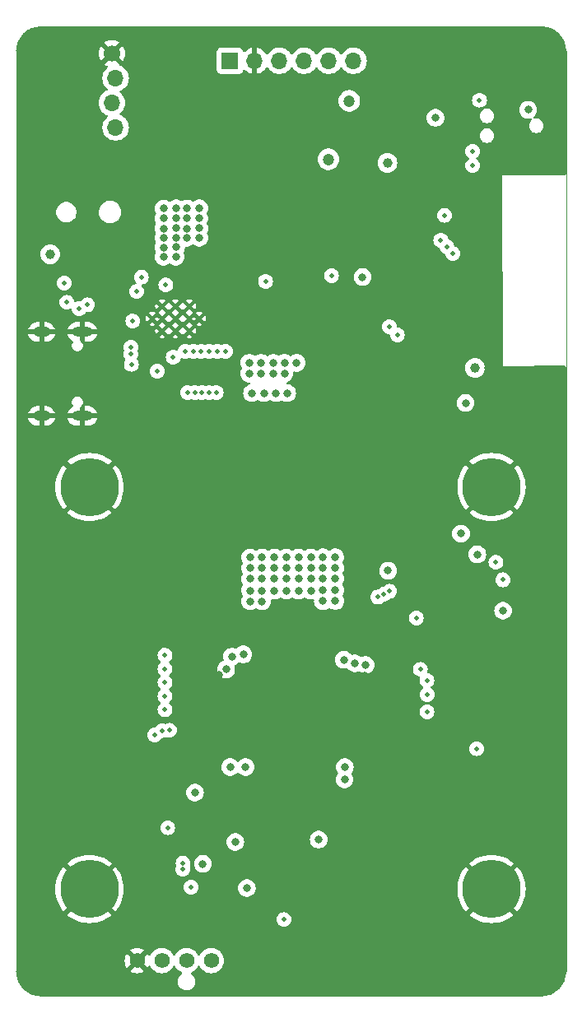
<source format=gbr>
%TF.GenerationSoftware,KiCad,Pcbnew,8.0.7*%
%TF.CreationDate,2025-01-25T17:17:18-05:00*%
%TF.ProjectId,bitaxeGamma,62697461-7865-4476-916d-6d612e6b6963,rev?*%
%TF.SameCoordinates,Original*%
%TF.FileFunction,Copper,L2,Inr*%
%TF.FilePolarity,Positive*%
%FSLAX46Y46*%
G04 Gerber Fmt 4.6, Leading zero omitted, Abs format (unit mm)*
G04 Created by KiCad (PCBNEW 8.0.7) date 2025-01-25 17:17:18*
%MOMM*%
%LPD*%
G01*
G04 APERTURE LIST*
%TA.AperFunction,ComponentPad*%
%ADD10C,6.000000*%
%TD*%
%TA.AperFunction,ComponentPad*%
%ADD11C,0.800000*%
%TD*%
%TA.AperFunction,ComponentPad*%
%ADD12R,1.700000X1.700000*%
%TD*%
%TA.AperFunction,ComponentPad*%
%ADD13O,1.700000X1.700000*%
%TD*%
%TA.AperFunction,ComponentPad*%
%ADD14C,0.400000*%
%TD*%
%TA.AperFunction,ComponentPad*%
%ADD15C,1.574800*%
%TD*%
%TA.AperFunction,ComponentPad*%
%ADD16C,1.700000*%
%TD*%
%TA.AperFunction,ComponentPad*%
%ADD17O,1.800000X1.000000*%
%TD*%
%TA.AperFunction,ComponentPad*%
%ADD18O,2.100000X1.000000*%
%TD*%
%TA.AperFunction,ViaPad*%
%ADD19C,0.800000*%
%TD*%
%TA.AperFunction,ViaPad*%
%ADD20C,1.000000*%
%TD*%
%TA.AperFunction,ViaPad*%
%ADD21C,0.500000*%
%TD*%
%TA.AperFunction,ViaPad*%
%ADD22C,1.200000*%
%TD*%
%TA.AperFunction,Profile*%
%ADD23C,0.001000*%
%TD*%
G04 APERTURE END LIST*
D10*
%TO.N,GND*%
%TO.C,H6*%
X84710000Y-94910000D03*
%TD*%
%TO.N,GND*%
%TO.C,H5*%
X126060000Y-136260000D03*
%TD*%
D11*
%TO.N,GND*%
%TO.C,H1*%
X127985010Y-51120990D03*
X128644020Y-49530000D03*
X128644020Y-52711980D03*
X130235010Y-48870990D03*
D10*
X130235010Y-51120990D03*
D11*
X130235010Y-53370990D03*
X131826000Y-49530000D03*
X131826000Y-52711980D03*
X132485010Y-51120990D03*
%TD*%
%TO.N,GND*%
%TO.C,H3*%
X128052000Y-143728000D03*
X128711010Y-142137010D03*
X128711010Y-145318990D03*
X130302000Y-141478000D03*
D10*
X130302000Y-143728000D03*
D11*
X130302000Y-145978000D03*
X131892990Y-142137010D03*
X131892990Y-145318990D03*
X132552000Y-143728000D03*
%TD*%
D12*
%TO.N,/5V*%
%TO.C,J4*%
X99171505Y-51054000D03*
D13*
%TO.N,GND*%
X101711505Y-51054000D03*
%TO.N,Net-(J4-Pin_3)*%
X104251505Y-51054000D03*
%TO.N,Net-(J4-Pin_4)*%
X106791505Y-51054000D03*
%TO.N,Net-(J4-Pin_5)*%
X109331505Y-51054000D03*
%TO.N,Net-(J4-Pin_6)*%
X111871505Y-51054000D03*
%TD*%
D11*
%TO.N,GND*%
%TO.C,H4*%
X78455010Y-143830990D03*
X79114020Y-142240000D03*
X79114020Y-145421980D03*
X80705010Y-141580990D03*
D10*
X80705010Y-143830990D03*
D11*
X80705010Y-146080990D03*
X82296000Y-142240000D03*
X82296000Y-145421980D03*
X82955010Y-143830990D03*
%TD*%
D10*
%TO.N,GND*%
%TO.C,H8*%
X84710000Y-136260000D03*
%TD*%
D11*
%TO.N,GND*%
%TO.C,H2*%
X78558000Y-51054000D03*
X79217010Y-49463010D03*
X79217010Y-52644990D03*
X80808000Y-48804000D03*
D10*
X80808000Y-51054000D03*
D11*
X80808000Y-53304000D03*
X82398990Y-49463010D03*
X82398990Y-52644990D03*
X83058000Y-51054000D03*
%TD*%
D10*
%TO.N,GND*%
%TO.C,H7*%
X126060000Y-94910000D03*
%TD*%
D14*
%TO.N,GND*%
%TO.C,U2*%
X92180000Y-78870000D03*
X93580000Y-78870000D03*
X94980000Y-78870000D03*
X91180000Y-77590000D03*
X92180000Y-77590000D03*
X93580000Y-77590000D03*
X94980000Y-77590000D03*
X95980000Y-77590000D03*
X92180000Y-76310000D03*
X93580000Y-76310000D03*
X94980000Y-76310000D03*
%TD*%
D15*
%TO.N,GND*%
%TO.C,J6*%
X89621000Y-143622000D03*
%TO.N,/5V*%
X92161000Y-143622000D03*
%TO.N,/Fan/FAN_TACH*%
X94701000Y-143622000D03*
%TO.N,/Fan/FAN_PWM*%
X97241000Y-143622000D03*
%TD*%
D16*
%TO.N,GND*%
%TO.C,J3*%
X87005000Y-50292000D03*
D13*
%TO.N,/3V3*%
X87405000Y-52832000D03*
%TO.N,/SCL*%
X87005000Y-55372000D03*
%TO.N,/SDA*%
X87405000Y-57912000D03*
%TD*%
D17*
%TO.N,GND*%
%TO.C,J5*%
X79790000Y-87580000D03*
D18*
X83970000Y-87580000D03*
D17*
X79790000Y-78940000D03*
D18*
X83970000Y-78940000D03*
%TD*%
D19*
%TO.N,GND*%
X105610000Y-116830000D03*
X112180000Y-119260000D03*
X98800000Y-61660000D03*
X113580000Y-132650000D03*
X99800000Y-75550000D03*
X98050000Y-114260000D03*
X98800000Y-65700000D03*
X103341667Y-123775000D03*
X104490000Y-118700000D03*
X100050000Y-65750000D03*
X112180000Y-120800000D03*
X106158333Y-123775000D03*
X107566667Y-124950000D03*
X101350000Y-62720000D03*
X106740000Y-119930000D03*
X104750000Y-124950000D03*
X100050000Y-61710000D03*
X111900000Y-87400000D03*
X98800000Y-63680000D03*
X106740000Y-118720000D03*
X104640000Y-130470000D03*
X105540000Y-132550000D03*
D20*
X116540000Y-70920000D03*
D19*
X103341667Y-124950000D03*
X125600000Y-65940000D03*
X116770000Y-124080000D03*
X106740000Y-117780000D03*
D21*
X95080000Y-91220000D03*
D19*
X104490000Y-117760000D03*
X102550000Y-76750000D03*
X103325000Y-121475000D03*
X105630000Y-118700000D03*
X100050000Y-62720000D03*
X98800000Y-60650000D03*
X107566667Y-123775000D03*
X115350000Y-112400000D03*
X123750000Y-117530000D03*
X111900000Y-89050000D03*
X101350000Y-60700000D03*
X97600000Y-64640000D03*
X99800000Y-76700000D03*
X107550000Y-121475000D03*
X101100000Y-77950000D03*
X106740000Y-116860000D03*
X98954400Y-134128017D03*
X116050000Y-128010000D03*
X98800000Y-62670000D03*
X104490000Y-119910000D03*
X120175000Y-53550000D03*
X128130000Y-56090000D03*
X112980000Y-114270000D03*
D20*
X80680000Y-61050000D03*
X102100000Y-140255600D03*
D19*
X101350000Y-63730000D03*
X104733333Y-121475000D03*
X91790000Y-89910000D03*
X112000000Y-86150000D03*
X117090000Y-100360000D03*
X121580000Y-112400000D03*
X101350000Y-61710000D03*
X111860000Y-83000000D03*
X106141666Y-122650000D03*
X111850000Y-85100000D03*
X122640000Y-102460000D03*
X98331421Y-137649999D03*
X100050000Y-60700000D03*
X113180000Y-130220000D03*
D20*
X117910000Y-70950000D03*
D19*
X119440000Y-103510000D03*
X99370000Y-119240000D03*
X111900000Y-90200000D03*
X100050000Y-64740000D03*
X123710000Y-120230000D03*
X111900000Y-91400000D03*
X96125000Y-112350000D03*
X104490000Y-115746000D03*
X101100000Y-75550000D03*
X98500000Y-77950000D03*
X98800000Y-64690000D03*
X106141666Y-121475000D03*
X103325000Y-122650000D03*
X97600000Y-62620000D03*
X98440000Y-121490000D03*
X92680000Y-133370000D03*
X100050000Y-63730000D03*
X128690000Y-107620000D03*
X104750000Y-123775000D03*
X97600000Y-60600000D03*
X112512000Y-61250000D03*
X104490000Y-116840000D03*
X98500000Y-76700000D03*
X104560000Y-75650000D03*
X97600000Y-63630000D03*
X99800000Y-77950000D03*
X101100000Y-76700000D03*
D20*
X119454234Y-70914234D03*
D19*
X97600000Y-61610000D03*
D20*
X125800000Y-82625000D03*
D19*
X101350000Y-64740000D03*
X106740000Y-115766000D03*
X97600000Y-65650000D03*
X102550000Y-78000000D03*
X115440000Y-96940000D03*
X106158333Y-124950000D03*
X104733333Y-122650000D03*
X107550000Y-122650000D03*
X102550000Y-75600000D03*
X101350000Y-65750000D03*
X132297000Y-108743000D03*
X98500000Y-75550000D03*
%TO.N,/VDD*%
X102475000Y-105550000D03*
X103725000Y-104350000D03*
X102375000Y-83225000D03*
D21*
X120850000Y-69510000D03*
D19*
X104975000Y-103250000D03*
X106225000Y-103250000D03*
X110000000Y-104325000D03*
X102475000Y-102150000D03*
X107475000Y-105550000D03*
X104775000Y-83225000D03*
D21*
X84500000Y-76160000D03*
D19*
X107475000Y-102150000D03*
X108725000Y-102130000D03*
X102475000Y-103250000D03*
X101425000Y-85250000D03*
X110000000Y-106625000D03*
X106225000Y-104350000D03*
X103725000Y-103250000D03*
X108725000Y-105530000D03*
X101250000Y-105550000D03*
X107475000Y-103250000D03*
X108725000Y-106630000D03*
X103900000Y-85250000D03*
X103725000Y-105550000D03*
X103725000Y-102150000D03*
X102475000Y-104350000D03*
X106225000Y-102150000D03*
X102650000Y-85250000D03*
X107475000Y-104350000D03*
X106225000Y-105550000D03*
X102375000Y-82125000D03*
X110000000Y-103225000D03*
X110000000Y-105525000D03*
X110000000Y-102125000D03*
X108725000Y-103230000D03*
X104975000Y-102150000D03*
X104975000Y-105550000D03*
X104775000Y-82125000D03*
X103625000Y-83225000D03*
X101250000Y-103250000D03*
X103625000Y-82125000D03*
X106025000Y-82125000D03*
X108725000Y-104330000D03*
X101250000Y-106650000D03*
X105050000Y-85250000D03*
X101150000Y-82125000D03*
X101250000Y-102150000D03*
X101250000Y-104350000D03*
X102475000Y-106650000D03*
X104975000Y-104350000D03*
X101150000Y-83225000D03*
D21*
%TO.N,/ESP32/EN*%
X122101300Y-70905000D03*
X127228000Y-104448000D03*
D19*
%TO.N,/5V*%
X93620000Y-68280000D03*
X94750000Y-68300000D03*
X92350000Y-66250000D03*
X93600000Y-69250000D03*
X93600000Y-71200000D03*
X92350000Y-68300000D03*
X96020000Y-66230000D03*
D22*
X109280000Y-61185155D03*
D19*
X108290000Y-131179000D03*
X93600000Y-67250000D03*
X92350000Y-70250000D03*
X99710000Y-131420000D03*
X96000000Y-67250000D03*
X94730000Y-67270000D03*
X94750000Y-66250000D03*
D20*
X80680000Y-70950000D03*
D19*
X93620000Y-70230000D03*
X92330000Y-71220000D03*
X96020000Y-68280000D03*
X92330000Y-69270000D03*
X100900000Y-136150000D03*
X93620000Y-66230000D03*
X92330000Y-67270000D03*
D21*
X104700000Y-139400000D03*
D19*
X96000000Y-69250000D03*
X94730000Y-69270000D03*
%TO.N,/3V3*%
X129830000Y-56090000D03*
D20*
X124375000Y-82650000D03*
D19*
X123394000Y-86260000D03*
X112800000Y-73300000D03*
X96380000Y-133670000D03*
D22*
X111440000Y-55180000D03*
D19*
X122930000Y-99700000D03*
X120300000Y-56925000D03*
X127250000Y-107630000D03*
D20*
X115370000Y-61560000D03*
D19*
X95560000Y-126330000D03*
D21*
%TO.N,/TX*%
X116380000Y-79250000D03*
%TO.N,/RX*%
X115580000Y-78420000D03*
%TO.N,/RST*%
X121476817Y-70170000D03*
%TO.N,/SCL*%
X94317599Y-134229617D03*
X88970000Y-81220000D03*
%TO.N,/Fan/FAN_PWM*%
X92755000Y-129945000D03*
%TO.N,/Power/SW*%
X94825000Y-85195000D03*
X96210000Y-80950000D03*
X97018750Y-85195000D03*
X97870000Y-80950000D03*
X98700000Y-80950000D03*
X95380000Y-80950000D03*
X96287500Y-85195000D03*
X97750000Y-85195000D03*
X94550000Y-80950000D03*
X97040000Y-80950000D03*
X95556250Y-85195000D03*
%TO.N,Net-(U2-BP1V5)*%
X91690000Y-82980000D03*
X83660000Y-76570000D03*
%TO.N,/ESP32/P_TX*%
X124125000Y-61850000D03*
%TO.N,/ESP32/P_RX*%
X124125000Y-60375000D03*
%TO.N,/ESP32/IO0*%
X121244400Y-66945600D03*
X124830000Y-55100000D03*
X126520000Y-102640000D03*
%TO.N,Net-(U2-VDD5)*%
X92570000Y-74110000D03*
X102820000Y-73740000D03*
%TO.N,/Power/PGOOD*%
X89020000Y-82280000D03*
X109600000Y-73150000D03*
%TO.N,/SDA*%
X82130000Y-73910000D03*
X94340000Y-133580000D03*
X88990000Y-80510000D03*
X82390000Y-75900000D03*
D19*
%TO.N,Net-(U8-VDDIO_12_1)*%
X100770000Y-123700000D03*
%TO.N,Net-(U8-VDDIO_08_1)*%
X99180000Y-123710000D03*
D21*
%TO.N,Net-(U8-ROSC_SEL)*%
X119430000Y-116250000D03*
%TO.N,Net-(U8-LITE_PAD)*%
X119420000Y-118020000D03*
%TO.N,Net-(U8-INV_CLKO)*%
X124540000Y-121820000D03*
%TO.N,/Fan/TEMP_N*%
X92180000Y-119960000D03*
%TO.N,/Fan/TEMP_P*%
X92940000Y-119930000D03*
%TO.N,/Power/AGND*%
X89170000Y-77830000D03*
X90050000Y-73300000D03*
X89550000Y-74800000D03*
%TO.N,/Power/PMB_ALRT*%
X93330000Y-81550000D03*
D19*
%TO.N,/BM1370/VDD3_0*%
X113125000Y-113200000D03*
%TO.N,/BM1370/1V2*%
X110950000Y-124990000D03*
X124600000Y-101830000D03*
X115430000Y-103510000D03*
%TO.N,/BM1370/0V8*%
X110970000Y-123700000D03*
%TO.N,/BM1370/VDD2_0*%
X112017500Y-113042500D03*
%TO.N,/BM1370/VDD1_0*%
X110892500Y-112667500D03*
%TO.N,/BM1370/VDD1_1*%
X100540000Y-112125000D03*
%TO.N,/BM1370/VDD2_1*%
X99360000Y-112350000D03*
%TO.N,/BM1370/VDD3_1*%
X98767500Y-113657500D03*
D21*
%TO.N,/BM1370/BI*%
X119420000Y-114790000D03*
%TO.N,/BM1370/RST_N*%
X114380000Y-106220000D03*
%TO.N,/BM1370/CI*%
X115000536Y-105929128D03*
%TO.N,/BM1370/RO*%
X115575000Y-105625000D03*
X118320000Y-108370000D03*
%TO.N,/BM1370/CLKI*%
X118740000Y-113660000D03*
%TO.N,/BM1370/NRSTO*%
X92480000Y-112210000D03*
%TO.N,/BM1370/CO*%
X92480000Y-113611428D03*
%TO.N,/BM1370/RI*%
X92480000Y-115012856D03*
%TO.N,/BM1370/CLKO*%
X92480000Y-116414284D03*
%TO.N,/BM1370/BO*%
X92480000Y-117815712D03*
%TO.N,/BM1370/PIN_MODE*%
X91400000Y-120430000D03*
%TO.N,/Fan/FAN_TACH*%
X95170000Y-136070000D03*
%TD*%
%TA.AperFunction,Conductor*%
%TO.N,GND*%
G36*
X131192927Y-47522014D02*
G01*
X131195398Y-47522051D01*
X131338848Y-47524216D01*
X131352120Y-47525120D01*
X131642703Y-47560403D01*
X131657649Y-47563141D01*
X131940952Y-47632970D01*
X131955477Y-47637496D01*
X132228280Y-47740956D01*
X132242149Y-47747198D01*
X132500490Y-47882787D01*
X132513508Y-47890656D01*
X132753628Y-48056399D01*
X132765595Y-48065774D01*
X132984004Y-48259267D01*
X132994732Y-48269995D01*
X133188223Y-48488402D01*
X133197600Y-48500371D01*
X133363343Y-48740491D01*
X133371214Y-48753512D01*
X133506799Y-49011847D01*
X133513044Y-49025722D01*
X133616502Y-49298521D01*
X133621029Y-49313047D01*
X133690855Y-49596338D01*
X133693597Y-49611305D01*
X133728878Y-49901873D01*
X133729783Y-49915158D01*
X133731986Y-50061072D01*
X133732000Y-50062974D01*
X133732000Y-62672096D01*
X133711998Y-62740217D01*
X133658342Y-62786710D01*
X133606621Y-62798094D01*
X127129999Y-62829999D01*
X127239999Y-82460000D01*
X127240000Y-82460000D01*
X133605387Y-82428835D01*
X133673601Y-82448502D01*
X133720356Y-82501929D01*
X133732000Y-82554832D01*
X133732000Y-144743025D01*
X133731986Y-144744927D01*
X133729783Y-144890841D01*
X133728878Y-144904126D01*
X133693597Y-145194694D01*
X133690855Y-145209661D01*
X133621029Y-145492952D01*
X133616502Y-145507478D01*
X133513044Y-145780277D01*
X133506799Y-145794152D01*
X133371214Y-146052487D01*
X133363343Y-146065508D01*
X133197600Y-146305628D01*
X133188216Y-146317605D01*
X132994740Y-146535995D01*
X132983995Y-146546740D01*
X132779056Y-146728300D01*
X132765605Y-146740217D01*
X132753628Y-146749600D01*
X132513508Y-146915343D01*
X132500487Y-146923214D01*
X132242152Y-147058799D01*
X132228277Y-147065044D01*
X131955478Y-147168502D01*
X131940952Y-147173029D01*
X131657661Y-147242855D01*
X131642694Y-147245597D01*
X131352126Y-147280878D01*
X131338841Y-147281783D01*
X131192928Y-147283986D01*
X131191026Y-147284000D01*
X79729974Y-147284000D01*
X79728072Y-147283986D01*
X79582158Y-147281783D01*
X79568873Y-147280878D01*
X79278305Y-147245597D01*
X79263338Y-147242855D01*
X78980047Y-147173029D01*
X78965521Y-147168502D01*
X78692722Y-147065044D01*
X78678847Y-147058799D01*
X78420512Y-146923214D01*
X78407491Y-146915343D01*
X78167371Y-146749600D01*
X78155402Y-146740223D01*
X77936995Y-146546732D01*
X77926267Y-146536004D01*
X77732774Y-146317595D01*
X77723399Y-146305628D01*
X77557654Y-146065505D01*
X77549785Y-146052487D01*
X77414200Y-145794152D01*
X77407955Y-145780277D01*
X77304497Y-145507478D01*
X77299970Y-145492952D01*
X77266348Y-145356544D01*
X77230141Y-145209649D01*
X77227403Y-145194703D01*
X77192120Y-144904120D01*
X77191216Y-144890840D01*
X77190499Y-144843351D01*
X77189014Y-144744926D01*
X77189000Y-144743025D01*
X77189000Y-143622000D01*
X88320652Y-143622000D01*
X88340407Y-143847802D01*
X88399072Y-144066742D01*
X88399074Y-144066747D01*
X88494867Y-144272175D01*
X88542947Y-144340841D01*
X89109570Y-143774218D01*
X89123950Y-143827885D01*
X89194174Y-143949515D01*
X89293485Y-144048826D01*
X89415115Y-144119050D01*
X89468779Y-144133429D01*
X88902157Y-144700051D01*
X88902157Y-144700053D01*
X88970822Y-144748132D01*
X89176251Y-144843925D01*
X89176257Y-144843927D01*
X89395197Y-144902592D01*
X89621000Y-144922347D01*
X89846802Y-144902592D01*
X90065742Y-144843927D01*
X90065748Y-144843925D01*
X90271169Y-144748136D01*
X90339841Y-144700051D01*
X90339841Y-144700050D01*
X89773220Y-144133429D01*
X89826885Y-144119050D01*
X89948515Y-144048826D01*
X90047826Y-143949515D01*
X90118050Y-143827885D01*
X90132429Y-143774220D01*
X90699050Y-144340841D01*
X90699051Y-144340841D01*
X90747138Y-144272166D01*
X90747139Y-144272164D01*
X90776528Y-144209138D01*
X90823444Y-144155852D01*
X90891721Y-144136390D01*
X90959681Y-144156931D01*
X91004917Y-144209135D01*
X91034429Y-144272423D01*
X91082336Y-144340841D01*
X91164491Y-144458170D01*
X91324830Y-144618509D01*
X91510575Y-144748569D01*
X91716083Y-144844399D01*
X91935110Y-144903087D01*
X92161000Y-144922850D01*
X92386890Y-144903087D01*
X92605917Y-144844399D01*
X92811425Y-144748569D01*
X92997170Y-144618509D01*
X93157509Y-144458170D01*
X93287569Y-144272425D01*
X93316805Y-144209727D01*
X93363722Y-144156443D01*
X93431999Y-144136982D01*
X93499959Y-144157524D01*
X93545194Y-144209727D01*
X93574431Y-144272425D01*
X93704491Y-144458170D01*
X93864830Y-144618509D01*
X94050575Y-144748569D01*
X94189513Y-144813356D01*
X94242797Y-144860273D01*
X94262258Y-144928550D01*
X94241716Y-144996510D01*
X94206265Y-145032315D01*
X94128434Y-145084321D01*
X94128425Y-145084328D01*
X94003327Y-145209426D01*
X94003322Y-145209432D01*
X93905025Y-145356544D01*
X93837319Y-145520000D01*
X93837317Y-145520005D01*
X93802800Y-145693533D01*
X93802800Y-145693536D01*
X93802800Y-145870466D01*
X93837317Y-146043996D01*
X93905025Y-146207458D01*
X93970621Y-146305628D01*
X94003322Y-146354569D01*
X94003327Y-146354575D01*
X94128425Y-146479673D01*
X94128431Y-146479678D01*
X94275543Y-146577976D01*
X94439005Y-146645684D01*
X94612535Y-146680201D01*
X94612536Y-146680201D01*
X94789464Y-146680201D01*
X94789465Y-146680201D01*
X94962995Y-146645684D01*
X95126457Y-146577976D01*
X95273569Y-146479678D01*
X95398677Y-146354570D01*
X95496975Y-146207458D01*
X95564683Y-146043996D01*
X95599200Y-145870466D01*
X95599200Y-145693536D01*
X95564683Y-145520006D01*
X95496975Y-145356544D01*
X95398677Y-145209432D01*
X95398672Y-145209426D01*
X95273572Y-145084326D01*
X95195734Y-145032316D01*
X95150207Y-144977838D01*
X95141360Y-144907395D01*
X95172001Y-144843351D01*
X95212486Y-144813357D01*
X95351425Y-144748569D01*
X95537170Y-144618509D01*
X95697509Y-144458170D01*
X95827569Y-144272425D01*
X95856805Y-144209727D01*
X95903722Y-144156443D01*
X95971999Y-144136982D01*
X96039959Y-144157524D01*
X96085194Y-144209727D01*
X96114431Y-144272425D01*
X96244491Y-144458170D01*
X96404830Y-144618509D01*
X96590575Y-144748569D01*
X96796083Y-144844399D01*
X97015110Y-144903087D01*
X97241000Y-144922850D01*
X97466890Y-144903087D01*
X97685917Y-144844399D01*
X97891425Y-144748569D01*
X98077170Y-144618509D01*
X98237509Y-144458170D01*
X98367569Y-144272425D01*
X98463399Y-144066917D01*
X98522087Y-143847890D01*
X98541850Y-143622000D01*
X98522087Y-143396110D01*
X98463399Y-143177083D01*
X98367569Y-142971575D01*
X98237509Y-142785830D01*
X98077170Y-142625491D01*
X97891425Y-142495431D01*
X97685920Y-142399602D01*
X97685915Y-142399600D01*
X97584264Y-142372363D01*
X97466890Y-142340913D01*
X97241000Y-142321150D01*
X97015110Y-142340913D01*
X96956423Y-142356638D01*
X96796084Y-142399600D01*
X96796079Y-142399602D01*
X96590574Y-142495431D01*
X96404833Y-142625488D01*
X96404827Y-142625493D01*
X96244493Y-142785827D01*
X96244488Y-142785833D01*
X96114431Y-142971574D01*
X96085195Y-143034271D01*
X96038277Y-143087556D01*
X95970000Y-143107017D01*
X95902040Y-143086475D01*
X95856805Y-143034271D01*
X95845006Y-143008969D01*
X95827569Y-142971575D01*
X95697509Y-142785830D01*
X95537170Y-142625491D01*
X95351425Y-142495431D01*
X95145920Y-142399602D01*
X95145915Y-142399600D01*
X95044264Y-142372363D01*
X94926890Y-142340913D01*
X94701000Y-142321150D01*
X94475110Y-142340913D01*
X94416423Y-142356638D01*
X94256084Y-142399600D01*
X94256079Y-142399602D01*
X94050574Y-142495431D01*
X93864833Y-142625488D01*
X93864827Y-142625493D01*
X93704493Y-142785827D01*
X93704488Y-142785833D01*
X93574431Y-142971574D01*
X93545195Y-143034271D01*
X93498277Y-143087556D01*
X93430000Y-143107017D01*
X93362040Y-143086475D01*
X93316805Y-143034271D01*
X93305006Y-143008969D01*
X93287569Y-142971575D01*
X93157509Y-142785830D01*
X92997170Y-142625491D01*
X92811425Y-142495431D01*
X92605920Y-142399602D01*
X92605915Y-142399600D01*
X92504264Y-142372363D01*
X92386890Y-142340913D01*
X92161000Y-142321150D01*
X91935110Y-142340913D01*
X91876423Y-142356638D01*
X91716084Y-142399600D01*
X91716079Y-142399602D01*
X91510574Y-142495431D01*
X91324833Y-142625488D01*
X91324827Y-142625493D01*
X91164493Y-142785827D01*
X91164488Y-142785833D01*
X91034430Y-142971575D01*
X91004917Y-143034865D01*
X90957999Y-143088149D01*
X90889721Y-143107609D01*
X90821762Y-143087066D01*
X90776528Y-143034862D01*
X90747134Y-142971825D01*
X90747132Y-142971822D01*
X90699053Y-142903157D01*
X90699051Y-142903157D01*
X90132429Y-143469779D01*
X90118050Y-143416115D01*
X90047826Y-143294485D01*
X89948515Y-143195174D01*
X89826885Y-143124950D01*
X89773219Y-143110570D01*
X90339841Y-142543947D01*
X90271175Y-142495867D01*
X90065747Y-142400074D01*
X90065742Y-142400072D01*
X89846802Y-142341407D01*
X89621000Y-142321652D01*
X89395197Y-142341407D01*
X89176257Y-142400072D01*
X89176252Y-142400074D01*
X88970824Y-142495867D01*
X88902156Y-142543947D01*
X89468779Y-143110570D01*
X89415115Y-143124950D01*
X89293485Y-143195174D01*
X89194174Y-143294485D01*
X89123950Y-143416115D01*
X89109570Y-143469779D01*
X88542947Y-142903156D01*
X88494867Y-142971824D01*
X88399074Y-143177252D01*
X88399072Y-143177257D01*
X88340407Y-143396197D01*
X88320652Y-143622000D01*
X77189000Y-143622000D01*
X77189000Y-136259992D01*
X81197186Y-136259992D01*
X81197186Y-136260007D01*
X81216428Y-136627182D01*
X81273948Y-136990353D01*
X81369112Y-137345510D01*
X81369116Y-137345523D01*
X81500880Y-137688780D01*
X81500884Y-137688788D01*
X81667809Y-138016397D01*
X81667812Y-138016403D01*
X81868077Y-138324784D01*
X81868081Y-138324789D01*
X82055077Y-138555710D01*
X82055078Y-138555711D01*
X83484960Y-137125829D01*
X83565864Y-137237184D01*
X83732816Y-137404136D01*
X83844169Y-137485038D01*
X82414287Y-138914920D01*
X82414288Y-138914921D01*
X82645210Y-139101918D01*
X82645215Y-139101922D01*
X82953596Y-139302187D01*
X82953602Y-139302190D01*
X83281211Y-139469115D01*
X83281219Y-139469119D01*
X83624476Y-139600883D01*
X83624489Y-139600887D01*
X83979646Y-139696051D01*
X84342817Y-139753571D01*
X84709993Y-139772814D01*
X84710007Y-139772814D01*
X85077182Y-139753571D01*
X85440353Y-139696051D01*
X85795510Y-139600887D01*
X85795523Y-139600883D01*
X86138780Y-139469119D01*
X86138788Y-139469115D01*
X86274434Y-139400000D01*
X103936701Y-139400000D01*
X103955837Y-139569848D01*
X104012290Y-139731182D01*
X104103231Y-139875912D01*
X104224087Y-139996768D01*
X104224089Y-139996769D01*
X104224091Y-139996771D01*
X104368817Y-140087709D01*
X104530150Y-140144162D01*
X104530149Y-140144162D01*
X104547348Y-140146099D01*
X104700000Y-140163299D01*
X104869850Y-140144162D01*
X105031183Y-140087709D01*
X105175909Y-139996771D01*
X105296771Y-139875909D01*
X105387709Y-139731183D01*
X105444162Y-139569850D01*
X105463299Y-139400000D01*
X105444162Y-139230150D01*
X105387709Y-139068817D01*
X105296771Y-138924091D01*
X105296769Y-138924089D01*
X105296768Y-138924087D01*
X105175912Y-138803231D01*
X105031182Y-138712290D01*
X104931270Y-138677330D01*
X104869850Y-138655838D01*
X104869848Y-138655837D01*
X104869850Y-138655837D01*
X104700000Y-138636701D01*
X104530151Y-138655837D01*
X104368817Y-138712290D01*
X104224087Y-138803231D01*
X104103231Y-138924087D01*
X104012290Y-139068817D01*
X103955837Y-139230151D01*
X103936701Y-139400000D01*
X86274434Y-139400000D01*
X86466397Y-139302190D01*
X86466403Y-139302187D01*
X86774782Y-139101924D01*
X87005711Y-138914920D01*
X85575830Y-137485039D01*
X85687184Y-137404136D01*
X85854136Y-137237184D01*
X85935039Y-137125830D01*
X87364920Y-138555711D01*
X87551924Y-138324782D01*
X87752187Y-138016403D01*
X87752190Y-138016397D01*
X87919115Y-137688788D01*
X87919119Y-137688780D01*
X88050883Y-137345523D01*
X88050887Y-137345510D01*
X88146051Y-136990353D01*
X88203571Y-136627182D01*
X88222814Y-136260007D01*
X88222814Y-136259992D01*
X88212857Y-136070000D01*
X94406701Y-136070000D01*
X94425837Y-136239848D01*
X94482290Y-136401182D01*
X94573231Y-136545912D01*
X94694087Y-136666768D01*
X94694089Y-136666769D01*
X94694091Y-136666771D01*
X94838817Y-136757709D01*
X95000150Y-136814162D01*
X95000149Y-136814162D01*
X95017348Y-136816099D01*
X95170000Y-136833299D01*
X95339850Y-136814162D01*
X95501183Y-136757709D01*
X95645909Y-136666771D01*
X95766771Y-136545909D01*
X95857709Y-136401183D01*
X95914162Y-136239850D01*
X95924285Y-136150000D01*
X99986496Y-136150000D01*
X100006457Y-136339927D01*
X100026361Y-136401182D01*
X100065473Y-136521556D01*
X100065476Y-136521561D01*
X100160958Y-136686941D01*
X100160965Y-136686951D01*
X100288744Y-136828864D01*
X100288747Y-136828866D01*
X100443248Y-136941118D01*
X100617712Y-137018794D01*
X100804513Y-137058500D01*
X100995487Y-137058500D01*
X101182288Y-137018794D01*
X101356752Y-136941118D01*
X101511253Y-136828866D01*
X101639040Y-136686944D01*
X101734527Y-136521556D01*
X101793542Y-136339928D01*
X101801944Y-136259992D01*
X122547186Y-136259992D01*
X122547186Y-136260007D01*
X122566428Y-136627182D01*
X122623948Y-136990353D01*
X122719112Y-137345510D01*
X122719116Y-137345523D01*
X122850880Y-137688780D01*
X122850884Y-137688788D01*
X123017809Y-138016397D01*
X123017812Y-138016403D01*
X123218077Y-138324784D01*
X123218081Y-138324789D01*
X123405077Y-138555710D01*
X123405078Y-138555711D01*
X124834960Y-137125829D01*
X124915864Y-137237184D01*
X125082816Y-137404136D01*
X125194169Y-137485038D01*
X123764287Y-138914920D01*
X123764288Y-138914921D01*
X123995210Y-139101918D01*
X123995215Y-139101922D01*
X124303596Y-139302187D01*
X124303602Y-139302190D01*
X124631211Y-139469115D01*
X124631219Y-139469119D01*
X124974476Y-139600883D01*
X124974489Y-139600887D01*
X125329646Y-139696051D01*
X125692817Y-139753571D01*
X126059993Y-139772814D01*
X126060007Y-139772814D01*
X126427182Y-139753571D01*
X126790353Y-139696051D01*
X127145510Y-139600887D01*
X127145523Y-139600883D01*
X127488780Y-139469119D01*
X127488788Y-139469115D01*
X127816397Y-139302190D01*
X127816403Y-139302187D01*
X128124782Y-139101924D01*
X128355711Y-138914920D01*
X126925830Y-137485039D01*
X127037184Y-137404136D01*
X127204136Y-137237184D01*
X127285039Y-137125830D01*
X128714920Y-138555711D01*
X128901924Y-138324782D01*
X129102187Y-138016403D01*
X129102190Y-138016397D01*
X129269115Y-137688788D01*
X129269119Y-137688780D01*
X129400883Y-137345523D01*
X129400887Y-137345510D01*
X129496051Y-136990353D01*
X129553571Y-136627182D01*
X129572814Y-136260007D01*
X129572814Y-136259992D01*
X129553571Y-135892817D01*
X129496051Y-135529646D01*
X129400887Y-135174489D01*
X129400883Y-135174476D01*
X129269119Y-134831219D01*
X129269115Y-134831211D01*
X129102190Y-134503602D01*
X129102187Y-134503596D01*
X128901922Y-134195215D01*
X128901918Y-134195210D01*
X128714921Y-133964288D01*
X128714920Y-133964287D01*
X127285038Y-135394168D01*
X127204136Y-135282816D01*
X127037184Y-135115864D01*
X126925829Y-135034960D01*
X128355711Y-133605078D01*
X128355710Y-133605077D01*
X128124789Y-133418081D01*
X128124784Y-133418077D01*
X127816403Y-133217812D01*
X127816397Y-133217809D01*
X127488788Y-133050884D01*
X127488780Y-133050880D01*
X127145523Y-132919116D01*
X127145510Y-132919112D01*
X126790353Y-132823948D01*
X126427182Y-132766428D01*
X126060007Y-132747186D01*
X126059993Y-132747186D01*
X125692817Y-132766428D01*
X125329646Y-132823948D01*
X124974489Y-132919112D01*
X124974476Y-132919116D01*
X124631219Y-133050880D01*
X124631211Y-133050884D01*
X124303602Y-133217809D01*
X124303596Y-133217812D01*
X123995227Y-133418068D01*
X123995222Y-133418072D01*
X123764287Y-133605078D01*
X125194169Y-135034960D01*
X125082816Y-135115864D01*
X124915864Y-135282816D01*
X124834960Y-135394169D01*
X123405078Y-133964287D01*
X123218072Y-134195222D01*
X123218068Y-134195227D01*
X123017812Y-134503596D01*
X123017809Y-134503602D01*
X122850884Y-134831211D01*
X122850880Y-134831219D01*
X122719116Y-135174476D01*
X122719112Y-135174489D01*
X122623948Y-135529646D01*
X122566428Y-135892817D01*
X122547186Y-136259992D01*
X101801944Y-136259992D01*
X101813504Y-136150000D01*
X101793542Y-135960072D01*
X101734527Y-135778444D01*
X101639040Y-135613056D01*
X101639038Y-135613054D01*
X101639034Y-135613048D01*
X101511255Y-135471135D01*
X101356752Y-135358882D01*
X101182288Y-135281206D01*
X100995487Y-135241500D01*
X100804513Y-135241500D01*
X100617711Y-135281206D01*
X100443247Y-135358882D01*
X100288744Y-135471135D01*
X100160965Y-135613048D01*
X100160958Y-135613058D01*
X100065476Y-135778438D01*
X100065473Y-135778445D01*
X100006457Y-135960072D01*
X99986496Y-136150000D01*
X95924285Y-136150000D01*
X95933299Y-136070000D01*
X95914162Y-135900150D01*
X95857709Y-135738817D01*
X95766771Y-135594091D01*
X95766769Y-135594089D01*
X95766768Y-135594087D01*
X95645912Y-135473231D01*
X95501182Y-135382290D01*
X95401270Y-135347330D01*
X95339850Y-135325838D01*
X95339848Y-135325837D01*
X95339850Y-135325837D01*
X95170000Y-135306701D01*
X95000151Y-135325837D01*
X94838817Y-135382290D01*
X94694087Y-135473231D01*
X94573231Y-135594087D01*
X94482290Y-135738817D01*
X94425837Y-135900151D01*
X94406701Y-136070000D01*
X88212857Y-136070000D01*
X88203571Y-135892817D01*
X88146051Y-135529646D01*
X88050887Y-135174489D01*
X88050883Y-135174476D01*
X87919119Y-134831219D01*
X87919115Y-134831211D01*
X87752190Y-134503602D01*
X87752187Y-134503596D01*
X87574263Y-134229617D01*
X93554300Y-134229617D01*
X93573436Y-134399465D01*
X93629889Y-134560799D01*
X93720830Y-134705529D01*
X93841686Y-134826385D01*
X93841688Y-134826386D01*
X93841690Y-134826388D01*
X93986416Y-134917326D01*
X94147749Y-134973779D01*
X94147748Y-134973779D01*
X94164947Y-134975716D01*
X94317599Y-134992916D01*
X94487449Y-134973779D01*
X94648782Y-134917326D01*
X94793508Y-134826388D01*
X94914370Y-134705526D01*
X95005308Y-134560800D01*
X95061761Y-134399467D01*
X95080898Y-134229617D01*
X95061761Y-134059767D01*
X95033300Y-133978432D01*
X95029681Y-133907529D01*
X95033301Y-133895203D01*
X95084161Y-133749852D01*
X95084162Y-133749850D01*
X95093159Y-133670000D01*
X95466496Y-133670000D01*
X95486457Y-133859927D01*
X95503112Y-133911183D01*
X95545473Y-134041556D01*
X95573841Y-134090691D01*
X95640958Y-134206941D01*
X95640965Y-134206951D01*
X95768744Y-134348864D01*
X95768747Y-134348866D01*
X95923248Y-134461118D01*
X96097712Y-134538794D01*
X96284513Y-134578500D01*
X96475487Y-134578500D01*
X96662288Y-134538794D01*
X96836752Y-134461118D01*
X96991253Y-134348866D01*
X97119040Y-134206944D01*
X97214527Y-134041556D01*
X97273542Y-133859928D01*
X97293504Y-133670000D01*
X97273542Y-133480072D01*
X97214527Y-133298444D01*
X97119040Y-133133056D01*
X97119038Y-133133054D01*
X97119034Y-133133048D01*
X96991255Y-132991135D01*
X96836752Y-132878882D01*
X96662288Y-132801206D01*
X96475487Y-132761500D01*
X96284513Y-132761500D01*
X96097711Y-132801206D01*
X95923247Y-132878882D01*
X95768744Y-132991135D01*
X95640965Y-133133048D01*
X95640958Y-133133058D01*
X95545476Y-133298438D01*
X95545473Y-133298445D01*
X95486457Y-133480072D01*
X95466496Y-133670000D01*
X95093159Y-133670000D01*
X95103299Y-133580000D01*
X95084162Y-133410150D01*
X95027709Y-133248817D01*
X94936771Y-133104091D01*
X94936769Y-133104089D01*
X94936768Y-133104087D01*
X94815912Y-132983231D01*
X94671182Y-132892290D01*
X94571270Y-132857330D01*
X94509850Y-132835838D01*
X94509848Y-132835837D01*
X94509850Y-132835837D01*
X94340000Y-132816701D01*
X94170151Y-132835837D01*
X94008817Y-132892290D01*
X93864087Y-132983231D01*
X93743231Y-133104087D01*
X93652290Y-133248817D01*
X93595837Y-133410151D01*
X93576701Y-133580000D01*
X93595838Y-133749852D01*
X93595837Y-133749852D01*
X93624297Y-133831184D01*
X93627917Y-133902088D01*
X93624298Y-133914413D01*
X93601897Y-133978433D01*
X93579810Y-134041556D01*
X93573436Y-134059771D01*
X93554300Y-134229617D01*
X87574263Y-134229617D01*
X87551922Y-134195215D01*
X87551918Y-134195210D01*
X87364921Y-133964288D01*
X87364920Y-133964287D01*
X85935038Y-135394168D01*
X85854136Y-135282816D01*
X85687184Y-135115864D01*
X85575829Y-135034960D01*
X87005711Y-133605078D01*
X87005710Y-133605077D01*
X86774789Y-133418081D01*
X86774784Y-133418077D01*
X86466403Y-133217812D01*
X86466397Y-133217809D01*
X86138788Y-133050884D01*
X86138780Y-133050880D01*
X85795523Y-132919116D01*
X85795510Y-132919112D01*
X85440353Y-132823948D01*
X85077182Y-132766428D01*
X84710007Y-132747186D01*
X84709993Y-132747186D01*
X84342817Y-132766428D01*
X83979646Y-132823948D01*
X83624489Y-132919112D01*
X83624476Y-132919116D01*
X83281219Y-133050880D01*
X83281211Y-133050884D01*
X82953602Y-133217809D01*
X82953596Y-133217812D01*
X82645227Y-133418068D01*
X82645222Y-133418072D01*
X82414287Y-133605078D01*
X83844169Y-135034960D01*
X83732816Y-135115864D01*
X83565864Y-135282816D01*
X83484960Y-135394169D01*
X82055078Y-133964287D01*
X81868072Y-134195222D01*
X81868068Y-134195227D01*
X81667812Y-134503596D01*
X81667809Y-134503602D01*
X81500884Y-134831211D01*
X81500880Y-134831219D01*
X81369116Y-135174476D01*
X81369112Y-135174489D01*
X81273948Y-135529646D01*
X81216428Y-135892817D01*
X81197186Y-136259992D01*
X77189000Y-136259992D01*
X77189000Y-131420000D01*
X98796496Y-131420000D01*
X98816457Y-131609927D01*
X98846526Y-131702470D01*
X98875473Y-131791556D01*
X98875476Y-131791561D01*
X98970958Y-131956941D01*
X98970965Y-131956951D01*
X99098744Y-132098864D01*
X99098747Y-132098866D01*
X99253248Y-132211118D01*
X99427712Y-132288794D01*
X99614513Y-132328500D01*
X99805487Y-132328500D01*
X99992288Y-132288794D01*
X100166752Y-132211118D01*
X100321253Y-132098866D01*
X100331487Y-132087500D01*
X100449034Y-131956951D01*
X100449035Y-131956949D01*
X100449040Y-131956944D01*
X100544527Y-131791556D01*
X100603542Y-131609928D01*
X100623504Y-131420000D01*
X100603542Y-131230072D01*
X100586948Y-131179000D01*
X107376496Y-131179000D01*
X107396457Y-131368927D01*
X107413052Y-131420000D01*
X107455473Y-131550556D01*
X107455476Y-131550561D01*
X107550958Y-131715941D01*
X107550965Y-131715951D01*
X107678744Y-131857864D01*
X107678747Y-131857866D01*
X107833248Y-131970118D01*
X108007712Y-132047794D01*
X108194513Y-132087500D01*
X108385487Y-132087500D01*
X108572288Y-132047794D01*
X108746752Y-131970118D01*
X108901253Y-131857866D01*
X109029040Y-131715944D01*
X109124527Y-131550556D01*
X109183542Y-131368928D01*
X109203504Y-131179000D01*
X109183542Y-130989072D01*
X109124527Y-130807444D01*
X109029040Y-130642056D01*
X109029038Y-130642054D01*
X109029034Y-130642048D01*
X108901255Y-130500135D01*
X108746752Y-130387882D01*
X108572288Y-130310206D01*
X108385487Y-130270500D01*
X108194513Y-130270500D01*
X108007711Y-130310206D01*
X107833247Y-130387882D01*
X107678744Y-130500135D01*
X107550965Y-130642048D01*
X107550958Y-130642058D01*
X107455476Y-130807438D01*
X107455473Y-130807445D01*
X107396457Y-130989072D01*
X107376496Y-131179000D01*
X100586948Y-131179000D01*
X100544527Y-131048444D01*
X100449040Y-130883056D01*
X100449038Y-130883054D01*
X100449034Y-130883048D01*
X100321255Y-130741135D01*
X100166752Y-130628882D01*
X99992288Y-130551206D01*
X99805487Y-130511500D01*
X99614513Y-130511500D01*
X99427711Y-130551206D01*
X99253247Y-130628882D01*
X99098744Y-130741135D01*
X98970965Y-130883048D01*
X98970958Y-130883058D01*
X98875476Y-131048438D01*
X98875473Y-131048445D01*
X98816457Y-131230072D01*
X98796496Y-131420000D01*
X77189000Y-131420000D01*
X77189000Y-129945000D01*
X91991701Y-129945000D01*
X92010837Y-130114848D01*
X92067290Y-130276182D01*
X92158231Y-130420912D01*
X92279087Y-130541768D01*
X92279089Y-130541769D01*
X92279091Y-130541771D01*
X92423817Y-130632709D01*
X92585150Y-130689162D01*
X92585149Y-130689162D01*
X92602348Y-130691099D01*
X92755000Y-130708299D01*
X92924850Y-130689162D01*
X93086183Y-130632709D01*
X93230909Y-130541771D01*
X93351771Y-130420909D01*
X93442709Y-130276183D01*
X93499162Y-130114850D01*
X93518299Y-129945000D01*
X93499162Y-129775150D01*
X93442709Y-129613817D01*
X93351771Y-129469091D01*
X93351769Y-129469089D01*
X93351768Y-129469087D01*
X93230912Y-129348231D01*
X93086182Y-129257290D01*
X92986270Y-129222330D01*
X92924850Y-129200838D01*
X92924848Y-129200837D01*
X92924850Y-129200837D01*
X92755000Y-129181701D01*
X92585151Y-129200837D01*
X92423817Y-129257290D01*
X92279087Y-129348231D01*
X92158231Y-129469087D01*
X92067290Y-129613817D01*
X92010837Y-129775151D01*
X91991701Y-129945000D01*
X77189000Y-129945000D01*
X77189000Y-126330000D01*
X94646496Y-126330000D01*
X94666457Y-126519927D01*
X94696526Y-126612470D01*
X94725473Y-126701556D01*
X94725476Y-126701561D01*
X94820958Y-126866941D01*
X94820965Y-126866951D01*
X94948744Y-127008864D01*
X94948747Y-127008866D01*
X95103248Y-127121118D01*
X95277712Y-127198794D01*
X95464513Y-127238500D01*
X95655487Y-127238500D01*
X95842288Y-127198794D01*
X96016752Y-127121118D01*
X96171253Y-127008866D01*
X96299040Y-126866944D01*
X96394527Y-126701556D01*
X96453542Y-126519928D01*
X96473504Y-126330000D01*
X96453542Y-126140072D01*
X96394527Y-125958444D01*
X96299040Y-125793056D01*
X96299038Y-125793054D01*
X96299034Y-125793048D01*
X96171255Y-125651135D01*
X96016752Y-125538882D01*
X95842288Y-125461206D01*
X95655487Y-125421500D01*
X95464513Y-125421500D01*
X95277711Y-125461206D01*
X95103247Y-125538882D01*
X94948744Y-125651135D01*
X94820965Y-125793048D01*
X94820958Y-125793058D01*
X94725476Y-125958438D01*
X94725473Y-125958445D01*
X94666457Y-126140072D01*
X94646496Y-126330000D01*
X77189000Y-126330000D01*
X77189000Y-124990000D01*
X110036496Y-124990000D01*
X110056457Y-125179927D01*
X110086526Y-125272470D01*
X110115473Y-125361556D01*
X110115476Y-125361561D01*
X110210958Y-125526941D01*
X110210965Y-125526951D01*
X110338744Y-125668864D01*
X110338747Y-125668866D01*
X110493248Y-125781118D01*
X110667712Y-125858794D01*
X110854513Y-125898500D01*
X111045487Y-125898500D01*
X111232288Y-125858794D01*
X111406752Y-125781118D01*
X111561253Y-125668866D01*
X111689040Y-125526944D01*
X111784527Y-125361556D01*
X111843542Y-125179928D01*
X111863504Y-124990000D01*
X111843542Y-124800072D01*
X111784527Y-124618444D01*
X111689040Y-124453056D01*
X111677659Y-124440416D01*
X111646942Y-124376411D01*
X111655705Y-124305958D01*
X111677657Y-124271797D01*
X111709040Y-124236944D01*
X111804527Y-124071556D01*
X111863542Y-123889928D01*
X111883504Y-123700000D01*
X111863542Y-123510072D01*
X111804527Y-123328444D01*
X111709040Y-123163056D01*
X111709038Y-123163054D01*
X111709034Y-123163048D01*
X111581255Y-123021135D01*
X111426752Y-122908882D01*
X111252288Y-122831206D01*
X111065487Y-122791500D01*
X110874513Y-122791500D01*
X110687711Y-122831206D01*
X110513247Y-122908882D01*
X110358744Y-123021135D01*
X110230965Y-123163048D01*
X110230958Y-123163058D01*
X110225186Y-123173056D01*
X110135473Y-123328444D01*
X110120999Y-123372986D01*
X110076457Y-123510072D01*
X110056496Y-123700000D01*
X110076457Y-123889927D01*
X110079707Y-123899928D01*
X110135473Y-124071556D01*
X110135476Y-124071561D01*
X110230958Y-124236941D01*
X110230961Y-124236945D01*
X110242341Y-124249584D01*
X110273057Y-124313592D01*
X110264292Y-124384045D01*
X110242342Y-124418201D01*
X110210957Y-124453059D01*
X110115476Y-124618438D01*
X110115473Y-124618445D01*
X110056457Y-124800072D01*
X110036496Y-124990000D01*
X77189000Y-124990000D01*
X77189000Y-123710000D01*
X98266496Y-123710000D01*
X98286457Y-123899927D01*
X98316526Y-123992470D01*
X98345473Y-124081556D01*
X98345476Y-124081561D01*
X98440958Y-124246941D01*
X98440965Y-124246951D01*
X98568744Y-124388864D01*
X98568747Y-124388866D01*
X98723248Y-124501118D01*
X98897712Y-124578794D01*
X99084513Y-124618500D01*
X99275487Y-124618500D01*
X99462288Y-124578794D01*
X99636752Y-124501118D01*
X99791253Y-124388866D01*
X99885866Y-124283787D01*
X99946311Y-124246548D01*
X100017295Y-124247899D01*
X100073137Y-124283787D01*
X100158747Y-124378866D01*
X100313248Y-124491118D01*
X100487712Y-124568794D01*
X100674513Y-124608500D01*
X100865487Y-124608500D01*
X101052288Y-124568794D01*
X101226752Y-124491118D01*
X101381253Y-124378866D01*
X101381255Y-124378864D01*
X101509034Y-124236951D01*
X101509038Y-124236946D01*
X101509040Y-124236944D01*
X101604527Y-124071556D01*
X101663542Y-123889928D01*
X101683504Y-123700000D01*
X101663542Y-123510072D01*
X101604527Y-123328444D01*
X101509040Y-123163056D01*
X101509038Y-123163054D01*
X101509034Y-123163048D01*
X101381255Y-123021135D01*
X101226752Y-122908882D01*
X101052288Y-122831206D01*
X100865487Y-122791500D01*
X100674513Y-122791500D01*
X100487711Y-122831206D01*
X100313247Y-122908882D01*
X100158746Y-123021134D01*
X100064133Y-123126212D01*
X100003687Y-123163451D01*
X99932703Y-123162099D01*
X99876861Y-123126211D01*
X99791253Y-123031134D01*
X99777489Y-123021134D01*
X99636752Y-122918882D01*
X99462288Y-122841206D01*
X99275487Y-122801500D01*
X99084513Y-122801500D01*
X98897711Y-122841206D01*
X98723247Y-122918882D01*
X98568744Y-123031135D01*
X98440965Y-123173048D01*
X98440958Y-123173058D01*
X98345476Y-123338438D01*
X98345473Y-123338445D01*
X98286457Y-123520072D01*
X98266496Y-123710000D01*
X77189000Y-123710000D01*
X77189000Y-121820000D01*
X123776701Y-121820000D01*
X123795837Y-121989848D01*
X123852290Y-122151182D01*
X123943231Y-122295912D01*
X124064087Y-122416768D01*
X124064089Y-122416769D01*
X124064091Y-122416771D01*
X124208817Y-122507709D01*
X124370150Y-122564162D01*
X124370149Y-122564162D01*
X124387348Y-122566099D01*
X124540000Y-122583299D01*
X124709850Y-122564162D01*
X124871183Y-122507709D01*
X125015909Y-122416771D01*
X125136771Y-122295909D01*
X125227709Y-122151183D01*
X125284162Y-121989850D01*
X125303299Y-121820000D01*
X125284162Y-121650150D01*
X125227709Y-121488817D01*
X125136771Y-121344091D01*
X125136769Y-121344089D01*
X125136768Y-121344087D01*
X125015912Y-121223231D01*
X124871182Y-121132290D01*
X124771270Y-121097330D01*
X124709850Y-121075838D01*
X124709848Y-121075837D01*
X124709850Y-121075837D01*
X124540000Y-121056701D01*
X124370151Y-121075837D01*
X124208817Y-121132290D01*
X124064087Y-121223231D01*
X123943231Y-121344087D01*
X123852290Y-121488817D01*
X123795837Y-121650151D01*
X123776701Y-121820000D01*
X77189000Y-121820000D01*
X77189000Y-120430000D01*
X90636701Y-120430000D01*
X90655837Y-120599848D01*
X90712290Y-120761182D01*
X90803231Y-120905912D01*
X90924087Y-121026768D01*
X90924089Y-121026769D01*
X90924091Y-121026771D01*
X91068817Y-121117709D01*
X91230150Y-121174162D01*
X91230149Y-121174162D01*
X91247348Y-121176099D01*
X91400000Y-121193299D01*
X91569850Y-121174162D01*
X91731183Y-121117709D01*
X91875909Y-121026771D01*
X91996771Y-120905909D01*
X92074464Y-120782262D01*
X92127641Y-120735225D01*
X92173081Y-120725097D01*
X92172968Y-120724091D01*
X92179998Y-120723298D01*
X92180000Y-120723299D01*
X92349850Y-120704162D01*
X92511183Y-120647709D01*
X92525393Y-120638779D01*
X92593713Y-120619473D01*
X92634045Y-120626536D01*
X92770150Y-120674162D01*
X92770149Y-120674162D01*
X92787348Y-120676099D01*
X92940000Y-120693299D01*
X93109850Y-120674162D01*
X93271183Y-120617709D01*
X93415909Y-120526771D01*
X93536771Y-120405909D01*
X93627709Y-120261183D01*
X93684162Y-120099850D01*
X93703299Y-119930000D01*
X93684162Y-119760150D01*
X93627709Y-119598817D01*
X93536771Y-119454091D01*
X93536769Y-119454089D01*
X93536768Y-119454087D01*
X93415912Y-119333231D01*
X93271182Y-119242290D01*
X93171270Y-119207330D01*
X93109850Y-119185838D01*
X93109848Y-119185837D01*
X93109850Y-119185837D01*
X92940000Y-119166701D01*
X92770151Y-119185837D01*
X92608817Y-119242290D01*
X92608815Y-119242291D01*
X92594598Y-119251224D01*
X92526275Y-119270526D01*
X92485953Y-119263462D01*
X92349847Y-119215837D01*
X92349850Y-119215837D01*
X92180000Y-119196701D01*
X92010151Y-119215837D01*
X91848817Y-119272290D01*
X91704087Y-119363231D01*
X91583231Y-119484087D01*
X91505536Y-119607738D01*
X91452357Y-119654775D01*
X91406917Y-119664902D01*
X91407031Y-119665909D01*
X91400000Y-119666701D01*
X91376817Y-119669312D01*
X91230151Y-119685837D01*
X91068817Y-119742290D01*
X90924087Y-119833231D01*
X90803231Y-119954087D01*
X90712290Y-120098817D01*
X90655837Y-120260151D01*
X90636701Y-120430000D01*
X77189000Y-120430000D01*
X77189000Y-112210000D01*
X91716701Y-112210000D01*
X91735837Y-112379848D01*
X91792290Y-112541182D01*
X91883231Y-112685912D01*
X92004086Y-112806767D01*
X92009621Y-112811181D01*
X92007932Y-112813298D01*
X92046774Y-112857234D01*
X92057577Y-112927404D01*
X92028727Y-112992275D01*
X92008953Y-113009409D01*
X92009621Y-113010247D01*
X92004086Y-113014660D01*
X91883231Y-113135515D01*
X91792290Y-113280245D01*
X91735837Y-113441579D01*
X91716701Y-113611428D01*
X91735837Y-113781276D01*
X91792290Y-113942610D01*
X91883231Y-114087340D01*
X92004086Y-114208195D01*
X92009621Y-114212609D01*
X92007932Y-114214726D01*
X92046774Y-114258662D01*
X92057577Y-114328832D01*
X92028727Y-114393703D01*
X92008953Y-114410837D01*
X92009621Y-114411675D01*
X92004086Y-114416088D01*
X91883231Y-114536943D01*
X91792290Y-114681673D01*
X91735837Y-114843007D01*
X91716701Y-115012856D01*
X91735837Y-115182704D01*
X91792290Y-115344038D01*
X91792291Y-115344039D01*
X91871207Y-115469633D01*
X91883231Y-115488768D01*
X92004086Y-115609623D01*
X92009621Y-115614037D01*
X92007932Y-115616154D01*
X92046774Y-115660090D01*
X92057577Y-115730260D01*
X92028727Y-115795131D01*
X92008953Y-115812265D01*
X92009621Y-115813103D01*
X92004086Y-115817516D01*
X91883231Y-115938371D01*
X91792290Y-116083101D01*
X91735837Y-116244435D01*
X91716701Y-116414284D01*
X91735837Y-116584132D01*
X91792290Y-116745466D01*
X91883231Y-116890196D01*
X92004086Y-117011051D01*
X92009621Y-117015465D01*
X92007932Y-117017582D01*
X92046774Y-117061518D01*
X92057577Y-117131688D01*
X92028727Y-117196559D01*
X92008953Y-117213693D01*
X92009621Y-117214531D01*
X92004086Y-117218944D01*
X91883231Y-117339799D01*
X91792290Y-117484529D01*
X91735837Y-117645863D01*
X91716701Y-117815712D01*
X91735837Y-117985560D01*
X91792290Y-118146894D01*
X91883231Y-118291624D01*
X92004087Y-118412480D01*
X92004089Y-118412481D01*
X92004091Y-118412483D01*
X92148817Y-118503421D01*
X92310150Y-118559874D01*
X92310149Y-118559874D01*
X92327348Y-118561811D01*
X92480000Y-118579011D01*
X92649850Y-118559874D01*
X92811183Y-118503421D01*
X92955909Y-118412483D01*
X93076771Y-118291621D01*
X93167709Y-118146895D01*
X93212112Y-118020000D01*
X118656701Y-118020000D01*
X118675837Y-118189848D01*
X118732290Y-118351182D01*
X118823231Y-118495912D01*
X118944087Y-118616768D01*
X118944089Y-118616769D01*
X118944091Y-118616771D01*
X119088817Y-118707709D01*
X119250150Y-118764162D01*
X119250149Y-118764162D01*
X119267348Y-118766099D01*
X119420000Y-118783299D01*
X119589850Y-118764162D01*
X119751183Y-118707709D01*
X119895909Y-118616771D01*
X120016771Y-118495909D01*
X120107709Y-118351183D01*
X120164162Y-118189850D01*
X120183299Y-118020000D01*
X120164162Y-117850150D01*
X120107709Y-117688817D01*
X120016771Y-117544091D01*
X120016769Y-117544089D01*
X120016768Y-117544087D01*
X119895912Y-117423231D01*
X119751182Y-117332290D01*
X119651270Y-117297330D01*
X119589850Y-117275838D01*
X119589848Y-117275837D01*
X119589849Y-117275837D01*
X119456125Y-117260771D01*
X119424172Y-117247344D01*
X119401507Y-117258546D01*
X119393874Y-117259644D01*
X119250151Y-117275837D01*
X119088817Y-117332290D01*
X118944087Y-117423231D01*
X118823231Y-117544087D01*
X118732290Y-117688817D01*
X118675837Y-117850151D01*
X118656701Y-118020000D01*
X93212112Y-118020000D01*
X93224162Y-117985562D01*
X93243299Y-117815712D01*
X93224162Y-117645862D01*
X93167709Y-117484529D01*
X93076771Y-117339803D01*
X93076769Y-117339801D01*
X93076768Y-117339799D01*
X92955913Y-117218944D01*
X92950379Y-117214531D01*
X92952071Y-117212408D01*
X92913240Y-117168509D01*
X92902418Y-117098342D01*
X92931249Y-117033463D01*
X92951049Y-117016306D01*
X92950379Y-117015465D01*
X92955904Y-117011058D01*
X92955909Y-117011055D01*
X93076771Y-116890193D01*
X93167709Y-116745467D01*
X93224162Y-116584134D01*
X93243299Y-116414284D01*
X93224162Y-116244434D01*
X93167709Y-116083101D01*
X93076771Y-115938375D01*
X93076769Y-115938373D01*
X93076768Y-115938371D01*
X92955913Y-115817516D01*
X92950379Y-115813103D01*
X92952071Y-115810980D01*
X92913240Y-115767081D01*
X92902418Y-115696914D01*
X92931249Y-115632035D01*
X92951049Y-115614878D01*
X92950379Y-115614037D01*
X92955904Y-115609630D01*
X92955909Y-115609627D01*
X93076771Y-115488765D01*
X93167709Y-115344039D01*
X93224162Y-115182706D01*
X93243299Y-115012856D01*
X93224162Y-114843006D01*
X93167709Y-114681673D01*
X93076771Y-114536947D01*
X93076769Y-114536945D01*
X93076768Y-114536943D01*
X92955913Y-114416088D01*
X92950379Y-114411675D01*
X92952071Y-114409552D01*
X92913240Y-114365653D01*
X92902418Y-114295486D01*
X92931249Y-114230607D01*
X92951049Y-114213450D01*
X92950379Y-114212609D01*
X92955904Y-114208202D01*
X92955909Y-114208199D01*
X93076771Y-114087337D01*
X93167709Y-113942611D01*
X93224162Y-113781278D01*
X93238108Y-113657500D01*
X97853996Y-113657500D01*
X97873957Y-113847427D01*
X97894709Y-113911293D01*
X97932973Y-114029056D01*
X97932976Y-114029061D01*
X98028458Y-114194441D01*
X98028465Y-114194451D01*
X98156244Y-114336364D01*
X98156247Y-114336366D01*
X98310748Y-114448618D01*
X98485212Y-114526294D01*
X98672013Y-114566000D01*
X98862987Y-114566000D01*
X99049788Y-114526294D01*
X99224252Y-114448618D01*
X99378753Y-114336366D01*
X99388855Y-114325147D01*
X99506534Y-114194451D01*
X99506535Y-114194449D01*
X99506540Y-114194444D01*
X99602027Y-114029056D01*
X99661042Y-113847428D01*
X99681004Y-113657500D01*
X99661042Y-113467572D01*
X99623111Y-113350836D01*
X99621084Y-113279872D01*
X99657746Y-113219073D01*
X99691693Y-113196797D01*
X99816752Y-113141118D01*
X99971253Y-113028866D01*
X100014513Y-112980819D01*
X100074959Y-112943579D01*
X100145942Y-112944930D01*
X100159392Y-112950019D01*
X100257712Y-112993794D01*
X100444513Y-113033500D01*
X100635487Y-113033500D01*
X100822288Y-112993794D01*
X100996752Y-112916118D01*
X101151253Y-112803866D01*
X101164903Y-112788706D01*
X101274038Y-112667500D01*
X109978996Y-112667500D01*
X109998957Y-112857427D01*
X110020497Y-112923719D01*
X110057973Y-113039056D01*
X110086341Y-113088191D01*
X110153458Y-113204441D01*
X110153465Y-113204451D01*
X110281244Y-113346364D01*
X110341203Y-113389927D01*
X110435748Y-113458618D01*
X110610212Y-113536294D01*
X110797013Y-113576000D01*
X110987987Y-113576000D01*
X111158039Y-113539854D01*
X111228829Y-113545256D01*
X111277871Y-113578791D01*
X111406244Y-113721364D01*
X111406247Y-113721366D01*
X111560748Y-113833618D01*
X111735212Y-113911294D01*
X111922013Y-113951000D01*
X112112987Y-113951000D01*
X112299788Y-113911294D01*
X112393668Y-113869495D01*
X112464034Y-113860061D01*
X112518976Y-113882665D01*
X112668248Y-113991118D01*
X112842712Y-114068794D01*
X113029513Y-114108500D01*
X113220487Y-114108500D01*
X113407288Y-114068794D01*
X113581752Y-113991118D01*
X113736253Y-113878866D01*
X113776638Y-113834014D01*
X113864034Y-113736951D01*
X113864035Y-113736949D01*
X113864040Y-113736944D01*
X113908464Y-113660000D01*
X117976701Y-113660000D01*
X117995837Y-113829848D01*
X118052290Y-113991182D01*
X118143231Y-114135912D01*
X118264087Y-114256768D01*
X118264089Y-114256769D01*
X118264091Y-114256771D01*
X118408817Y-114347709D01*
X118570150Y-114404162D01*
X118587529Y-114406120D01*
X118652983Y-114433620D01*
X118693179Y-114492143D01*
X118695354Y-114563106D01*
X118692357Y-114572942D01*
X118675837Y-114620153D01*
X118656701Y-114790000D01*
X118675837Y-114959848D01*
X118732290Y-115121182D01*
X118823231Y-115265912D01*
X118944086Y-115386767D01*
X118944090Y-115386770D01*
X118944091Y-115386771D01*
X118981332Y-115410171D01*
X118991331Y-115416454D01*
X119038369Y-115469633D01*
X119049189Y-115539800D01*
X119020356Y-115604678D01*
X118991334Y-115629827D01*
X118954086Y-115653232D01*
X118833231Y-115774087D01*
X118742290Y-115918817D01*
X118685837Y-116080151D01*
X118666701Y-116250000D01*
X118685837Y-116419848D01*
X118742290Y-116581182D01*
X118833231Y-116725912D01*
X118954087Y-116846768D01*
X118954089Y-116846769D01*
X118954091Y-116846771D01*
X119098817Y-116937709D01*
X119260150Y-116994162D01*
X119393874Y-117009228D01*
X119425826Y-117022654D01*
X119448493Y-117011453D01*
X119456109Y-117010357D01*
X119599850Y-116994162D01*
X119761183Y-116937709D01*
X119905909Y-116846771D01*
X120026771Y-116725909D01*
X120117709Y-116581183D01*
X120174162Y-116419850D01*
X120193299Y-116250000D01*
X120174162Y-116080150D01*
X120117709Y-115918817D01*
X120026771Y-115774091D01*
X120026769Y-115774089D01*
X120026768Y-115774087D01*
X119905912Y-115653231D01*
X119868665Y-115629827D01*
X119858666Y-115623544D01*
X119811630Y-115570366D01*
X119800810Y-115500199D01*
X119829643Y-115435320D01*
X119858668Y-115410171D01*
X119895909Y-115386771D01*
X120016771Y-115265909D01*
X120107709Y-115121183D01*
X120164162Y-114959850D01*
X120183299Y-114790000D01*
X120164162Y-114620150D01*
X120107709Y-114458817D01*
X120016771Y-114314091D01*
X120016769Y-114314089D01*
X120016768Y-114314087D01*
X119895912Y-114193231D01*
X119751182Y-114102290D01*
X119651270Y-114067330D01*
X119589850Y-114045838D01*
X119589848Y-114045837D01*
X119589850Y-114045837D01*
X119572465Y-114043879D01*
X119507012Y-114016376D01*
X119466819Y-113957852D01*
X119464646Y-113886889D01*
X119467632Y-113877088D01*
X119484162Y-113829850D01*
X119503299Y-113660000D01*
X119484162Y-113490150D01*
X119427709Y-113328817D01*
X119336771Y-113184091D01*
X119336769Y-113184089D01*
X119336768Y-113184087D01*
X119215912Y-113063231D01*
X119071182Y-112972290D01*
X118971270Y-112937330D01*
X118909850Y-112915838D01*
X118909848Y-112915837D01*
X118909850Y-112915837D01*
X118740000Y-112896701D01*
X118570151Y-112915837D01*
X118408817Y-112972290D01*
X118264087Y-113063231D01*
X118143231Y-113184087D01*
X118052290Y-113328817D01*
X117995837Y-113490151D01*
X117976701Y-113660000D01*
X113908464Y-113660000D01*
X113959527Y-113571556D01*
X114018542Y-113389928D01*
X114038504Y-113200000D01*
X114018542Y-113010072D01*
X113959527Y-112828444D01*
X113864040Y-112663056D01*
X113864038Y-112663054D01*
X113864034Y-112663048D01*
X113736255Y-112521135D01*
X113581752Y-112408882D01*
X113407288Y-112331206D01*
X113220487Y-112291500D01*
X113029513Y-112291500D01*
X112842707Y-112331207D01*
X112748829Y-112373003D01*
X112678462Y-112382437D01*
X112623521Y-112359832D01*
X112474252Y-112251382D01*
X112299788Y-112173706D01*
X112112987Y-112134000D01*
X111922013Y-112134000D01*
X111922011Y-112134000D01*
X111751960Y-112170145D01*
X111681170Y-112164743D01*
X111632128Y-112131208D01*
X111503755Y-111988635D01*
X111349252Y-111876382D01*
X111174788Y-111798706D01*
X110987987Y-111759000D01*
X110797013Y-111759000D01*
X110610211Y-111798706D01*
X110435747Y-111876382D01*
X110281244Y-111988635D01*
X110153465Y-112130548D01*
X110153458Y-112130558D01*
X110057976Y-112295938D01*
X110057973Y-112295945D01*
X109998957Y-112477572D01*
X109978996Y-112667500D01*
X101274038Y-112667500D01*
X101279034Y-112661951D01*
X101279035Y-112661949D01*
X101279040Y-112661944D01*
X101374527Y-112496556D01*
X101433542Y-112314928D01*
X101453504Y-112125000D01*
X101433542Y-111935072D01*
X101374527Y-111753444D01*
X101279040Y-111588056D01*
X101279038Y-111588054D01*
X101279034Y-111588048D01*
X101151255Y-111446135D01*
X100996752Y-111333882D01*
X100822288Y-111256206D01*
X100635487Y-111216500D01*
X100444513Y-111216500D01*
X100257711Y-111256206D01*
X100083247Y-111333882D01*
X99928743Y-111446136D01*
X99885483Y-111494181D01*
X99825037Y-111531420D01*
X99754053Y-111530068D01*
X99740604Y-111524978D01*
X99642288Y-111481206D01*
X99455487Y-111441500D01*
X99264513Y-111441500D01*
X99077711Y-111481206D01*
X98903247Y-111558882D01*
X98748744Y-111671135D01*
X98620965Y-111813048D01*
X98620958Y-111813058D01*
X98525476Y-111978438D01*
X98525473Y-111978445D01*
X98466457Y-112160072D01*
X98446496Y-112350000D01*
X98466457Y-112539929D01*
X98504386Y-112656661D01*
X98506413Y-112727629D01*
X98469751Y-112788427D01*
X98435802Y-112810703D01*
X98310754Y-112866378D01*
X98310748Y-112866382D01*
X98156244Y-112978635D01*
X98028465Y-113120548D01*
X98028458Y-113120558D01*
X97932976Y-113285938D01*
X97932973Y-113285945D01*
X97873957Y-113467572D01*
X97853996Y-113657500D01*
X93238108Y-113657500D01*
X93243299Y-113611428D01*
X93224162Y-113441578D01*
X93167709Y-113280245D01*
X93076771Y-113135519D01*
X93076769Y-113135517D01*
X93076768Y-113135515D01*
X92955913Y-113014660D01*
X92950379Y-113010247D01*
X92952071Y-113008124D01*
X92913240Y-112964225D01*
X92902418Y-112894058D01*
X92931249Y-112829179D01*
X92951049Y-112812022D01*
X92950379Y-112811181D01*
X92955904Y-112806774D01*
X92955909Y-112806771D01*
X93076771Y-112685909D01*
X93167709Y-112541183D01*
X93224162Y-112379850D01*
X93243299Y-112210000D01*
X93224162Y-112040150D01*
X93167709Y-111878817D01*
X93076771Y-111734091D01*
X93076769Y-111734089D01*
X93076768Y-111734087D01*
X92955912Y-111613231D01*
X92811182Y-111522290D01*
X92693769Y-111481206D01*
X92649850Y-111465838D01*
X92649848Y-111465837D01*
X92649850Y-111465837D01*
X92480000Y-111446701D01*
X92310151Y-111465837D01*
X92148817Y-111522290D01*
X92004087Y-111613231D01*
X91883231Y-111734087D01*
X91792290Y-111878817D01*
X91735837Y-112040151D01*
X91716701Y-112210000D01*
X77189000Y-112210000D01*
X77189000Y-108370000D01*
X117556701Y-108370000D01*
X117575837Y-108539848D01*
X117632290Y-108701182D01*
X117723231Y-108845912D01*
X117844087Y-108966768D01*
X117844089Y-108966769D01*
X117844091Y-108966771D01*
X117988817Y-109057709D01*
X118150150Y-109114162D01*
X118150149Y-109114162D01*
X118167348Y-109116099D01*
X118320000Y-109133299D01*
X118489850Y-109114162D01*
X118651183Y-109057709D01*
X118795909Y-108966771D01*
X118916771Y-108845909D01*
X119007709Y-108701183D01*
X119064162Y-108539850D01*
X119083299Y-108370000D01*
X119064162Y-108200150D01*
X119007709Y-108038817D01*
X118916771Y-107894091D01*
X118916769Y-107894089D01*
X118916768Y-107894087D01*
X118795912Y-107773231D01*
X118651182Y-107682290D01*
X118551270Y-107647330D01*
X118501744Y-107630000D01*
X126336496Y-107630000D01*
X126356457Y-107819927D01*
X126380554Y-107894087D01*
X126415473Y-108001556D01*
X126415476Y-108001561D01*
X126510958Y-108166941D01*
X126510965Y-108166951D01*
X126638744Y-108308864D01*
X126638747Y-108308866D01*
X126793248Y-108421118D01*
X126967712Y-108498794D01*
X127154513Y-108538500D01*
X127345487Y-108538500D01*
X127532288Y-108498794D01*
X127706752Y-108421118D01*
X127861253Y-108308866D01*
X127861255Y-108308864D01*
X127989034Y-108166951D01*
X127989035Y-108166949D01*
X127989040Y-108166944D01*
X128084527Y-108001556D01*
X128143542Y-107819928D01*
X128163504Y-107630000D01*
X128143542Y-107440072D01*
X128084527Y-107258444D01*
X127989040Y-107093056D01*
X127989038Y-107093054D01*
X127989034Y-107093048D01*
X127861255Y-106951135D01*
X127706752Y-106838882D01*
X127532288Y-106761206D01*
X127345487Y-106721500D01*
X127154513Y-106721500D01*
X126967711Y-106761206D01*
X126793247Y-106838882D01*
X126638744Y-106951135D01*
X126510965Y-107093048D01*
X126510958Y-107093058D01*
X126415476Y-107258438D01*
X126415473Y-107258445D01*
X126356457Y-107440072D01*
X126336496Y-107630000D01*
X118501744Y-107630000D01*
X118489850Y-107625838D01*
X118489848Y-107625837D01*
X118489850Y-107625837D01*
X118320000Y-107606701D01*
X118150151Y-107625837D01*
X117988817Y-107682290D01*
X117844087Y-107773231D01*
X117723231Y-107894087D01*
X117632290Y-108038817D01*
X117575837Y-108200151D01*
X117556701Y-108370000D01*
X77189000Y-108370000D01*
X77189000Y-102150000D01*
X100336496Y-102150000D01*
X100356457Y-102339927D01*
X100365235Y-102366941D01*
X100415473Y-102521556D01*
X100415476Y-102521561D01*
X100482124Y-102637000D01*
X100498862Y-102705996D01*
X100482124Y-102763000D01*
X100415476Y-102878438D01*
X100415473Y-102878445D01*
X100356457Y-103060072D01*
X100336496Y-103250000D01*
X100356457Y-103439927D01*
X100379226Y-103510000D01*
X100415473Y-103621556D01*
X100415476Y-103621561D01*
X100482124Y-103737000D01*
X100498862Y-103805996D01*
X100482124Y-103863000D01*
X100415476Y-103978438D01*
X100415473Y-103978445D01*
X100356457Y-104160072D01*
X100336496Y-104350000D01*
X100356457Y-104539927D01*
X100386526Y-104632470D01*
X100415473Y-104721556D01*
X100415476Y-104721561D01*
X100510991Y-104887000D01*
X100527729Y-104955996D01*
X100510991Y-105013000D01*
X100415476Y-105178438D01*
X100415473Y-105178445D01*
X100356457Y-105360072D01*
X100336496Y-105550000D01*
X100356457Y-105739927D01*
X100374303Y-105794850D01*
X100415473Y-105921556D01*
X100415476Y-105921561D01*
X100482124Y-106037000D01*
X100498862Y-106105996D01*
X100482124Y-106163000D01*
X100415476Y-106278438D01*
X100415473Y-106278445D01*
X100356457Y-106460072D01*
X100336496Y-106650000D01*
X100356457Y-106839927D01*
X100386526Y-106932470D01*
X100415473Y-107021556D01*
X100415476Y-107021561D01*
X100510958Y-107186941D01*
X100510965Y-107186951D01*
X100638744Y-107328864D01*
X100638747Y-107328866D01*
X100793248Y-107441118D01*
X100967712Y-107518794D01*
X101154513Y-107558500D01*
X101345487Y-107558500D01*
X101532288Y-107518794D01*
X101706752Y-107441118D01*
X101788441Y-107381766D01*
X101855306Y-107357910D01*
X101924458Y-107373990D01*
X101936545Y-107381757D01*
X102018248Y-107441118D01*
X102192712Y-107518794D01*
X102379513Y-107558500D01*
X102570487Y-107558500D01*
X102757288Y-107518794D01*
X102931752Y-107441118D01*
X103086253Y-107328866D01*
X103132760Y-107277215D01*
X103214034Y-107186951D01*
X103214035Y-107186949D01*
X103214040Y-107186944D01*
X103309527Y-107021556D01*
X103368542Y-106839928D01*
X103388504Y-106650000D01*
X103380536Y-106574196D01*
X103393308Y-106504362D01*
X103441809Y-106452515D01*
X103510642Y-106435120D01*
X103532043Y-106437782D01*
X103629513Y-106458500D01*
X103820487Y-106458500D01*
X104007288Y-106418794D01*
X104181752Y-106341118D01*
X104275942Y-106272684D01*
X104342806Y-106248828D01*
X104411958Y-106264908D01*
X104424043Y-106272673D01*
X104518248Y-106341118D01*
X104692712Y-106418794D01*
X104879513Y-106458500D01*
X105070487Y-106458500D01*
X105257288Y-106418794D01*
X105431752Y-106341118D01*
X105525942Y-106272684D01*
X105592806Y-106248828D01*
X105661958Y-106264908D01*
X105674043Y-106272673D01*
X105768248Y-106341118D01*
X105942712Y-106418794D01*
X106129513Y-106458500D01*
X106320487Y-106458500D01*
X106507288Y-106418794D01*
X106681752Y-106341118D01*
X106775942Y-106272684D01*
X106842806Y-106248828D01*
X106911958Y-106264908D01*
X106924043Y-106272673D01*
X107018248Y-106341118D01*
X107192712Y-106418794D01*
X107379513Y-106458500D01*
X107570491Y-106458500D01*
X107665804Y-106438240D01*
X107736595Y-106443641D01*
X107793228Y-106486457D01*
X107817722Y-106553095D01*
X107817312Y-106574654D01*
X107811496Y-106629998D01*
X107831457Y-106819927D01*
X107837956Y-106839927D01*
X107890473Y-107001556D01*
X107890476Y-107001561D01*
X107985958Y-107166941D01*
X107985965Y-107166951D01*
X108113744Y-107308864D01*
X108147412Y-107333325D01*
X108268248Y-107421118D01*
X108442712Y-107498794D01*
X108629513Y-107538500D01*
X108820487Y-107538500D01*
X109007288Y-107498794D01*
X109181752Y-107421118D01*
X109291881Y-107341103D01*
X109358745Y-107317246D01*
X109427897Y-107333325D01*
X109439996Y-107341101D01*
X109543248Y-107416118D01*
X109717712Y-107493794D01*
X109904513Y-107533500D01*
X110095487Y-107533500D01*
X110282288Y-107493794D01*
X110456752Y-107416118D01*
X110611253Y-107303866D01*
X110739040Y-107161944D01*
X110834527Y-106996556D01*
X110893542Y-106814928D01*
X110913504Y-106625000D01*
X110893542Y-106435072D01*
X110834527Y-106253444D01*
X110815218Y-106220000D01*
X113616701Y-106220000D01*
X113635837Y-106389848D01*
X113692290Y-106551182D01*
X113783231Y-106695912D01*
X113904087Y-106816768D01*
X113904089Y-106816769D01*
X113904091Y-106816771D01*
X114048817Y-106907709D01*
X114210150Y-106964162D01*
X114210149Y-106964162D01*
X114227348Y-106966099D01*
X114380000Y-106983299D01*
X114549850Y-106964162D01*
X114711183Y-106907709D01*
X114855909Y-106816771D01*
X114946503Y-106726176D01*
X115008813Y-106692153D01*
X115021471Y-106690068D01*
X115170386Y-106673290D01*
X115331719Y-106616837D01*
X115476445Y-106525899D01*
X115587829Y-106414514D01*
X115650137Y-106380492D01*
X115662808Y-106378404D01*
X115744850Y-106369162D01*
X115906183Y-106312709D01*
X116050909Y-106221771D01*
X116171771Y-106100909D01*
X116262709Y-105956183D01*
X116319162Y-105794850D01*
X116338299Y-105625000D01*
X116319162Y-105455150D01*
X116262709Y-105293817D01*
X116171771Y-105149091D01*
X116171769Y-105149089D01*
X116171768Y-105149087D01*
X116050912Y-105028231D01*
X115906182Y-104937290D01*
X115806270Y-104902330D01*
X115744850Y-104880838D01*
X115744848Y-104880837D01*
X115744850Y-104880837D01*
X115575000Y-104861701D01*
X115405151Y-104880837D01*
X115243817Y-104937290D01*
X115099089Y-105028230D01*
X114987709Y-105139610D01*
X114925397Y-105173635D01*
X114912722Y-105175722D01*
X114830687Y-105184965D01*
X114669353Y-105241418D01*
X114524625Y-105332358D01*
X114434034Y-105422949D01*
X114371722Y-105456974D01*
X114359047Y-105459061D01*
X114210151Y-105475837D01*
X114048817Y-105532290D01*
X113904087Y-105623231D01*
X113783231Y-105744087D01*
X113692290Y-105888817D01*
X113635837Y-106050151D01*
X113616701Y-106220000D01*
X110815218Y-106220000D01*
X110767874Y-106137999D01*
X110751137Y-106069005D01*
X110767875Y-106012000D01*
X110800101Y-105956183D01*
X110834527Y-105896556D01*
X110893542Y-105714928D01*
X110913504Y-105525000D01*
X110893542Y-105335072D01*
X110834527Y-105153444D01*
X110739040Y-104988056D01*
X110739038Y-104988053D01*
X110739007Y-104988000D01*
X110722269Y-104919005D01*
X110739007Y-104862000D01*
X110739038Y-104861946D01*
X110739040Y-104861944D01*
X110834527Y-104696556D01*
X110893542Y-104514928D01*
X110900576Y-104448000D01*
X126464701Y-104448000D01*
X126483837Y-104617848D01*
X126540290Y-104779182D01*
X126631231Y-104923912D01*
X126752087Y-105044768D01*
X126752089Y-105044769D01*
X126752091Y-105044771D01*
X126896817Y-105135709D01*
X127058150Y-105192162D01*
X127058149Y-105192162D01*
X127075348Y-105194099D01*
X127228000Y-105211299D01*
X127397850Y-105192162D01*
X127559183Y-105135709D01*
X127703909Y-105044771D01*
X127824771Y-104923909D01*
X127915709Y-104779183D01*
X127972162Y-104617850D01*
X127991299Y-104448000D01*
X127972162Y-104278150D01*
X127915709Y-104116817D01*
X127824771Y-103972091D01*
X127824769Y-103972089D01*
X127824768Y-103972087D01*
X127703912Y-103851231D01*
X127559182Y-103760290D01*
X127459270Y-103725330D01*
X127397850Y-103703838D01*
X127397848Y-103703837D01*
X127397850Y-103703837D01*
X127228000Y-103684701D01*
X127058151Y-103703837D01*
X126896817Y-103760290D01*
X126752087Y-103851231D01*
X126631231Y-103972087D01*
X126540290Y-104116817D01*
X126483837Y-104278151D01*
X126464701Y-104448000D01*
X110900576Y-104448000D01*
X110913504Y-104325000D01*
X110893542Y-104135072D01*
X110834527Y-103953444D01*
X110767874Y-103837999D01*
X110751137Y-103769005D01*
X110767875Y-103712000D01*
X110834527Y-103596556D01*
X110862651Y-103510000D01*
X114516496Y-103510000D01*
X114536457Y-103699927D01*
X114564731Y-103786944D01*
X114595473Y-103881556D01*
X114595476Y-103881561D01*
X114690958Y-104046941D01*
X114690965Y-104046951D01*
X114818744Y-104188864D01*
X114818747Y-104188866D01*
X114973248Y-104301118D01*
X115147712Y-104378794D01*
X115334513Y-104418500D01*
X115525487Y-104418500D01*
X115712288Y-104378794D01*
X115886752Y-104301118D01*
X116041253Y-104188866D01*
X116067179Y-104160072D01*
X116169034Y-104046951D01*
X116169035Y-104046949D01*
X116169040Y-104046944D01*
X116264527Y-103881556D01*
X116323542Y-103699928D01*
X116343504Y-103510000D01*
X116323542Y-103320072D01*
X116264527Y-103138444D01*
X116169040Y-102973056D01*
X116169038Y-102973054D01*
X116169034Y-102973048D01*
X116041255Y-102831135D01*
X115886752Y-102718882D01*
X115712288Y-102641206D01*
X115525487Y-102601500D01*
X115334513Y-102601500D01*
X115147711Y-102641206D01*
X114973247Y-102718882D01*
X114818744Y-102831135D01*
X114690965Y-102973048D01*
X114690958Y-102973058D01*
X114595476Y-103138438D01*
X114595473Y-103138445D01*
X114536457Y-103320072D01*
X114516496Y-103510000D01*
X110862651Y-103510000D01*
X110893542Y-103414928D01*
X110913504Y-103225000D01*
X110893542Y-103035072D01*
X110834527Y-102853444D01*
X110767874Y-102737999D01*
X110751137Y-102669005D01*
X110767875Y-102612000D01*
X110773937Y-102601500D01*
X110834527Y-102496556D01*
X110893542Y-102314928D01*
X110913504Y-102125000D01*
X110893542Y-101935072D01*
X110859402Y-101830000D01*
X123686496Y-101830000D01*
X123706457Y-102019927D01*
X123736526Y-102112470D01*
X123765473Y-102201556D01*
X123765476Y-102201561D01*
X123860958Y-102366941D01*
X123860965Y-102366951D01*
X123988744Y-102508864D01*
X123988747Y-102508866D01*
X124143248Y-102621118D01*
X124317712Y-102698794D01*
X124504513Y-102738500D01*
X124695487Y-102738500D01*
X124882288Y-102698794D01*
X125014342Y-102640000D01*
X125756701Y-102640000D01*
X125775837Y-102809848D01*
X125832290Y-102971182D01*
X125923231Y-103115912D01*
X126044087Y-103236768D01*
X126044089Y-103236769D01*
X126044091Y-103236771D01*
X126188817Y-103327709D01*
X126350150Y-103384162D01*
X126350149Y-103384162D01*
X126367348Y-103386099D01*
X126520000Y-103403299D01*
X126689850Y-103384162D01*
X126851183Y-103327709D01*
X126995909Y-103236771D01*
X127116771Y-103115909D01*
X127207709Y-102971183D01*
X127264162Y-102809850D01*
X127283299Y-102640000D01*
X127264162Y-102470150D01*
X127207709Y-102308817D01*
X127116771Y-102164091D01*
X127116769Y-102164089D01*
X127116768Y-102164087D01*
X126995912Y-102043231D01*
X126851182Y-101952290D01*
X126751270Y-101917330D01*
X126689850Y-101895838D01*
X126689848Y-101895837D01*
X126689850Y-101895837D01*
X126520000Y-101876701D01*
X126350151Y-101895837D01*
X126188817Y-101952290D01*
X126044087Y-102043231D01*
X125923231Y-102164087D01*
X125832290Y-102308817D01*
X125775837Y-102470151D01*
X125756701Y-102640000D01*
X125014342Y-102640000D01*
X125056752Y-102621118D01*
X125211253Y-102508866D01*
X125211255Y-102508864D01*
X125339034Y-102366951D01*
X125339035Y-102366949D01*
X125339040Y-102366944D01*
X125434527Y-102201556D01*
X125493542Y-102019928D01*
X125513504Y-101830000D01*
X125493542Y-101640072D01*
X125434527Y-101458444D01*
X125339040Y-101293056D01*
X125339038Y-101293054D01*
X125339034Y-101293048D01*
X125211255Y-101151135D01*
X125056752Y-101038882D01*
X124882288Y-100961206D01*
X124695487Y-100921500D01*
X124504513Y-100921500D01*
X124317711Y-100961206D01*
X124143247Y-101038882D01*
X123988744Y-101151135D01*
X123860965Y-101293048D01*
X123860958Y-101293058D01*
X123769693Y-101451134D01*
X123765473Y-101458444D01*
X123759189Y-101477784D01*
X123706457Y-101640072D01*
X123686496Y-101830000D01*
X110859402Y-101830000D01*
X110834527Y-101753444D01*
X110739040Y-101588056D01*
X110739038Y-101588054D01*
X110739034Y-101588048D01*
X110611255Y-101446135D01*
X110456752Y-101333882D01*
X110282288Y-101256206D01*
X110095487Y-101216500D01*
X109904513Y-101216500D01*
X109717711Y-101256206D01*
X109543248Y-101333882D01*
X109433118Y-101413895D01*
X109366250Y-101437753D01*
X109297099Y-101421671D01*
X109284997Y-101413894D01*
X109181752Y-101338882D01*
X109007288Y-101261206D01*
X108820487Y-101221500D01*
X108629513Y-101221500D01*
X108442711Y-101261206D01*
X108268247Y-101338882D01*
X108160297Y-101417313D01*
X108093429Y-101441172D01*
X108024278Y-101425091D01*
X108012175Y-101417313D01*
X107931752Y-101358882D01*
X107757288Y-101281206D01*
X107570487Y-101241500D01*
X107379513Y-101241500D01*
X107192711Y-101281206D01*
X107018247Y-101358882D01*
X106924061Y-101427313D01*
X106857193Y-101451172D01*
X106788042Y-101435091D01*
X106775939Y-101427313D01*
X106681752Y-101358882D01*
X106507288Y-101281206D01*
X106320487Y-101241500D01*
X106129513Y-101241500D01*
X105942711Y-101281206D01*
X105768247Y-101358882D01*
X105674061Y-101427313D01*
X105607193Y-101451172D01*
X105538042Y-101435091D01*
X105525939Y-101427313D01*
X105431752Y-101358882D01*
X105257288Y-101281206D01*
X105070487Y-101241500D01*
X104879513Y-101241500D01*
X104692711Y-101281206D01*
X104518247Y-101358882D01*
X104424061Y-101427313D01*
X104357193Y-101451172D01*
X104288042Y-101435091D01*
X104275939Y-101427313D01*
X104181752Y-101358882D01*
X104007288Y-101281206D01*
X103820487Y-101241500D01*
X103629513Y-101241500D01*
X103442711Y-101281206D01*
X103268247Y-101358882D01*
X103174061Y-101427313D01*
X103107193Y-101451172D01*
X103038042Y-101435091D01*
X103025939Y-101427313D01*
X102931752Y-101358882D01*
X102757288Y-101281206D01*
X102570487Y-101241500D01*
X102379513Y-101241500D01*
X102192711Y-101281206D01*
X102018247Y-101358882D01*
X101936561Y-101418231D01*
X101869693Y-101442090D01*
X101800541Y-101426009D01*
X101788439Y-101418231D01*
X101706752Y-101358882D01*
X101532288Y-101281206D01*
X101345487Y-101241500D01*
X101154513Y-101241500D01*
X100967711Y-101281206D01*
X100793247Y-101358882D01*
X100638744Y-101471135D01*
X100510965Y-101613048D01*
X100510958Y-101613058D01*
X100415476Y-101778438D01*
X100415473Y-101778445D01*
X100356457Y-101960072D01*
X100336496Y-102150000D01*
X77189000Y-102150000D01*
X77189000Y-99700000D01*
X122016496Y-99700000D01*
X122036457Y-99889927D01*
X122066526Y-99982470D01*
X122095473Y-100071556D01*
X122095476Y-100071561D01*
X122190958Y-100236941D01*
X122190965Y-100236951D01*
X122318744Y-100378864D01*
X122318747Y-100378866D01*
X122473248Y-100491118D01*
X122647712Y-100568794D01*
X122834513Y-100608500D01*
X123025487Y-100608500D01*
X123212288Y-100568794D01*
X123386752Y-100491118D01*
X123541253Y-100378866D01*
X123669040Y-100236944D01*
X123764527Y-100071556D01*
X123823542Y-99889928D01*
X123843504Y-99700000D01*
X123823542Y-99510072D01*
X123764527Y-99328444D01*
X123669040Y-99163056D01*
X123669038Y-99163054D01*
X123669034Y-99163048D01*
X123541255Y-99021135D01*
X123386752Y-98908882D01*
X123212288Y-98831206D01*
X123025487Y-98791500D01*
X122834513Y-98791500D01*
X122647711Y-98831206D01*
X122473247Y-98908882D01*
X122318744Y-99021135D01*
X122190965Y-99163048D01*
X122190958Y-99163058D01*
X122095476Y-99328438D01*
X122095473Y-99328445D01*
X122036457Y-99510072D01*
X122016496Y-99700000D01*
X77189000Y-99700000D01*
X77189000Y-94909992D01*
X81197186Y-94909992D01*
X81197186Y-94910007D01*
X81216428Y-95277182D01*
X81273948Y-95640353D01*
X81369112Y-95995510D01*
X81369116Y-95995523D01*
X81500880Y-96338780D01*
X81500884Y-96338788D01*
X81667809Y-96666397D01*
X81667812Y-96666403D01*
X81868077Y-96974784D01*
X81868081Y-96974789D01*
X82055077Y-97205710D01*
X82055078Y-97205711D01*
X83484960Y-95775829D01*
X83565864Y-95887184D01*
X83732816Y-96054136D01*
X83844169Y-96135038D01*
X82414287Y-97564920D01*
X82414288Y-97564921D01*
X82645210Y-97751918D01*
X82645215Y-97751922D01*
X82953596Y-97952187D01*
X82953602Y-97952190D01*
X83281211Y-98119115D01*
X83281219Y-98119119D01*
X83624476Y-98250883D01*
X83624489Y-98250887D01*
X83979646Y-98346051D01*
X84342817Y-98403571D01*
X84709993Y-98422814D01*
X84710007Y-98422814D01*
X85077182Y-98403571D01*
X85440353Y-98346051D01*
X85795510Y-98250887D01*
X85795523Y-98250883D01*
X86138780Y-98119119D01*
X86138788Y-98119115D01*
X86466397Y-97952190D01*
X86466403Y-97952187D01*
X86774782Y-97751924D01*
X87005711Y-97564920D01*
X85575830Y-96135039D01*
X85687184Y-96054136D01*
X85854136Y-95887184D01*
X85935039Y-95775830D01*
X87364920Y-97205711D01*
X87551924Y-96974782D01*
X87752187Y-96666403D01*
X87752190Y-96666397D01*
X87919115Y-96338788D01*
X87919119Y-96338780D01*
X88050883Y-95995523D01*
X88050887Y-95995510D01*
X88146051Y-95640353D01*
X88203571Y-95277182D01*
X88222814Y-94910007D01*
X88222814Y-94909992D01*
X122547186Y-94909992D01*
X122547186Y-94910007D01*
X122566428Y-95277182D01*
X122623948Y-95640353D01*
X122719112Y-95995510D01*
X122719116Y-95995523D01*
X122850880Y-96338780D01*
X122850884Y-96338788D01*
X123017809Y-96666397D01*
X123017812Y-96666403D01*
X123218077Y-96974784D01*
X123218081Y-96974789D01*
X123405077Y-97205710D01*
X123405078Y-97205711D01*
X124834960Y-95775829D01*
X124915864Y-95887184D01*
X125082816Y-96054136D01*
X125194169Y-96135038D01*
X123764287Y-97564920D01*
X123764288Y-97564921D01*
X123995210Y-97751918D01*
X123995215Y-97751922D01*
X124303596Y-97952187D01*
X124303602Y-97952190D01*
X124631211Y-98119115D01*
X124631219Y-98119119D01*
X124974476Y-98250883D01*
X124974489Y-98250887D01*
X125329646Y-98346051D01*
X125692817Y-98403571D01*
X126059993Y-98422814D01*
X126060007Y-98422814D01*
X126427182Y-98403571D01*
X126790353Y-98346051D01*
X127145510Y-98250887D01*
X127145523Y-98250883D01*
X127488780Y-98119119D01*
X127488788Y-98119115D01*
X127816397Y-97952190D01*
X127816403Y-97952187D01*
X128124782Y-97751924D01*
X128355711Y-97564920D01*
X126925830Y-96135039D01*
X127037184Y-96054136D01*
X127204136Y-95887184D01*
X127285039Y-95775830D01*
X128714920Y-97205711D01*
X128901924Y-96974782D01*
X129102187Y-96666403D01*
X129102190Y-96666397D01*
X129269115Y-96338788D01*
X129269119Y-96338780D01*
X129400883Y-95995523D01*
X129400887Y-95995510D01*
X129496051Y-95640353D01*
X129553571Y-95277182D01*
X129572814Y-94910007D01*
X129572814Y-94909992D01*
X129553571Y-94542817D01*
X129496051Y-94179646D01*
X129400887Y-93824489D01*
X129400883Y-93824476D01*
X129269119Y-93481219D01*
X129269115Y-93481211D01*
X129102190Y-93153602D01*
X129102187Y-93153596D01*
X128901922Y-92845215D01*
X128901918Y-92845210D01*
X128714921Y-92614288D01*
X128714920Y-92614287D01*
X127285038Y-94044168D01*
X127204136Y-93932816D01*
X127037184Y-93765864D01*
X126925829Y-93684960D01*
X128355711Y-92255078D01*
X128355710Y-92255077D01*
X128124789Y-92068081D01*
X128124784Y-92068077D01*
X127816403Y-91867812D01*
X127816397Y-91867809D01*
X127488788Y-91700884D01*
X127488780Y-91700880D01*
X127145523Y-91569116D01*
X127145510Y-91569112D01*
X126790353Y-91473948D01*
X126427182Y-91416428D01*
X126060007Y-91397186D01*
X126059993Y-91397186D01*
X125692817Y-91416428D01*
X125329646Y-91473948D01*
X124974489Y-91569112D01*
X124974476Y-91569116D01*
X124631219Y-91700880D01*
X124631211Y-91700884D01*
X124303602Y-91867809D01*
X124303596Y-91867812D01*
X123995227Y-92068068D01*
X123995222Y-92068072D01*
X123764287Y-92255078D01*
X125194169Y-93684960D01*
X125082816Y-93765864D01*
X124915864Y-93932816D01*
X124834960Y-94044169D01*
X123405078Y-92614287D01*
X123218072Y-92845222D01*
X123218068Y-92845227D01*
X123017812Y-93153596D01*
X123017809Y-93153602D01*
X122850884Y-93481211D01*
X122850880Y-93481219D01*
X122719116Y-93824476D01*
X122719112Y-93824489D01*
X122623948Y-94179646D01*
X122566428Y-94542817D01*
X122547186Y-94909992D01*
X88222814Y-94909992D01*
X88203571Y-94542817D01*
X88146051Y-94179646D01*
X88050887Y-93824489D01*
X88050883Y-93824476D01*
X87919119Y-93481219D01*
X87919115Y-93481211D01*
X87752190Y-93153602D01*
X87752187Y-93153596D01*
X87551922Y-92845215D01*
X87551918Y-92845210D01*
X87364921Y-92614288D01*
X87364920Y-92614287D01*
X85935038Y-94044168D01*
X85854136Y-93932816D01*
X85687184Y-93765864D01*
X85575829Y-93684960D01*
X87005711Y-92255078D01*
X87005710Y-92255077D01*
X86774789Y-92068081D01*
X86774784Y-92068077D01*
X86466403Y-91867812D01*
X86466397Y-91867809D01*
X86138788Y-91700884D01*
X86138780Y-91700880D01*
X85795523Y-91569116D01*
X85795510Y-91569112D01*
X85440353Y-91473948D01*
X85077182Y-91416428D01*
X84710007Y-91397186D01*
X84709993Y-91397186D01*
X84342817Y-91416428D01*
X83979646Y-91473948D01*
X83624489Y-91569112D01*
X83624476Y-91569116D01*
X83281219Y-91700880D01*
X83281211Y-91700884D01*
X82953602Y-91867809D01*
X82953596Y-91867812D01*
X82645227Y-92068068D01*
X82645222Y-92068072D01*
X82414287Y-92255078D01*
X83844169Y-93684960D01*
X83732816Y-93765864D01*
X83565864Y-93932816D01*
X83484960Y-94044169D01*
X82055078Y-92614287D01*
X81868072Y-92845222D01*
X81868068Y-92845227D01*
X81667812Y-93153596D01*
X81667809Y-93153602D01*
X81500884Y-93481211D01*
X81500880Y-93481219D01*
X81369116Y-93824476D01*
X81369112Y-93824489D01*
X81273948Y-94179646D01*
X81216428Y-94542817D01*
X81197186Y-94909992D01*
X77189000Y-94909992D01*
X77189000Y-87325999D01*
X78412776Y-87325999D01*
X78412776Y-87326000D01*
X79229940Y-87326000D01*
X79205795Y-87339940D01*
X79149940Y-87395795D01*
X79110444Y-87464204D01*
X79090000Y-87540504D01*
X79090000Y-87619496D01*
X79110444Y-87695796D01*
X79149940Y-87764205D01*
X79205795Y-87820060D01*
X79229940Y-87834000D01*
X78412776Y-87834000D01*
X78420737Y-87874023D01*
X78420739Y-87874028D01*
X78496722Y-88057466D01*
X78607032Y-88222557D01*
X78607037Y-88222564D01*
X78747435Y-88362962D01*
X78747442Y-88362967D01*
X78912533Y-88473277D01*
X79095971Y-88549260D01*
X79095976Y-88549262D01*
X79290718Y-88587999D01*
X79290722Y-88588000D01*
X79536000Y-88588000D01*
X79536000Y-87880000D01*
X80044000Y-87880000D01*
X80044000Y-88588000D01*
X80289278Y-88588000D01*
X80289281Y-88587999D01*
X80484023Y-88549262D01*
X80484028Y-88549260D01*
X80667466Y-88473277D01*
X80832557Y-88362967D01*
X80832564Y-88362962D01*
X80972962Y-88222564D01*
X80972967Y-88222557D01*
X81083277Y-88057466D01*
X81159260Y-87874028D01*
X81159262Y-87874023D01*
X81167224Y-87834000D01*
X80350060Y-87834000D01*
X80374205Y-87820060D01*
X80430060Y-87764205D01*
X80469556Y-87695796D01*
X80490000Y-87619496D01*
X80490000Y-87540504D01*
X80469556Y-87464204D01*
X80430060Y-87395795D01*
X80374205Y-87339940D01*
X80350060Y-87326000D01*
X81167224Y-87326000D01*
X81167223Y-87325999D01*
X82442776Y-87325999D01*
X82442776Y-87326000D01*
X83259940Y-87326000D01*
X83235795Y-87339940D01*
X83179940Y-87395795D01*
X83140444Y-87464204D01*
X83120000Y-87540504D01*
X83120000Y-87619496D01*
X83140444Y-87695796D01*
X83179940Y-87764205D01*
X83235795Y-87820060D01*
X83259940Y-87834000D01*
X82442776Y-87834000D01*
X82450737Y-87874023D01*
X82450739Y-87874028D01*
X82526722Y-88057466D01*
X82637032Y-88222557D01*
X82637037Y-88222564D01*
X82777435Y-88362962D01*
X82777442Y-88362967D01*
X82942533Y-88473277D01*
X83125971Y-88549260D01*
X83125976Y-88549262D01*
X83320718Y-88587999D01*
X83320722Y-88588000D01*
X83716000Y-88588000D01*
X83716000Y-87880000D01*
X84224000Y-87880000D01*
X84224000Y-88588000D01*
X84619278Y-88588000D01*
X84619281Y-88587999D01*
X84814023Y-88549262D01*
X84814028Y-88549260D01*
X84997466Y-88473277D01*
X85162557Y-88362967D01*
X85162564Y-88362962D01*
X85302962Y-88222564D01*
X85302967Y-88222557D01*
X85413277Y-88057466D01*
X85489260Y-87874028D01*
X85489262Y-87874023D01*
X85497224Y-87834000D01*
X84680060Y-87834000D01*
X84704205Y-87820060D01*
X84760060Y-87764205D01*
X84799556Y-87695796D01*
X84820000Y-87619496D01*
X84820000Y-87540504D01*
X84799556Y-87464204D01*
X84760060Y-87395795D01*
X84704205Y-87339940D01*
X84680060Y-87326000D01*
X85497224Y-87326000D01*
X85497223Y-87325999D01*
X85489262Y-87285976D01*
X85489260Y-87285971D01*
X85413277Y-87102533D01*
X85302967Y-86937442D01*
X85302962Y-86937435D01*
X85162564Y-86797037D01*
X85162557Y-86797032D01*
X84997466Y-86686722D01*
X84814028Y-86610739D01*
X84814023Y-86610737D01*
X84619281Y-86572000D01*
X84224000Y-86572000D01*
X84224000Y-87280000D01*
X83716000Y-87280000D01*
X83716000Y-86745248D01*
X83736002Y-86677127D01*
X83778999Y-86636129D01*
X83823365Y-86610515D01*
X83930515Y-86503365D01*
X84006281Y-86372135D01*
X84036327Y-86260000D01*
X122480496Y-86260000D01*
X122500457Y-86449927D01*
X122530526Y-86542470D01*
X122559473Y-86631556D01*
X122559476Y-86631561D01*
X122654958Y-86796941D01*
X122654965Y-86796951D01*
X122782744Y-86938864D01*
X122782747Y-86938866D01*
X122937248Y-87051118D01*
X123111712Y-87128794D01*
X123298513Y-87168500D01*
X123489487Y-87168500D01*
X123676288Y-87128794D01*
X123850752Y-87051118D01*
X124005253Y-86938866D01*
X124006535Y-86937442D01*
X124133034Y-86796951D01*
X124133035Y-86796949D01*
X124133040Y-86796944D01*
X124228527Y-86631556D01*
X124287542Y-86449928D01*
X124307504Y-86260000D01*
X124287542Y-86070072D01*
X124228527Y-85888444D01*
X124133040Y-85723056D01*
X124133038Y-85723054D01*
X124133034Y-85723048D01*
X124005255Y-85581135D01*
X123850752Y-85468882D01*
X123676288Y-85391206D01*
X123489487Y-85351500D01*
X123298513Y-85351500D01*
X123111711Y-85391206D01*
X122937247Y-85468882D01*
X122782744Y-85581135D01*
X122654965Y-85723048D01*
X122654958Y-85723058D01*
X122559476Y-85888438D01*
X122559473Y-85888445D01*
X122500457Y-86070072D01*
X122480496Y-86260000D01*
X84036327Y-86260000D01*
X84045500Y-86225766D01*
X84045500Y-86074234D01*
X84006281Y-85927865D01*
X83930515Y-85796635D01*
X83930513Y-85796633D01*
X83930509Y-85796628D01*
X83823371Y-85689490D01*
X83823361Y-85689482D01*
X83692139Y-85613721D01*
X83692136Y-85613720D01*
X83692135Y-85613719D01*
X83692133Y-85613718D01*
X83692132Y-85613718D01*
X83652911Y-85603209D01*
X83545766Y-85574500D01*
X83394234Y-85574500D01*
X83315798Y-85595516D01*
X83247867Y-85613718D01*
X83247860Y-85613721D01*
X83116638Y-85689482D01*
X83116628Y-85689490D01*
X83009490Y-85796628D01*
X83009482Y-85796638D01*
X82933721Y-85927860D01*
X82933718Y-85927867D01*
X82925564Y-85958299D01*
X82894500Y-86074234D01*
X82894500Y-86225766D01*
X82903673Y-86260000D01*
X82933718Y-86372132D01*
X82933721Y-86372139D01*
X83010156Y-86504528D01*
X83026894Y-86573524D01*
X83003673Y-86640615D01*
X82949261Y-86683934D01*
X82942539Y-86686718D01*
X82942533Y-86686721D01*
X82777442Y-86797032D01*
X82777435Y-86797037D01*
X82637037Y-86937435D01*
X82637032Y-86937442D01*
X82526722Y-87102533D01*
X82450739Y-87285971D01*
X82450737Y-87285976D01*
X82442776Y-87325999D01*
X81167223Y-87325999D01*
X81159262Y-87285976D01*
X81159260Y-87285971D01*
X81083277Y-87102533D01*
X80972967Y-86937442D01*
X80972962Y-86937435D01*
X80832564Y-86797037D01*
X80832557Y-86797032D01*
X80667466Y-86686722D01*
X80484028Y-86610739D01*
X80484023Y-86610737D01*
X80289281Y-86572000D01*
X80044000Y-86572000D01*
X80044000Y-87280000D01*
X79536000Y-87280000D01*
X79536000Y-86572000D01*
X79290718Y-86572000D01*
X79095976Y-86610737D01*
X79095971Y-86610739D01*
X78912533Y-86686722D01*
X78747442Y-86797032D01*
X78747435Y-86797037D01*
X78607037Y-86937435D01*
X78607032Y-86937442D01*
X78496722Y-87102533D01*
X78420739Y-87285971D01*
X78420737Y-87285976D01*
X78412776Y-87325999D01*
X77189000Y-87325999D01*
X77189000Y-85195000D01*
X94061701Y-85195000D01*
X94080837Y-85364848D01*
X94137290Y-85526182D01*
X94228231Y-85670912D01*
X94349087Y-85791768D01*
X94349089Y-85791769D01*
X94349091Y-85791771D01*
X94493817Y-85882709D01*
X94655150Y-85939162D01*
X94655149Y-85939162D01*
X94672348Y-85941099D01*
X94825000Y-85958299D01*
X94994850Y-85939162D01*
X95138262Y-85888979D01*
X95149010Y-85885219D01*
X95219914Y-85881599D01*
X95232240Y-85885219D01*
X95386400Y-85939162D01*
X95386399Y-85939162D01*
X95403598Y-85941099D01*
X95556250Y-85958299D01*
X95726100Y-85939162D01*
X95869512Y-85888979D01*
X95880260Y-85885219D01*
X95951164Y-85881599D01*
X95963490Y-85885219D01*
X96117650Y-85939162D01*
X96117649Y-85939162D01*
X96134848Y-85941099D01*
X96287500Y-85958299D01*
X96457350Y-85939162D01*
X96600762Y-85888979D01*
X96611510Y-85885219D01*
X96682414Y-85881599D01*
X96694740Y-85885219D01*
X96848900Y-85939162D01*
X96848899Y-85939162D01*
X96866098Y-85941099D01*
X97018750Y-85958299D01*
X97188600Y-85939162D01*
X97332012Y-85888979D01*
X97342760Y-85885219D01*
X97413664Y-85881599D01*
X97425990Y-85885219D01*
X97580150Y-85939162D01*
X97580149Y-85939162D01*
X97597348Y-85941099D01*
X97750000Y-85958299D01*
X97919850Y-85939162D01*
X98081183Y-85882709D01*
X98225909Y-85791771D01*
X98346771Y-85670909D01*
X98437709Y-85526183D01*
X98494162Y-85364850D01*
X98513299Y-85195000D01*
X98494162Y-85025150D01*
X98437709Y-84863817D01*
X98346771Y-84719091D01*
X98346769Y-84719089D01*
X98346768Y-84719087D01*
X98225912Y-84598231D01*
X98081182Y-84507290D01*
X97981270Y-84472330D01*
X97919850Y-84450838D01*
X97919848Y-84450837D01*
X97919850Y-84450837D01*
X97750000Y-84431701D01*
X97580155Y-84450837D01*
X97580153Y-84450837D01*
X97580150Y-84450838D01*
X97465417Y-84490985D01*
X97425990Y-84504781D01*
X97355085Y-84508399D01*
X97342760Y-84504781D01*
X97303333Y-84490985D01*
X97188600Y-84450838D01*
X97188595Y-84450837D01*
X97188594Y-84450837D01*
X97018750Y-84431701D01*
X96848905Y-84450837D01*
X96848903Y-84450837D01*
X96848900Y-84450838D01*
X96734167Y-84490985D01*
X96694740Y-84504781D01*
X96623835Y-84508399D01*
X96611510Y-84504781D01*
X96572083Y-84490985D01*
X96457350Y-84450838D01*
X96457345Y-84450837D01*
X96457344Y-84450837D01*
X96287500Y-84431701D01*
X96117655Y-84450837D01*
X96117653Y-84450837D01*
X96117650Y-84450838D01*
X96002917Y-84490985D01*
X95963490Y-84504781D01*
X95892585Y-84508399D01*
X95880260Y-84504781D01*
X95840833Y-84490985D01*
X95726100Y-84450838D01*
X95726095Y-84450837D01*
X95726094Y-84450837D01*
X95556250Y-84431701D01*
X95386405Y-84450837D01*
X95386403Y-84450837D01*
X95386400Y-84450838D01*
X95271667Y-84490985D01*
X95232240Y-84504781D01*
X95161335Y-84508399D01*
X95149010Y-84504781D01*
X95109583Y-84490985D01*
X94994850Y-84450838D01*
X94994845Y-84450837D01*
X94994844Y-84450837D01*
X94825000Y-84431701D01*
X94655151Y-84450837D01*
X94493817Y-84507290D01*
X94349087Y-84598231D01*
X94228231Y-84719087D01*
X94137290Y-84863817D01*
X94080837Y-85025151D01*
X94061701Y-85195000D01*
X77189000Y-85195000D01*
X77189000Y-81220000D01*
X88206701Y-81220000D01*
X88225837Y-81389848D01*
X88245533Y-81446134D01*
X88282291Y-81551183D01*
X88356675Y-81669563D01*
X88373231Y-81695912D01*
X88374628Y-81697309D01*
X88375241Y-81698433D01*
X88377642Y-81701443D01*
X88377114Y-81701863D01*
X88408654Y-81759621D01*
X88403589Y-81830436D01*
X88392220Y-81853440D01*
X88332292Y-81948814D01*
X88332291Y-81948816D01*
X88275837Y-82110151D01*
X88256701Y-82280000D01*
X88275837Y-82449848D01*
X88332290Y-82611182D01*
X88423231Y-82755912D01*
X88544087Y-82876768D01*
X88544089Y-82876769D01*
X88544091Y-82876771D01*
X88688817Y-82967709D01*
X88850150Y-83024162D01*
X88850149Y-83024162D01*
X88867348Y-83026099D01*
X89020000Y-83043299D01*
X89189850Y-83024162D01*
X89316057Y-82980000D01*
X90926701Y-82980000D01*
X90945837Y-83149848D01*
X91002290Y-83311182D01*
X91093231Y-83455912D01*
X91214087Y-83576768D01*
X91214089Y-83576769D01*
X91214091Y-83576771D01*
X91358817Y-83667709D01*
X91520150Y-83724162D01*
X91520149Y-83724162D01*
X91537348Y-83726099D01*
X91690000Y-83743299D01*
X91859850Y-83724162D01*
X92021183Y-83667709D01*
X92165909Y-83576771D01*
X92286771Y-83455909D01*
X92377709Y-83311183D01*
X92434162Y-83149850D01*
X92453299Y-82980000D01*
X92434162Y-82810150D01*
X92377709Y-82648817D01*
X92286771Y-82504091D01*
X92286769Y-82504089D01*
X92286768Y-82504087D01*
X92165912Y-82383231D01*
X92021182Y-82292290D01*
X91921270Y-82257330D01*
X91859850Y-82235838D01*
X91859848Y-82235837D01*
X91859850Y-82235837D01*
X91690000Y-82216701D01*
X91520151Y-82235837D01*
X91358817Y-82292290D01*
X91214087Y-82383231D01*
X91093231Y-82504087D01*
X91002290Y-82648817D01*
X90945837Y-82810151D01*
X90926701Y-82980000D01*
X89316057Y-82980000D01*
X89351183Y-82967709D01*
X89495909Y-82876771D01*
X89616771Y-82755909D01*
X89707709Y-82611183D01*
X89764162Y-82449850D01*
X89783299Y-82280000D01*
X89764162Y-82110150D01*
X89707709Y-81948817D01*
X89616771Y-81804091D01*
X89616769Y-81804089D01*
X89616768Y-81804087D01*
X89615371Y-81802690D01*
X89614756Y-81801564D01*
X89612358Y-81798557D01*
X89612884Y-81798136D01*
X89581345Y-81740378D01*
X89586410Y-81669563D01*
X89597778Y-81646561D01*
X89657709Y-81551183D01*
X89658123Y-81550000D01*
X92566701Y-81550000D01*
X92585837Y-81719848D01*
X92642290Y-81881182D01*
X92733231Y-82025912D01*
X92854087Y-82146768D01*
X92854089Y-82146769D01*
X92854091Y-82146771D01*
X92998817Y-82237709D01*
X93160150Y-82294162D01*
X93160149Y-82294162D01*
X93177348Y-82296099D01*
X93330000Y-82313299D01*
X93499850Y-82294162D01*
X93661183Y-82237709D01*
X93805909Y-82146771D01*
X93827680Y-82125000D01*
X100236496Y-82125000D01*
X100256457Y-82314927D01*
X100278651Y-82383231D01*
X100315473Y-82496556D01*
X100315476Y-82496561D01*
X100382124Y-82612000D01*
X100398862Y-82680996D01*
X100382124Y-82738000D01*
X100315476Y-82853438D01*
X100315473Y-82853445D01*
X100256457Y-83035072D01*
X100236496Y-83225000D01*
X100256457Y-83414927D01*
X100281693Y-83492594D01*
X100315473Y-83596556D01*
X100315476Y-83596561D01*
X100410958Y-83761941D01*
X100410965Y-83761951D01*
X100538744Y-83903864D01*
X100538747Y-83903866D01*
X100693248Y-84016118D01*
X100867712Y-84093794D01*
X101054513Y-84133500D01*
X101109539Y-84133500D01*
X101177660Y-84153502D01*
X101224153Y-84207158D01*
X101234257Y-84277432D01*
X101204763Y-84342012D01*
X101148475Y-84379333D01*
X101142716Y-84381204D01*
X100968247Y-84458882D01*
X100813744Y-84571135D01*
X100685965Y-84713048D01*
X100685958Y-84713058D01*
X100590476Y-84878438D01*
X100590473Y-84878445D01*
X100531457Y-85060072D01*
X100511496Y-85250000D01*
X100531457Y-85439927D01*
X100559484Y-85526182D01*
X100590473Y-85621556D01*
X100590476Y-85621561D01*
X100685958Y-85786941D01*
X100685965Y-85786951D01*
X100813744Y-85928864D01*
X100854258Y-85958299D01*
X100968248Y-86041118D01*
X101142712Y-86118794D01*
X101329513Y-86158500D01*
X101520487Y-86158500D01*
X101707288Y-86118794D01*
X101881752Y-86041118D01*
X101963441Y-85981766D01*
X102030306Y-85957910D01*
X102099458Y-85973990D01*
X102111545Y-85981757D01*
X102193248Y-86041118D01*
X102367712Y-86118794D01*
X102554513Y-86158500D01*
X102745487Y-86158500D01*
X102932288Y-86118794D01*
X103106752Y-86041118D01*
X103200942Y-85972684D01*
X103267806Y-85948828D01*
X103336958Y-85964908D01*
X103349043Y-85972673D01*
X103443248Y-86041118D01*
X103617712Y-86118794D01*
X103804513Y-86158500D01*
X103995487Y-86158500D01*
X104182288Y-86118794D01*
X104356752Y-86041118D01*
X104400939Y-86009013D01*
X104467805Y-85985155D01*
X104536957Y-86001234D01*
X104549053Y-86009008D01*
X104575781Y-86028428D01*
X104593246Y-86041117D01*
X104593247Y-86041117D01*
X104593248Y-86041118D01*
X104767712Y-86118794D01*
X104954513Y-86158500D01*
X105145487Y-86158500D01*
X105332288Y-86118794D01*
X105506752Y-86041118D01*
X105661253Y-85928866D01*
X105662153Y-85927867D01*
X105789034Y-85786951D01*
X105789035Y-85786949D01*
X105789040Y-85786944D01*
X105884527Y-85621556D01*
X105943542Y-85439928D01*
X105963504Y-85250000D01*
X105943542Y-85060072D01*
X105884527Y-84878444D01*
X105789040Y-84713056D01*
X105789038Y-84713054D01*
X105789034Y-84713048D01*
X105661255Y-84571135D01*
X105506752Y-84458882D01*
X105332288Y-84381206D01*
X105145487Y-84341500D01*
X105090461Y-84341500D01*
X105022340Y-84321498D01*
X104975847Y-84267842D01*
X104965743Y-84197568D01*
X104995237Y-84132988D01*
X105051525Y-84095667D01*
X105057283Y-84093795D01*
X105057282Y-84093795D01*
X105057288Y-84093794D01*
X105231752Y-84016118D01*
X105386253Y-83903866D01*
X105387500Y-83902481D01*
X105514034Y-83761951D01*
X105514035Y-83761949D01*
X105514040Y-83761944D01*
X105609527Y-83596556D01*
X105668542Y-83414928D01*
X105688504Y-83225000D01*
X105680536Y-83149196D01*
X105693308Y-83079362D01*
X105741809Y-83027515D01*
X105810642Y-83010120D01*
X105832043Y-83012782D01*
X105929513Y-83033500D01*
X106120487Y-83033500D01*
X106307288Y-82993794D01*
X106481752Y-82916118D01*
X106636253Y-82803866D01*
X106746886Y-82680996D01*
X106764034Y-82661951D01*
X106764035Y-82661949D01*
X106764040Y-82661944D01*
X106770938Y-82649996D01*
X123361620Y-82649996D01*
X123361620Y-82650003D01*
X123381090Y-82847694D01*
X123381091Y-82847700D01*
X123381092Y-82847701D01*
X123438759Y-83037804D01*
X123532405Y-83213004D01*
X123658432Y-83366568D01*
X123811996Y-83492595D01*
X123987196Y-83586241D01*
X124177299Y-83643908D01*
X124177303Y-83643908D01*
X124177305Y-83643909D01*
X124374997Y-83663380D01*
X124375000Y-83663380D01*
X124375003Y-83663380D01*
X124572694Y-83643909D01*
X124572695Y-83643908D01*
X124572701Y-83643908D01*
X124762804Y-83586241D01*
X124938004Y-83492595D01*
X125091568Y-83366568D01*
X125217595Y-83213004D01*
X125311241Y-83037804D01*
X125368908Y-82847701D01*
X125372607Y-82810151D01*
X125388380Y-82650003D01*
X125388380Y-82649996D01*
X125368909Y-82452305D01*
X125368908Y-82452303D01*
X125368908Y-82452299D01*
X125311241Y-82262196D01*
X125217595Y-82086996D01*
X125091568Y-81933432D01*
X124938004Y-81807405D01*
X124762804Y-81713759D01*
X124572701Y-81656092D01*
X124572700Y-81656091D01*
X124572694Y-81656090D01*
X124375003Y-81636620D01*
X124374997Y-81636620D01*
X124177305Y-81656090D01*
X123987195Y-81713759D01*
X123811995Y-81807405D01*
X123658432Y-81933432D01*
X123532405Y-82086995D01*
X123438759Y-82262195D01*
X123381090Y-82452305D01*
X123361620Y-82649996D01*
X106770938Y-82649996D01*
X106859527Y-82496556D01*
X106918542Y-82314928D01*
X106938504Y-82125000D01*
X106918542Y-81935072D01*
X106859527Y-81753444D01*
X106764040Y-81588056D01*
X106764038Y-81588054D01*
X106764034Y-81588048D01*
X106636255Y-81446135D01*
X106481752Y-81333882D01*
X106307288Y-81256206D01*
X106120487Y-81216500D01*
X105929513Y-81216500D01*
X105742711Y-81256206D01*
X105568247Y-81333882D01*
X105474061Y-81402313D01*
X105407193Y-81426172D01*
X105338042Y-81410091D01*
X105325939Y-81402313D01*
X105231752Y-81333882D01*
X105057288Y-81256206D01*
X104870487Y-81216500D01*
X104679513Y-81216500D01*
X104492711Y-81256206D01*
X104318243Y-81333884D01*
X104274061Y-81365985D01*
X104207193Y-81389843D01*
X104138042Y-81373763D01*
X104125939Y-81365985D01*
X104081756Y-81333884D01*
X103963387Y-81281183D01*
X103907288Y-81256206D01*
X103720487Y-81216500D01*
X103529513Y-81216500D01*
X103342711Y-81256206D01*
X103168247Y-81333882D01*
X103074061Y-81402313D01*
X103007193Y-81426172D01*
X102938042Y-81410091D01*
X102925939Y-81402313D01*
X102831752Y-81333882D01*
X102657288Y-81256206D01*
X102470487Y-81216500D01*
X102279513Y-81216500D01*
X102092711Y-81256206D01*
X101918247Y-81333882D01*
X101836561Y-81393231D01*
X101769693Y-81417090D01*
X101700541Y-81401009D01*
X101688439Y-81393231D01*
X101606752Y-81333882D01*
X101432288Y-81256206D01*
X101245487Y-81216500D01*
X101054513Y-81216500D01*
X100867711Y-81256206D01*
X100693247Y-81333882D01*
X100538744Y-81446135D01*
X100410965Y-81588048D01*
X100410958Y-81588058D01*
X100315476Y-81753438D01*
X100315473Y-81753445D01*
X100256457Y-81935072D01*
X100236496Y-82125000D01*
X93827680Y-82125000D01*
X93926771Y-82025909D01*
X94017709Y-81881183D01*
X94073934Y-81720499D01*
X94115311Y-81662810D01*
X94181311Y-81636648D01*
X94234473Y-81643187D01*
X94380150Y-81694162D01*
X94550000Y-81713299D01*
X94719850Y-81694162D01*
X94881183Y-81637709D01*
X94897963Y-81627165D01*
X94966281Y-81607858D01*
X95032036Y-81627165D01*
X95048817Y-81637709D01*
X95210150Y-81694162D01*
X95210149Y-81694162D01*
X95225655Y-81695909D01*
X95380000Y-81713299D01*
X95549850Y-81694162D01*
X95711183Y-81637709D01*
X95727963Y-81627165D01*
X95796281Y-81607858D01*
X95862036Y-81627165D01*
X95878817Y-81637709D01*
X96040150Y-81694162D01*
X96040149Y-81694162D01*
X96055655Y-81695909D01*
X96210000Y-81713299D01*
X96379850Y-81694162D01*
X96541183Y-81637709D01*
X96557963Y-81627165D01*
X96626281Y-81607858D01*
X96692036Y-81627165D01*
X96708817Y-81637709D01*
X96870150Y-81694162D01*
X96870149Y-81694162D01*
X96885655Y-81695909D01*
X97040000Y-81713299D01*
X97209850Y-81694162D01*
X97371183Y-81637709D01*
X97387963Y-81627165D01*
X97456281Y-81607858D01*
X97522036Y-81627165D01*
X97538817Y-81637709D01*
X97700150Y-81694162D01*
X97700149Y-81694162D01*
X97715655Y-81695909D01*
X97870000Y-81713299D01*
X98039850Y-81694162D01*
X98201183Y-81637709D01*
X98217963Y-81627165D01*
X98286281Y-81607858D01*
X98352036Y-81627165D01*
X98368817Y-81637709D01*
X98530150Y-81694162D01*
X98530149Y-81694162D01*
X98545655Y-81695909D01*
X98700000Y-81713299D01*
X98869850Y-81694162D01*
X99031183Y-81637709D01*
X99175909Y-81546771D01*
X99296771Y-81425909D01*
X99387709Y-81281183D01*
X99444162Y-81119850D01*
X99463299Y-80950000D01*
X99444162Y-80780150D01*
X99387709Y-80618817D01*
X99296771Y-80474091D01*
X99296769Y-80474089D01*
X99296768Y-80474087D01*
X99175912Y-80353231D01*
X99031182Y-80262290D01*
X98931270Y-80227330D01*
X98869850Y-80205838D01*
X98869848Y-80205837D01*
X98869850Y-80205837D01*
X98700000Y-80186701D01*
X98530151Y-80205837D01*
X98368817Y-80262290D01*
X98352034Y-80272836D01*
X98283712Y-80292140D01*
X98217966Y-80272836D01*
X98201182Y-80262290D01*
X98101270Y-80227330D01*
X98039850Y-80205838D01*
X98039848Y-80205837D01*
X98039850Y-80205837D01*
X97870000Y-80186701D01*
X97700151Y-80205837D01*
X97538817Y-80262290D01*
X97522034Y-80272836D01*
X97453712Y-80292140D01*
X97387966Y-80272836D01*
X97371182Y-80262290D01*
X97271270Y-80227330D01*
X97209850Y-80205838D01*
X97209848Y-80205837D01*
X97209850Y-80205837D01*
X97040000Y-80186701D01*
X96870151Y-80205837D01*
X96708817Y-80262290D01*
X96692034Y-80272836D01*
X96623712Y-80292140D01*
X96557966Y-80272836D01*
X96541182Y-80262290D01*
X96441270Y-80227330D01*
X96379850Y-80205838D01*
X96379848Y-80205837D01*
X96379850Y-80205837D01*
X96210000Y-80186701D01*
X96040151Y-80205837D01*
X95878817Y-80262290D01*
X95862034Y-80272836D01*
X95793712Y-80292140D01*
X95727966Y-80272836D01*
X95711182Y-80262290D01*
X95611270Y-80227330D01*
X95549850Y-80205838D01*
X95549848Y-80205837D01*
X95549850Y-80205837D01*
X95380000Y-80186701D01*
X95210151Y-80205837D01*
X95048817Y-80262290D01*
X95032034Y-80272836D01*
X94963712Y-80292140D01*
X94897966Y-80272836D01*
X94881182Y-80262290D01*
X94781270Y-80227330D01*
X94719850Y-80205838D01*
X94719848Y-80205837D01*
X94719850Y-80205837D01*
X94550000Y-80186701D01*
X94380151Y-80205837D01*
X94218817Y-80262290D01*
X94074087Y-80353231D01*
X93953231Y-80474087D01*
X93862291Y-80618816D01*
X93806066Y-80779498D01*
X93764688Y-80837189D01*
X93698687Y-80863351D01*
X93645522Y-80856811D01*
X93499850Y-80805838D01*
X93499848Y-80805837D01*
X93499850Y-80805837D01*
X93330000Y-80786701D01*
X93160151Y-80805837D01*
X92998817Y-80862290D01*
X92854087Y-80953231D01*
X92733231Y-81074087D01*
X92642290Y-81218817D01*
X92585837Y-81380151D01*
X92566701Y-81550000D01*
X89658123Y-81550000D01*
X89714162Y-81389850D01*
X89733299Y-81220000D01*
X89714162Y-81050150D01*
X89673708Y-80934541D01*
X89670089Y-80863640D01*
X89675666Y-80847965D01*
X89675372Y-80847863D01*
X89718935Y-80723365D01*
X89734162Y-80679850D01*
X89753299Y-80510000D01*
X89734162Y-80340150D01*
X89677709Y-80178817D01*
X89586771Y-80034091D01*
X89586769Y-80034089D01*
X89586768Y-80034087D01*
X89465912Y-79913231D01*
X89459595Y-79909262D01*
X89413995Y-79880609D01*
X89321182Y-79822290D01*
X89221270Y-79787330D01*
X89159850Y-79765838D01*
X89159848Y-79765837D01*
X89159850Y-79765837D01*
X88990000Y-79746701D01*
X88820151Y-79765837D01*
X88658817Y-79822290D01*
X88514087Y-79913231D01*
X88393231Y-80034087D01*
X88302290Y-80178817D01*
X88245837Y-80340151D01*
X88226701Y-80510000D01*
X88245837Y-80679848D01*
X88286290Y-80795456D01*
X88289909Y-80866360D01*
X88284335Y-80882035D01*
X88284628Y-80882138D01*
X88225837Y-81050151D01*
X88206701Y-81220000D01*
X77189000Y-81220000D01*
X77189000Y-78685999D01*
X78412776Y-78685999D01*
X78412776Y-78686000D01*
X79229940Y-78686000D01*
X79205795Y-78699940D01*
X79149940Y-78755795D01*
X79110444Y-78824204D01*
X79090000Y-78900504D01*
X79090000Y-78979496D01*
X79110444Y-79055796D01*
X79149940Y-79124205D01*
X79205795Y-79180060D01*
X79229940Y-79194000D01*
X78412776Y-79194000D01*
X78420737Y-79234023D01*
X78420739Y-79234028D01*
X78496722Y-79417466D01*
X78607032Y-79582557D01*
X78607037Y-79582564D01*
X78747435Y-79722962D01*
X78747442Y-79722967D01*
X78912533Y-79833277D01*
X79095971Y-79909260D01*
X79095976Y-79909262D01*
X79290718Y-79947999D01*
X79290722Y-79948000D01*
X79536000Y-79948000D01*
X79536000Y-79240000D01*
X80044000Y-79240000D01*
X80044000Y-79948000D01*
X80289278Y-79948000D01*
X80289281Y-79947999D01*
X80484023Y-79909262D01*
X80484028Y-79909260D01*
X80667466Y-79833277D01*
X80832557Y-79722967D01*
X80832564Y-79722962D01*
X80972962Y-79582564D01*
X80972967Y-79582557D01*
X81083277Y-79417466D01*
X81159260Y-79234028D01*
X81159262Y-79234023D01*
X81167224Y-79194000D01*
X80350060Y-79194000D01*
X80374205Y-79180060D01*
X80430060Y-79124205D01*
X80469556Y-79055796D01*
X80490000Y-78979496D01*
X80490000Y-78900504D01*
X80469556Y-78824204D01*
X80430060Y-78755795D01*
X80374205Y-78699940D01*
X80350060Y-78686000D01*
X81167224Y-78686000D01*
X81167223Y-78685999D01*
X82442776Y-78685999D01*
X82442776Y-78686000D01*
X83259940Y-78686000D01*
X83235795Y-78699940D01*
X83179940Y-78755795D01*
X83140444Y-78824204D01*
X83120000Y-78900504D01*
X83120000Y-78979496D01*
X83140444Y-79055796D01*
X83179940Y-79124205D01*
X83235795Y-79180060D01*
X83259940Y-79194000D01*
X82442776Y-79194000D01*
X82450737Y-79234023D01*
X82450739Y-79234028D01*
X82526722Y-79417466D01*
X82637032Y-79582557D01*
X82637037Y-79582564D01*
X82777435Y-79722962D01*
X82777442Y-79722967D01*
X82942531Y-79833277D01*
X82949253Y-79836061D01*
X83004535Y-79880609D01*
X83026957Y-79947972D01*
X83010157Y-80015470D01*
X82933720Y-80147862D01*
X82933718Y-80147867D01*
X82918185Y-80205838D01*
X82894500Y-80294234D01*
X82894500Y-80445766D01*
X82902089Y-80474087D01*
X82933718Y-80592132D01*
X82933721Y-80592139D01*
X83009482Y-80723361D01*
X83009490Y-80723371D01*
X83116628Y-80830509D01*
X83116633Y-80830513D01*
X83116635Y-80830515D01*
X83116636Y-80830516D01*
X83116638Y-80830517D01*
X83171672Y-80862291D01*
X83247865Y-80906281D01*
X83394234Y-80945500D01*
X83394236Y-80945500D01*
X83545764Y-80945500D01*
X83545766Y-80945500D01*
X83692135Y-80906281D01*
X83823365Y-80830515D01*
X83930515Y-80723365D01*
X84006281Y-80592135D01*
X84045500Y-80445766D01*
X84045500Y-80294234D01*
X84006281Y-80147865D01*
X83930515Y-80016635D01*
X83930513Y-80016633D01*
X83930509Y-80016628D01*
X83823371Y-79909490D01*
X83823367Y-79909487D01*
X83823365Y-79909485D01*
X83778999Y-79883870D01*
X83730006Y-79832486D01*
X83716000Y-79774751D01*
X83716000Y-79240000D01*
X84224000Y-79240000D01*
X84224000Y-79948000D01*
X84619278Y-79948000D01*
X84619281Y-79947999D01*
X84814023Y-79909262D01*
X84814028Y-79909260D01*
X84997466Y-79833277D01*
X85162557Y-79722967D01*
X85162564Y-79722962D01*
X85302962Y-79582564D01*
X85302967Y-79582557D01*
X85363659Y-79491725D01*
X91841115Y-79491725D01*
X91841115Y-79491727D01*
X91927095Y-79536853D01*
X91927097Y-79536854D01*
X92094031Y-79577999D01*
X92094034Y-79578000D01*
X92265966Y-79578000D01*
X92265968Y-79577999D01*
X92432902Y-79536854D01*
X92432904Y-79536853D01*
X92518883Y-79491727D01*
X92518883Y-79491726D01*
X92518882Y-79491725D01*
X93241115Y-79491725D01*
X93241115Y-79491727D01*
X93327095Y-79536853D01*
X93327097Y-79536854D01*
X93494031Y-79577999D01*
X93494034Y-79578000D01*
X93665966Y-79578000D01*
X93665968Y-79577999D01*
X93832902Y-79536854D01*
X93832904Y-79536853D01*
X93918883Y-79491727D01*
X93918883Y-79491726D01*
X93918882Y-79491725D01*
X94641115Y-79491725D01*
X94641115Y-79491727D01*
X94727095Y-79536853D01*
X94727097Y-79536854D01*
X94894031Y-79577999D01*
X94894034Y-79578000D01*
X95065966Y-79578000D01*
X95065968Y-79577999D01*
X95232902Y-79536854D01*
X95232904Y-79536853D01*
X95318883Y-79491727D01*
X95318883Y-79491726D01*
X94980000Y-79152842D01*
X94979999Y-79152842D01*
X94641115Y-79491725D01*
X93918882Y-79491725D01*
X93580000Y-79152842D01*
X93579999Y-79152842D01*
X93241115Y-79491725D01*
X92518882Y-79491725D01*
X92180000Y-79152842D01*
X92179999Y-79152842D01*
X91841115Y-79491725D01*
X85363659Y-79491725D01*
X85413277Y-79417466D01*
X85489260Y-79234028D01*
X85489262Y-79234023D01*
X85497224Y-79194000D01*
X84680060Y-79194000D01*
X84704205Y-79180060D01*
X84760060Y-79124205D01*
X84799556Y-79055796D01*
X84820000Y-78979496D01*
X84820000Y-78900504D01*
X84811826Y-78869997D01*
X91466800Y-78869997D01*
X91466800Y-78870002D01*
X91487522Y-79040677D01*
X91548492Y-79201438D01*
X91548495Y-79201444D01*
X91555525Y-79211629D01*
X91897157Y-78869999D01*
X91867321Y-78840163D01*
X92030000Y-78840163D01*
X92030000Y-78899837D01*
X92052836Y-78954968D01*
X92095032Y-78997164D01*
X92150163Y-79020000D01*
X92209837Y-79020000D01*
X92264968Y-78997164D01*
X92307164Y-78954968D01*
X92330000Y-78899837D01*
X92330000Y-78869999D01*
X92462842Y-78869999D01*
X92804473Y-79211630D01*
X92829456Y-79209360D01*
X92831462Y-79207736D01*
X92902031Y-79199955D01*
X92918800Y-79208292D01*
X92955525Y-79211629D01*
X93297157Y-78869999D01*
X93267321Y-78840163D01*
X93430000Y-78840163D01*
X93430000Y-78899837D01*
X93452836Y-78954968D01*
X93495032Y-78997164D01*
X93550163Y-79020000D01*
X93609837Y-79020000D01*
X93664968Y-78997164D01*
X93707164Y-78954968D01*
X93730000Y-78899837D01*
X93730000Y-78869999D01*
X93862842Y-78869999D01*
X94204473Y-79211630D01*
X94229456Y-79209360D01*
X94231462Y-79207736D01*
X94302031Y-79199955D01*
X94318800Y-79208292D01*
X94355525Y-79211629D01*
X94697157Y-78869999D01*
X94667321Y-78840163D01*
X94830000Y-78840163D01*
X94830000Y-78899837D01*
X94852836Y-78954968D01*
X94895032Y-78997164D01*
X94950163Y-79020000D01*
X95009837Y-79020000D01*
X95064968Y-78997164D01*
X95107164Y-78954968D01*
X95130000Y-78899837D01*
X95130000Y-78869999D01*
X95262842Y-78869999D01*
X95604472Y-79211629D01*
X95611507Y-79201440D01*
X95611509Y-79201435D01*
X95672476Y-79040678D01*
X95693200Y-78870002D01*
X95693200Y-78869997D01*
X95672477Y-78699322D01*
X95611506Y-78538557D01*
X95611504Y-78538554D01*
X95604473Y-78528369D01*
X95604472Y-78528368D01*
X95262842Y-78869999D01*
X95130000Y-78869999D01*
X95130000Y-78840163D01*
X95107164Y-78785032D01*
X95064968Y-78742836D01*
X95009837Y-78720000D01*
X94950163Y-78720000D01*
X94895032Y-78742836D01*
X94852836Y-78785032D01*
X94830000Y-78840163D01*
X94667321Y-78840163D01*
X94355526Y-78528368D01*
X94330526Y-78530641D01*
X94328530Y-78532259D01*
X94257961Y-78540039D01*
X94241201Y-78531706D01*
X94204472Y-78528368D01*
X93862842Y-78869999D01*
X93730000Y-78869999D01*
X93730000Y-78840163D01*
X93707164Y-78785032D01*
X93664968Y-78742836D01*
X93609837Y-78720000D01*
X93550163Y-78720000D01*
X93495032Y-78742836D01*
X93452836Y-78785032D01*
X93430000Y-78840163D01*
X93267321Y-78840163D01*
X92955526Y-78528368D01*
X92930526Y-78530641D01*
X92928530Y-78532259D01*
X92857961Y-78540039D01*
X92841201Y-78531706D01*
X92804472Y-78528368D01*
X92462842Y-78869999D01*
X92330000Y-78869999D01*
X92330000Y-78840163D01*
X92307164Y-78785032D01*
X92264968Y-78742836D01*
X92209837Y-78720000D01*
X92150163Y-78720000D01*
X92095032Y-78742836D01*
X92052836Y-78785032D01*
X92030000Y-78840163D01*
X91867321Y-78840163D01*
X91555526Y-78528368D01*
X91555525Y-78528369D01*
X91548493Y-78538558D01*
X91487522Y-78699322D01*
X91466800Y-78869997D01*
X84811826Y-78869997D01*
X84799556Y-78824204D01*
X84760060Y-78755795D01*
X84704205Y-78699940D01*
X84680060Y-78686000D01*
X85497224Y-78686000D01*
X85497223Y-78685999D01*
X85489262Y-78645976D01*
X85489260Y-78645971D01*
X85413277Y-78462533D01*
X85302967Y-78297442D01*
X85302962Y-78297435D01*
X85162564Y-78157037D01*
X85162557Y-78157032D01*
X84997466Y-78046722D01*
X84814028Y-77970739D01*
X84814023Y-77970737D01*
X84619281Y-77932000D01*
X84224000Y-77932000D01*
X84224000Y-78640000D01*
X83716000Y-78640000D01*
X83716000Y-77932000D01*
X83320718Y-77932000D01*
X83125976Y-77970737D01*
X83125971Y-77970739D01*
X82942533Y-78046722D01*
X82777442Y-78157032D01*
X82777435Y-78157037D01*
X82637037Y-78297435D01*
X82637032Y-78297442D01*
X82526722Y-78462533D01*
X82450739Y-78645971D01*
X82450737Y-78645976D01*
X82442776Y-78685999D01*
X81167223Y-78685999D01*
X81159262Y-78645976D01*
X81159260Y-78645971D01*
X81083277Y-78462533D01*
X80972967Y-78297442D01*
X80972962Y-78297435D01*
X80832564Y-78157037D01*
X80832557Y-78157032D01*
X80667466Y-78046722D01*
X80484028Y-77970739D01*
X80484023Y-77970737D01*
X80289281Y-77932000D01*
X80044000Y-77932000D01*
X80044000Y-78640000D01*
X79536000Y-78640000D01*
X79536000Y-77932000D01*
X79290718Y-77932000D01*
X79095976Y-77970737D01*
X79095971Y-77970739D01*
X78912533Y-78046722D01*
X78747442Y-78157032D01*
X78747435Y-78157037D01*
X78607037Y-78297435D01*
X78607032Y-78297442D01*
X78496722Y-78462533D01*
X78420739Y-78645971D01*
X78420737Y-78645976D01*
X78412776Y-78685999D01*
X77189000Y-78685999D01*
X77189000Y-77830000D01*
X88406701Y-77830000D01*
X88425837Y-77999848D01*
X88482290Y-78161182D01*
X88482291Y-78161183D01*
X88568259Y-78298000D01*
X88573231Y-78305912D01*
X88694087Y-78426768D01*
X88694089Y-78426769D01*
X88694091Y-78426771D01*
X88838817Y-78517709D01*
X89000150Y-78574162D01*
X89000149Y-78574162D01*
X89017348Y-78576099D01*
X89170000Y-78593299D01*
X89339850Y-78574162D01*
X89501183Y-78517709D01*
X89645909Y-78426771D01*
X89766771Y-78305909D01*
X89825951Y-78211725D01*
X90841115Y-78211725D01*
X90841115Y-78211727D01*
X90927095Y-78256853D01*
X90927097Y-78256854D01*
X91094031Y-78297999D01*
X91094034Y-78298000D01*
X91265966Y-78298000D01*
X91265968Y-78297999D01*
X91432902Y-78256854D01*
X91432904Y-78256853D01*
X91518687Y-78211830D01*
X91841010Y-78211830D01*
X91841010Y-78248168D01*
X92179999Y-78587157D01*
X92180000Y-78587157D01*
X92518988Y-78248168D01*
X92518988Y-78211830D01*
X93241010Y-78211830D01*
X93241010Y-78248168D01*
X93579999Y-78587157D01*
X93580000Y-78587157D01*
X93918988Y-78248168D01*
X93918988Y-78211830D01*
X94641010Y-78211830D01*
X94641010Y-78248168D01*
X94979999Y-78587157D01*
X94980000Y-78587157D01*
X95147157Y-78420000D01*
X114816701Y-78420000D01*
X114835837Y-78589848D01*
X114892290Y-78751182D01*
X114983231Y-78895912D01*
X115104087Y-79016768D01*
X115104089Y-79016769D01*
X115104091Y-79016771D01*
X115248817Y-79107709D01*
X115410150Y-79164162D01*
X115509710Y-79175379D01*
X115575162Y-79202882D01*
X115615356Y-79261405D01*
X115620811Y-79286480D01*
X115635837Y-79419848D01*
X115692290Y-79581182D01*
X115761746Y-79691719D01*
X115781380Y-79722967D01*
X115783231Y-79725912D01*
X115904087Y-79846768D01*
X115904089Y-79846769D01*
X115904091Y-79846771D01*
X116048817Y-79937709D01*
X116210150Y-79994162D01*
X116210149Y-79994162D01*
X116227348Y-79996099D01*
X116380000Y-80013299D01*
X116549850Y-79994162D01*
X116711183Y-79937709D01*
X116855909Y-79846771D01*
X116976771Y-79725909D01*
X117067709Y-79581183D01*
X117124162Y-79419850D01*
X117143299Y-79250000D01*
X117124162Y-79080150D01*
X117067709Y-78918817D01*
X116976771Y-78774091D01*
X116976769Y-78774089D01*
X116976768Y-78774087D01*
X116855912Y-78653231D01*
X116711182Y-78562290D01*
X116583775Y-78517709D01*
X116549850Y-78505838D01*
X116549848Y-78505837D01*
X116549849Y-78505837D01*
X116450289Y-78494620D01*
X116384836Y-78467116D01*
X116344643Y-78408593D01*
X116339189Y-78383523D01*
X116324162Y-78250150D01*
X116267709Y-78088817D01*
X116176771Y-77944091D01*
X116176769Y-77944089D01*
X116176768Y-77944087D01*
X116055912Y-77823231D01*
X115911182Y-77732290D01*
X115811270Y-77697330D01*
X115749850Y-77675838D01*
X115749848Y-77675837D01*
X115749850Y-77675837D01*
X115580000Y-77656701D01*
X115410151Y-77675837D01*
X115248817Y-77732290D01*
X115104087Y-77823231D01*
X114983231Y-77944087D01*
X114892290Y-78088817D01*
X114835837Y-78250151D01*
X114816701Y-78420000D01*
X95147157Y-78420000D01*
X95318988Y-78248168D01*
X95318988Y-78211830D01*
X95318883Y-78211725D01*
X95641115Y-78211725D01*
X95641115Y-78211727D01*
X95727095Y-78256853D01*
X95727097Y-78256854D01*
X95894031Y-78297999D01*
X95894034Y-78298000D01*
X96065966Y-78298000D01*
X96065968Y-78297999D01*
X96232902Y-78256854D01*
X96232904Y-78256853D01*
X96318883Y-78211727D01*
X96318883Y-78211726D01*
X95980000Y-77872842D01*
X95979999Y-77872842D01*
X95641115Y-78211725D01*
X95318883Y-78211725D01*
X94980000Y-77872842D01*
X94979999Y-77872842D01*
X94641010Y-78211830D01*
X93918988Y-78211830D01*
X93580000Y-77872842D01*
X93579999Y-77872842D01*
X93241010Y-78211830D01*
X92518988Y-78211830D01*
X92180000Y-77872842D01*
X92179999Y-77872842D01*
X91841010Y-78211830D01*
X91518687Y-78211830D01*
X91518883Y-78211727D01*
X91518883Y-78211726D01*
X91180000Y-77872842D01*
X91179999Y-77872842D01*
X90841115Y-78211725D01*
X89825951Y-78211725D01*
X89857709Y-78161183D01*
X89914162Y-77999850D01*
X89933299Y-77830000D01*
X89914162Y-77660150D01*
X89889614Y-77589997D01*
X90466800Y-77589997D01*
X90466800Y-77590002D01*
X90487522Y-77760677D01*
X90548492Y-77921438D01*
X90548495Y-77921444D01*
X90555525Y-77931629D01*
X90897157Y-77589999D01*
X90867321Y-77560163D01*
X91030000Y-77560163D01*
X91030000Y-77619837D01*
X91052836Y-77674968D01*
X91095032Y-77717164D01*
X91150163Y-77740000D01*
X91209837Y-77740000D01*
X91264968Y-77717164D01*
X91307164Y-77674968D01*
X91330000Y-77619837D01*
X91330000Y-77589999D01*
X91462842Y-77589999D01*
X91680000Y-77807157D01*
X91680001Y-77807157D01*
X91897157Y-77590001D01*
X91897157Y-77589999D01*
X91867321Y-77560163D01*
X92030000Y-77560163D01*
X92030000Y-77619837D01*
X92052836Y-77674968D01*
X92095032Y-77717164D01*
X92150163Y-77740000D01*
X92209837Y-77740000D01*
X92264968Y-77717164D01*
X92307164Y-77674968D01*
X92330000Y-77619837D01*
X92330000Y-77589999D01*
X92462842Y-77589999D01*
X92804473Y-77931630D01*
X92829456Y-77929360D01*
X92831462Y-77927736D01*
X92902031Y-77919955D01*
X92918800Y-77928292D01*
X92955525Y-77931629D01*
X93297157Y-77589999D01*
X93267321Y-77560163D01*
X93430000Y-77560163D01*
X93430000Y-77619837D01*
X93452836Y-77674968D01*
X93495032Y-77717164D01*
X93550163Y-77740000D01*
X93609837Y-77740000D01*
X93664968Y-77717164D01*
X93707164Y-77674968D01*
X93730000Y-77619837D01*
X93730000Y-77589999D01*
X93862841Y-77589999D01*
X94204473Y-77931630D01*
X94229456Y-77929360D01*
X94231462Y-77927736D01*
X94302031Y-77919955D01*
X94318800Y-77928292D01*
X94355525Y-77931629D01*
X94697157Y-77589999D01*
X94667321Y-77560163D01*
X94830000Y-77560163D01*
X94830000Y-77619837D01*
X94852836Y-77674968D01*
X94895032Y-77717164D01*
X94950163Y-77740000D01*
X95009837Y-77740000D01*
X95064968Y-77717164D01*
X95107164Y-77674968D01*
X95130000Y-77619837D01*
X95130000Y-77589999D01*
X95262842Y-77589999D01*
X95480000Y-77807157D01*
X95480001Y-77807157D01*
X95697157Y-77590001D01*
X95697157Y-77589999D01*
X95667321Y-77560163D01*
X95830000Y-77560163D01*
X95830000Y-77619837D01*
X95852836Y-77674968D01*
X95895032Y-77717164D01*
X95950163Y-77740000D01*
X96009837Y-77740000D01*
X96064968Y-77717164D01*
X96107164Y-77674968D01*
X96130000Y-77619837D01*
X96130000Y-77589999D01*
X96262841Y-77589999D01*
X96604472Y-77931629D01*
X96611507Y-77921440D01*
X96611509Y-77921435D01*
X96672476Y-77760678D01*
X96693200Y-77590002D01*
X96693200Y-77589997D01*
X96672477Y-77419322D01*
X96611506Y-77258557D01*
X96611504Y-77258554D01*
X96604473Y-77248369D01*
X96604472Y-77248368D01*
X96262841Y-77589999D01*
X96130000Y-77589999D01*
X96130000Y-77560163D01*
X96107164Y-77505032D01*
X96064968Y-77462836D01*
X96009837Y-77440000D01*
X95950163Y-77440000D01*
X95895032Y-77462836D01*
X95852836Y-77505032D01*
X95830000Y-77560163D01*
X95667321Y-77560163D01*
X95480000Y-77372842D01*
X95479999Y-77372842D01*
X95262842Y-77589999D01*
X95130000Y-77589999D01*
X95130000Y-77560163D01*
X95107164Y-77505032D01*
X95064968Y-77462836D01*
X95009837Y-77440000D01*
X94950163Y-77440000D01*
X94895032Y-77462836D01*
X94852836Y-77505032D01*
X94830000Y-77560163D01*
X94667321Y-77560163D01*
X94355526Y-77248368D01*
X94330526Y-77250641D01*
X94328530Y-77252259D01*
X94257961Y-77260039D01*
X94241201Y-77251706D01*
X94204472Y-77248368D01*
X93862841Y-77589999D01*
X93730000Y-77589999D01*
X93730000Y-77560163D01*
X93707164Y-77505032D01*
X93664968Y-77462836D01*
X93609837Y-77440000D01*
X93550163Y-77440000D01*
X93495032Y-77462836D01*
X93452836Y-77505032D01*
X93430000Y-77560163D01*
X93267321Y-77560163D01*
X92955526Y-77248368D01*
X92930526Y-77250641D01*
X92928530Y-77252259D01*
X92857961Y-77260039D01*
X92841201Y-77251706D01*
X92804472Y-77248368D01*
X92462842Y-77589999D01*
X92330000Y-77589999D01*
X92330000Y-77560163D01*
X92307164Y-77505032D01*
X92264968Y-77462836D01*
X92209837Y-77440000D01*
X92150163Y-77440000D01*
X92095032Y-77462836D01*
X92052836Y-77505032D01*
X92030000Y-77560163D01*
X91867321Y-77560163D01*
X91680000Y-77372842D01*
X91679999Y-77372842D01*
X91462842Y-77589999D01*
X91330000Y-77589999D01*
X91330000Y-77560163D01*
X91307164Y-77505032D01*
X91264968Y-77462836D01*
X91209837Y-77440000D01*
X91150163Y-77440000D01*
X91095032Y-77462836D01*
X91052836Y-77505032D01*
X91030000Y-77560163D01*
X90867321Y-77560163D01*
X90555526Y-77248368D01*
X90555525Y-77248369D01*
X90548493Y-77258558D01*
X90487522Y-77419322D01*
X90466800Y-77589997D01*
X89889614Y-77589997D01*
X89857709Y-77498817D01*
X89766771Y-77354091D01*
X89766769Y-77354089D01*
X89766768Y-77354087D01*
X89645912Y-77233231D01*
X89501182Y-77142290D01*
X89401270Y-77107330D01*
X89339850Y-77085838D01*
X89339848Y-77085837D01*
X89339850Y-77085837D01*
X89170000Y-77066701D01*
X89000151Y-77085837D01*
X88838817Y-77142290D01*
X88694087Y-77233231D01*
X88573231Y-77354087D01*
X88482290Y-77498817D01*
X88425837Y-77660151D01*
X88406701Y-77830000D01*
X77189000Y-77830000D01*
X77189000Y-75900000D01*
X81626701Y-75900000D01*
X81645837Y-76069848D01*
X81702290Y-76231182D01*
X81793231Y-76375912D01*
X81914087Y-76496768D01*
X81914089Y-76496769D01*
X81914091Y-76496771D01*
X82058817Y-76587709D01*
X82220150Y-76644162D01*
X82220149Y-76644162D01*
X82233854Y-76645706D01*
X82390000Y-76663299D01*
X82559850Y-76644162D01*
X82721183Y-76587709D01*
X82721189Y-76587704D01*
X82727563Y-76584637D01*
X82728693Y-76586983D01*
X82785441Y-76570925D01*
X82853362Y-76591596D01*
X82899326Y-76645706D01*
X82909411Y-76682811D01*
X82915837Y-76739848D01*
X82972290Y-76901182D01*
X83063231Y-77045912D01*
X83184087Y-77166768D01*
X83184089Y-77166769D01*
X83184091Y-77166771D01*
X83328817Y-77257709D01*
X83490150Y-77314162D01*
X83490149Y-77314162D01*
X83507348Y-77316099D01*
X83660000Y-77333299D01*
X83829850Y-77314162D01*
X83991183Y-77257709D01*
X84135909Y-77166771D01*
X84256771Y-77045909D01*
X84302677Y-76972848D01*
X84307852Y-76968271D01*
X90841115Y-76968271D01*
X91179999Y-77307156D01*
X91518883Y-76968271D01*
X91449450Y-76931830D01*
X91841010Y-76931830D01*
X91841010Y-76968168D01*
X92179999Y-77307157D01*
X92180000Y-77307157D01*
X92518988Y-76968168D01*
X92518988Y-76931830D01*
X93241010Y-76931830D01*
X93241010Y-76968168D01*
X93579999Y-77307157D01*
X93580000Y-77307157D01*
X93918988Y-76968168D01*
X93918988Y-76931830D01*
X94641010Y-76931830D01*
X94641010Y-76968168D01*
X94979999Y-77307157D01*
X94980000Y-77307157D01*
X95318885Y-76968271D01*
X95641115Y-76968271D01*
X95979999Y-77307156D01*
X96318883Y-76968271D01*
X96232908Y-76923148D01*
X96232902Y-76923145D01*
X96065968Y-76882000D01*
X95894031Y-76882000D01*
X95727096Y-76923146D01*
X95641115Y-76968271D01*
X95318885Y-76968271D01*
X95318988Y-76968168D01*
X95318988Y-76931830D01*
X94980000Y-76592842D01*
X94979999Y-76592842D01*
X94641010Y-76931830D01*
X93918988Y-76931830D01*
X93580000Y-76592842D01*
X93579999Y-76592842D01*
X93241010Y-76931830D01*
X92518988Y-76931830D01*
X92180000Y-76592842D01*
X92179999Y-76592842D01*
X91841010Y-76931830D01*
X91449450Y-76931830D01*
X91432908Y-76923148D01*
X91432902Y-76923145D01*
X91265968Y-76882000D01*
X91094031Y-76882000D01*
X90927096Y-76923146D01*
X90841115Y-76968271D01*
X84307852Y-76968271D01*
X84355856Y-76925811D01*
X84423471Y-76914676D01*
X84500000Y-76923299D01*
X84669850Y-76904162D01*
X84831183Y-76847709D01*
X84975909Y-76756771D01*
X85096771Y-76635909D01*
X85187709Y-76491183D01*
X85244162Y-76329850D01*
X85246399Y-76309997D01*
X91466800Y-76309997D01*
X91466800Y-76310002D01*
X91487522Y-76480677D01*
X91548492Y-76641438D01*
X91548495Y-76641443D01*
X91555525Y-76651629D01*
X91897157Y-76309999D01*
X91867321Y-76280163D01*
X92030000Y-76280163D01*
X92030000Y-76339837D01*
X92052836Y-76394968D01*
X92095032Y-76437164D01*
X92150163Y-76460000D01*
X92209837Y-76460000D01*
X92264968Y-76437164D01*
X92307164Y-76394968D01*
X92330000Y-76339837D01*
X92330000Y-76309999D01*
X92462842Y-76309999D01*
X92804473Y-76651630D01*
X92829456Y-76649360D01*
X92831462Y-76647736D01*
X92902031Y-76639955D01*
X92918800Y-76648292D01*
X92955525Y-76651629D01*
X93297157Y-76309999D01*
X93267321Y-76280163D01*
X93430000Y-76280163D01*
X93430000Y-76339837D01*
X93452836Y-76394968D01*
X93495032Y-76437164D01*
X93550163Y-76460000D01*
X93609837Y-76460000D01*
X93664968Y-76437164D01*
X93707164Y-76394968D01*
X93730000Y-76339837D01*
X93730000Y-76309999D01*
X93862842Y-76309999D01*
X94204473Y-76651630D01*
X94229456Y-76649360D01*
X94231462Y-76647736D01*
X94302031Y-76639955D01*
X94318800Y-76648292D01*
X94355525Y-76651629D01*
X94697157Y-76309999D01*
X94667321Y-76280163D01*
X94830000Y-76280163D01*
X94830000Y-76339837D01*
X94852836Y-76394968D01*
X94895032Y-76437164D01*
X94950163Y-76460000D01*
X95009837Y-76460000D01*
X95064968Y-76437164D01*
X95107164Y-76394968D01*
X95130000Y-76339837D01*
X95130000Y-76309999D01*
X95262842Y-76309999D01*
X95604472Y-76651629D01*
X95611507Y-76641440D01*
X95611509Y-76641435D01*
X95672476Y-76480678D01*
X95693200Y-76310002D01*
X95693200Y-76309997D01*
X95672477Y-76139322D01*
X95611506Y-75978557D01*
X95611504Y-75978554D01*
X95604473Y-75968369D01*
X95604472Y-75968368D01*
X95262842Y-76309999D01*
X95130000Y-76309999D01*
X95130000Y-76280163D01*
X95107164Y-76225032D01*
X95064968Y-76182836D01*
X95009837Y-76160000D01*
X94950163Y-76160000D01*
X94895032Y-76182836D01*
X94852836Y-76225032D01*
X94830000Y-76280163D01*
X94667321Y-76280163D01*
X94355526Y-75968368D01*
X94330526Y-75970641D01*
X94328530Y-75972259D01*
X94257961Y-75980039D01*
X94241201Y-75971706D01*
X94204472Y-75968368D01*
X93862842Y-76309999D01*
X93730000Y-76309999D01*
X93730000Y-76280163D01*
X93707164Y-76225032D01*
X93664968Y-76182836D01*
X93609837Y-76160000D01*
X93550163Y-76160000D01*
X93495032Y-76182836D01*
X93452836Y-76225032D01*
X93430000Y-76280163D01*
X93267321Y-76280163D01*
X92955526Y-75968368D01*
X92930526Y-75970641D01*
X92928530Y-75972259D01*
X92857961Y-75980039D01*
X92841201Y-75971706D01*
X92804472Y-75968368D01*
X92462842Y-76309999D01*
X92330000Y-76309999D01*
X92330000Y-76280163D01*
X92307164Y-76225032D01*
X92264968Y-76182836D01*
X92209837Y-76160000D01*
X92150163Y-76160000D01*
X92095032Y-76182836D01*
X92052836Y-76225032D01*
X92030000Y-76280163D01*
X91867321Y-76280163D01*
X91555526Y-75968368D01*
X91555525Y-75968369D01*
X91548493Y-75978558D01*
X91487522Y-76139322D01*
X91466800Y-76309997D01*
X85246399Y-76309997D01*
X85263299Y-76160000D01*
X85244162Y-75990150D01*
X85187709Y-75828817D01*
X85099397Y-75688271D01*
X91841115Y-75688271D01*
X92179999Y-76027156D01*
X92518883Y-75688271D01*
X93241115Y-75688271D01*
X93579999Y-76027156D01*
X93918883Y-75688271D01*
X94641115Y-75688271D01*
X94979999Y-76027156D01*
X95318883Y-75688271D01*
X95232908Y-75643148D01*
X95232902Y-75643145D01*
X95065968Y-75602000D01*
X94894031Y-75602000D01*
X94727096Y-75643146D01*
X94641115Y-75688271D01*
X93918883Y-75688271D01*
X93832908Y-75643148D01*
X93832902Y-75643145D01*
X93665968Y-75602000D01*
X93494031Y-75602000D01*
X93327096Y-75643146D01*
X93241115Y-75688271D01*
X92518883Y-75688271D01*
X92432908Y-75643148D01*
X92432902Y-75643145D01*
X92265968Y-75602000D01*
X92094031Y-75602000D01*
X91927096Y-75643146D01*
X91841115Y-75688271D01*
X85099397Y-75688271D01*
X85096771Y-75684091D01*
X85096769Y-75684089D01*
X85096768Y-75684087D01*
X84975912Y-75563231D01*
X84831182Y-75472290D01*
X84731270Y-75437330D01*
X84669850Y-75415838D01*
X84669848Y-75415837D01*
X84669850Y-75415837D01*
X84500000Y-75396701D01*
X84330151Y-75415837D01*
X84168817Y-75472290D01*
X84024087Y-75563231D01*
X83903232Y-75684086D01*
X83903227Y-75684093D01*
X83857320Y-75757152D01*
X83804141Y-75804189D01*
X83736528Y-75815323D01*
X83660000Y-75806701D01*
X83490151Y-75825837D01*
X83328816Y-75882291D01*
X83322437Y-75885363D01*
X83321312Y-75883027D01*
X83264483Y-75899073D01*
X83196575Y-75878362D01*
X83150643Y-75824225D01*
X83140588Y-75787186D01*
X83134162Y-75730151D01*
X83103718Y-75643148D01*
X83077709Y-75568817D01*
X82986771Y-75424091D01*
X82986769Y-75424089D01*
X82986768Y-75424087D01*
X82865912Y-75303231D01*
X82721182Y-75212290D01*
X82621270Y-75177330D01*
X82559850Y-75155838D01*
X82559848Y-75155837D01*
X82559850Y-75155837D01*
X82390000Y-75136701D01*
X82220151Y-75155837D01*
X82058817Y-75212290D01*
X81914087Y-75303231D01*
X81793231Y-75424087D01*
X81702290Y-75568817D01*
X81645837Y-75730151D01*
X81626701Y-75900000D01*
X77189000Y-75900000D01*
X77189000Y-74800000D01*
X88786701Y-74800000D01*
X88805837Y-74969848D01*
X88862290Y-75131182D01*
X88953231Y-75275912D01*
X89074087Y-75396768D01*
X89074089Y-75396769D01*
X89074091Y-75396771D01*
X89218817Y-75487709D01*
X89380150Y-75544162D01*
X89380149Y-75544162D01*
X89397348Y-75546099D01*
X89550000Y-75563299D01*
X89719850Y-75544162D01*
X89881183Y-75487709D01*
X90025909Y-75396771D01*
X90146771Y-75275909D01*
X90237709Y-75131183D01*
X90294162Y-74969850D01*
X90313299Y-74800000D01*
X90294162Y-74630150D01*
X90237709Y-74468817D01*
X90146771Y-74324091D01*
X90146769Y-74324089D01*
X90146768Y-74324087D01*
X90087598Y-74264917D01*
X90053572Y-74202605D01*
X90058637Y-74131790D01*
X90074949Y-74110000D01*
X91806701Y-74110000D01*
X91825837Y-74279848D01*
X91882290Y-74441182D01*
X91973231Y-74585912D01*
X92094087Y-74706768D01*
X92094089Y-74706769D01*
X92094091Y-74706771D01*
X92238817Y-74797709D01*
X92400150Y-74854162D01*
X92400149Y-74854162D01*
X92417348Y-74856099D01*
X92570000Y-74873299D01*
X92739850Y-74854162D01*
X92901183Y-74797709D01*
X93045909Y-74706771D01*
X93166771Y-74585909D01*
X93257709Y-74441183D01*
X93314162Y-74279850D01*
X93333299Y-74110000D01*
X93314162Y-73940150D01*
X93257709Y-73778817D01*
X93233318Y-73740000D01*
X102056701Y-73740000D01*
X102075837Y-73909848D01*
X102132290Y-74071182D01*
X102158120Y-74112290D01*
X102214869Y-74202605D01*
X102223231Y-74215912D01*
X102344087Y-74336768D01*
X102344089Y-74336769D01*
X102344091Y-74336771D01*
X102488817Y-74427709D01*
X102650150Y-74484162D01*
X102650149Y-74484162D01*
X102667348Y-74486099D01*
X102820000Y-74503299D01*
X102989850Y-74484162D01*
X103151183Y-74427709D01*
X103295909Y-74336771D01*
X103416771Y-74215909D01*
X103507709Y-74071183D01*
X103564162Y-73909850D01*
X103583299Y-73740000D01*
X103564162Y-73570150D01*
X103507709Y-73408817D01*
X103416771Y-73264091D01*
X103416769Y-73264089D01*
X103416768Y-73264087D01*
X103302681Y-73150000D01*
X108836701Y-73150000D01*
X108855837Y-73319848D01*
X108912290Y-73481182D01*
X109003231Y-73625912D01*
X109124087Y-73746768D01*
X109124089Y-73746769D01*
X109124091Y-73746771D01*
X109268817Y-73837709D01*
X109430150Y-73894162D01*
X109430149Y-73894162D01*
X109447348Y-73896099D01*
X109600000Y-73913299D01*
X109769850Y-73894162D01*
X109931183Y-73837709D01*
X110075909Y-73746771D01*
X110196771Y-73625909D01*
X110287709Y-73481183D01*
X110344162Y-73319850D01*
X110346398Y-73300000D01*
X111886496Y-73300000D01*
X111906457Y-73489927D01*
X111932524Y-73570150D01*
X111965473Y-73671556D01*
X111965476Y-73671561D01*
X112060958Y-73836941D01*
X112060965Y-73836951D01*
X112188744Y-73978864D01*
X112188747Y-73978866D01*
X112343248Y-74091118D01*
X112517712Y-74168794D01*
X112704513Y-74208500D01*
X112895487Y-74208500D01*
X113082288Y-74168794D01*
X113256752Y-74091118D01*
X113411253Y-73978866D01*
X113485172Y-73896771D01*
X113539034Y-73836951D01*
X113539035Y-73836949D01*
X113539040Y-73836944D01*
X113634527Y-73671556D01*
X113693542Y-73489928D01*
X113713504Y-73300000D01*
X113693542Y-73110072D01*
X113634527Y-72928444D01*
X113539040Y-72763056D01*
X113539038Y-72763054D01*
X113539034Y-72763048D01*
X113411255Y-72621135D01*
X113256752Y-72508882D01*
X113082288Y-72431206D01*
X112895487Y-72391500D01*
X112704513Y-72391500D01*
X112517711Y-72431206D01*
X112343247Y-72508882D01*
X112188744Y-72621135D01*
X112060965Y-72763048D01*
X112060958Y-72763058D01*
X111965476Y-72928438D01*
X111965473Y-72928445D01*
X111906457Y-73110072D01*
X111886496Y-73300000D01*
X110346398Y-73300000D01*
X110363299Y-73150000D01*
X110344162Y-72980150D01*
X110287709Y-72818817D01*
X110196771Y-72674091D01*
X110196769Y-72674089D01*
X110196768Y-72674087D01*
X110075912Y-72553231D01*
X109931182Y-72462290D01*
X109831270Y-72427330D01*
X109769850Y-72405838D01*
X109769848Y-72405837D01*
X109769850Y-72405837D01*
X109600000Y-72386701D01*
X109430151Y-72405837D01*
X109268817Y-72462290D01*
X109124087Y-72553231D01*
X109003231Y-72674087D01*
X108912290Y-72818817D01*
X108855837Y-72980151D01*
X108836701Y-73150000D01*
X103302681Y-73150000D01*
X103295912Y-73143231D01*
X103151182Y-73052290D01*
X103051270Y-73017330D01*
X102989850Y-72995838D01*
X102989848Y-72995837D01*
X102989850Y-72995837D01*
X102820000Y-72976701D01*
X102650151Y-72995837D01*
X102488817Y-73052290D01*
X102344087Y-73143231D01*
X102223231Y-73264087D01*
X102132290Y-73408817D01*
X102075837Y-73570151D01*
X102056701Y-73740000D01*
X93233318Y-73740000D01*
X93166771Y-73634091D01*
X93166769Y-73634089D01*
X93166768Y-73634087D01*
X93045912Y-73513231D01*
X92901182Y-73422290D01*
X92801270Y-73387330D01*
X92739850Y-73365838D01*
X92739848Y-73365837D01*
X92739850Y-73365837D01*
X92570000Y-73346701D01*
X92400151Y-73365837D01*
X92238817Y-73422290D01*
X92094087Y-73513231D01*
X91973231Y-73634087D01*
X91882290Y-73778817D01*
X91825837Y-73940151D01*
X91806701Y-74110000D01*
X90074949Y-74110000D01*
X90101184Y-74074954D01*
X90162586Y-74050614D01*
X90175398Y-74049170D01*
X90219850Y-74044162D01*
X90381183Y-73987709D01*
X90525909Y-73896771D01*
X90646771Y-73775909D01*
X90737709Y-73631183D01*
X90794162Y-73469850D01*
X90813299Y-73300000D01*
X90794162Y-73130150D01*
X90737709Y-72968817D01*
X90646771Y-72824091D01*
X90646769Y-72824089D01*
X90646768Y-72824087D01*
X90525912Y-72703231D01*
X90381182Y-72612290D01*
X90281270Y-72577330D01*
X90219850Y-72555838D01*
X90219848Y-72555837D01*
X90219850Y-72555837D01*
X90050000Y-72536701D01*
X89880151Y-72555837D01*
X89718817Y-72612290D01*
X89574087Y-72703231D01*
X89453231Y-72824087D01*
X89362290Y-72968817D01*
X89305837Y-73130151D01*
X89286701Y-73300000D01*
X89305837Y-73469848D01*
X89362290Y-73631182D01*
X89453231Y-73775912D01*
X89512401Y-73835082D01*
X89546427Y-73897394D01*
X89541362Y-73968209D01*
X89498815Y-74025045D01*
X89437415Y-74049385D01*
X89380151Y-74055837D01*
X89218817Y-74112290D01*
X89074087Y-74203231D01*
X88953231Y-74324087D01*
X88862290Y-74468817D01*
X88805837Y-74630151D01*
X88786701Y-74800000D01*
X77189000Y-74800000D01*
X77189000Y-73910000D01*
X81366701Y-73910000D01*
X81385837Y-74079848D01*
X81442290Y-74241182D01*
X81533231Y-74385912D01*
X81654087Y-74506768D01*
X81654089Y-74506769D01*
X81654091Y-74506771D01*
X81798817Y-74597709D01*
X81960150Y-74654162D01*
X81960149Y-74654162D01*
X81977348Y-74656099D01*
X82130000Y-74673299D01*
X82299850Y-74654162D01*
X82461183Y-74597709D01*
X82605909Y-74506771D01*
X82726771Y-74385909D01*
X82817709Y-74241183D01*
X82874162Y-74079850D01*
X82893299Y-73910000D01*
X82874162Y-73740150D01*
X82817709Y-73578817D01*
X82726771Y-73434091D01*
X82726769Y-73434089D01*
X82726768Y-73434087D01*
X82605912Y-73313231D01*
X82461182Y-73222290D01*
X82361270Y-73187330D01*
X82299850Y-73165838D01*
X82299848Y-73165837D01*
X82299850Y-73165837D01*
X82130000Y-73146701D01*
X81960151Y-73165837D01*
X81798817Y-73222290D01*
X81654087Y-73313231D01*
X81533231Y-73434087D01*
X81442290Y-73578817D01*
X81385837Y-73740151D01*
X81366701Y-73910000D01*
X77189000Y-73910000D01*
X77189000Y-70949996D01*
X79666620Y-70949996D01*
X79666620Y-70950003D01*
X79686090Y-71147694D01*
X79686091Y-71147700D01*
X79686092Y-71147701D01*
X79743759Y-71337804D01*
X79837405Y-71513004D01*
X79963432Y-71666568D01*
X80116996Y-71792595D01*
X80292196Y-71886241D01*
X80482299Y-71943908D01*
X80482303Y-71943908D01*
X80482305Y-71943909D01*
X80679997Y-71963380D01*
X80680000Y-71963380D01*
X80680003Y-71963380D01*
X80877694Y-71943909D01*
X80877695Y-71943908D01*
X80877701Y-71943908D01*
X81067804Y-71886241D01*
X81243004Y-71792595D01*
X81396568Y-71666568D01*
X81522595Y-71513004D01*
X81616241Y-71337804D01*
X81673908Y-71147701D01*
X81681084Y-71074850D01*
X81693380Y-70950003D01*
X81693380Y-70949996D01*
X81673909Y-70752305D01*
X81673908Y-70752303D01*
X81673908Y-70752299D01*
X81616241Y-70562196D01*
X81522595Y-70386996D01*
X81396568Y-70233432D01*
X81243004Y-70107405D01*
X81067804Y-70013759D01*
X80877701Y-69956092D01*
X80877700Y-69956091D01*
X80877694Y-69956090D01*
X80680003Y-69936620D01*
X80679997Y-69936620D01*
X80482305Y-69956090D01*
X80292195Y-70013759D01*
X80116995Y-70107405D01*
X79963432Y-70233432D01*
X79837405Y-70386995D01*
X79743759Y-70562195D01*
X79686090Y-70752305D01*
X79666620Y-70949996D01*
X77189000Y-70949996D01*
X77189000Y-66516532D01*
X81279500Y-66516532D01*
X81279500Y-66723467D01*
X81310326Y-66878438D01*
X81319870Y-66926420D01*
X81399059Y-67117598D01*
X81514023Y-67289655D01*
X81514024Y-67289656D01*
X81514029Y-67289662D01*
X81660337Y-67435970D01*
X81660343Y-67435975D01*
X81660345Y-67435977D01*
X81832402Y-67550941D01*
X82023580Y-67630130D01*
X82226535Y-67670500D01*
X82226536Y-67670500D01*
X82433464Y-67670500D01*
X82433465Y-67670500D01*
X82636420Y-67630130D01*
X82827598Y-67550941D01*
X82999655Y-67435977D01*
X83145977Y-67289655D01*
X83260941Y-67117598D01*
X83340130Y-66926420D01*
X83380500Y-66723465D01*
X83380500Y-66529454D01*
X85679500Y-66529454D01*
X85679500Y-66710546D01*
X85707829Y-66889409D01*
X85707830Y-66889412D01*
X85763279Y-67060072D01*
X85763789Y-67061639D01*
X85846004Y-67222994D01*
X85952447Y-67369501D01*
X85952449Y-67369503D01*
X85952451Y-67369506D01*
X86080493Y-67497548D01*
X86080496Y-67497550D01*
X86080499Y-67497553D01*
X86227006Y-67603996D01*
X86388361Y-67686211D01*
X86560591Y-67742171D01*
X86739454Y-67770500D01*
X86739457Y-67770500D01*
X86920543Y-67770500D01*
X86920546Y-67770500D01*
X87099409Y-67742171D01*
X87271639Y-67686211D01*
X87432994Y-67603996D01*
X87579501Y-67497553D01*
X87707553Y-67369501D01*
X87779844Y-67270000D01*
X91416496Y-67270000D01*
X91436457Y-67459927D01*
X91448682Y-67497550D01*
X91495473Y-67641556D01*
X91495476Y-67641561D01*
X91551917Y-67739320D01*
X91568655Y-67808315D01*
X91551918Y-67865319D01*
X91515472Y-67928445D01*
X91515470Y-67928449D01*
X91456457Y-68110071D01*
X91436496Y-68300000D01*
X91456457Y-68489927D01*
X91515474Y-68671560D01*
X91534596Y-68704679D01*
X91551334Y-68773674D01*
X91534597Y-68830678D01*
X91495474Y-68898440D01*
X91495473Y-68898443D01*
X91495473Y-68898444D01*
X91480999Y-68942986D01*
X91436457Y-69080072D01*
X91416496Y-69270000D01*
X91436457Y-69459927D01*
X91495474Y-69641559D01*
X91537483Y-69714320D01*
X91554221Y-69783316D01*
X91537484Y-69840319D01*
X91515472Y-69878444D01*
X91515470Y-69878449D01*
X91456457Y-70060071D01*
X91436496Y-70250000D01*
X91456457Y-70439927D01*
X91515474Y-70621560D01*
X91534596Y-70654679D01*
X91551334Y-70723674D01*
X91534597Y-70780678D01*
X91495474Y-70848440D01*
X91495473Y-70848445D01*
X91436457Y-71030072D01*
X91416496Y-71220000D01*
X91436457Y-71409927D01*
X91466299Y-71501768D01*
X91495473Y-71591556D01*
X91495476Y-71591561D01*
X91590958Y-71756941D01*
X91590965Y-71756951D01*
X91718744Y-71898864D01*
X91718747Y-71898866D01*
X91873248Y-72011118D01*
X92047712Y-72088794D01*
X92234513Y-72128500D01*
X92425487Y-72128500D01*
X92612288Y-72088794D01*
X92786752Y-72011118D01*
X92904705Y-71925419D01*
X92971569Y-71901563D01*
X93040721Y-71917643D01*
X93052824Y-71925421D01*
X93143248Y-71991118D01*
X93317712Y-72068794D01*
X93504513Y-72108500D01*
X93695487Y-72108500D01*
X93882288Y-72068794D01*
X94056752Y-71991118D01*
X94211253Y-71878866D01*
X94339040Y-71736944D01*
X94434527Y-71571556D01*
X94493542Y-71389928D01*
X94513504Y-71200000D01*
X94493542Y-71010072D01*
X94434527Y-70828444D01*
X94415402Y-70795320D01*
X94398665Y-70726326D01*
X94415404Y-70669319D01*
X94454524Y-70601561D01*
X94454523Y-70601561D01*
X94454527Y-70601556D01*
X94513542Y-70419928D01*
X94527058Y-70291329D01*
X94554071Y-70225673D01*
X94612292Y-70185043D01*
X94652368Y-70178500D01*
X94825487Y-70178500D01*
X95012288Y-70138794D01*
X95186752Y-70061118D01*
X95304705Y-69975419D01*
X95371569Y-69951563D01*
X95440721Y-69967643D01*
X95452824Y-69975421D01*
X95543248Y-70041118D01*
X95717712Y-70118794D01*
X95904513Y-70158500D01*
X96095487Y-70158500D01*
X96282288Y-70118794D01*
X96456752Y-70041118D01*
X96611253Y-69928866D01*
X96690981Y-69840319D01*
X96739034Y-69786951D01*
X96739035Y-69786949D01*
X96739040Y-69786944D01*
X96834527Y-69621556D01*
X96870774Y-69510000D01*
X120086701Y-69510000D01*
X120105837Y-69679848D01*
X120162290Y-69841182D01*
X120253231Y-69985912D01*
X120374087Y-70106768D01*
X120374089Y-70106769D01*
X120374091Y-70106771D01*
X120518817Y-70197709D01*
X120650228Y-70243691D01*
X120707919Y-70285069D01*
X120731453Y-70334581D01*
X120732656Y-70339855D01*
X120789107Y-70501182D01*
X120880048Y-70645912D01*
X121000904Y-70766768D01*
X121000906Y-70766769D01*
X121000908Y-70766771D01*
X121130883Y-70848440D01*
X121145634Y-70857709D01*
X121265620Y-70899694D01*
X121323312Y-70941072D01*
X121349212Y-71004513D01*
X121357138Y-71074850D01*
X121357138Y-71074852D01*
X121357139Y-71074853D01*
X121413590Y-71236182D01*
X121504531Y-71380912D01*
X121625387Y-71501768D01*
X121625389Y-71501769D01*
X121625391Y-71501771D01*
X121770117Y-71592709D01*
X121931450Y-71649162D01*
X121931449Y-71649162D01*
X121948648Y-71651099D01*
X122101300Y-71668299D01*
X122271150Y-71649162D01*
X122432483Y-71592709D01*
X122577209Y-71501771D01*
X122698071Y-71380909D01*
X122789009Y-71236183D01*
X122845462Y-71074850D01*
X122864599Y-70905000D01*
X122845462Y-70735150D01*
X122789009Y-70573817D01*
X122698071Y-70429091D01*
X122698069Y-70429089D01*
X122698068Y-70429087D01*
X122577212Y-70308231D01*
X122550314Y-70291330D01*
X122432483Y-70217291D01*
X122340324Y-70185043D01*
X122312495Y-70175305D01*
X122254804Y-70133926D01*
X122228903Y-70070482D01*
X122220979Y-70000151D01*
X122205561Y-69956090D01*
X122164526Y-69838817D01*
X122073588Y-69694091D01*
X122073586Y-69694089D01*
X122073585Y-69694087D01*
X121952729Y-69573231D01*
X121808000Y-69482291D01*
X121676589Y-69436308D01*
X121618898Y-69394929D01*
X121595365Y-69345421D01*
X121594162Y-69340151D01*
X121594162Y-69340150D01*
X121537709Y-69178817D01*
X121446771Y-69034091D01*
X121446769Y-69034089D01*
X121446768Y-69034087D01*
X121325912Y-68913231D01*
X121181182Y-68822290D01*
X121081270Y-68787330D01*
X121019850Y-68765838D01*
X121019848Y-68765837D01*
X121019850Y-68765837D01*
X120850000Y-68746701D01*
X120680151Y-68765837D01*
X120518817Y-68822290D01*
X120374087Y-68913231D01*
X120253231Y-69034087D01*
X120162290Y-69178817D01*
X120105837Y-69340151D01*
X120086701Y-69510000D01*
X96870774Y-69510000D01*
X96893542Y-69439928D01*
X96913504Y-69250000D01*
X96893542Y-69060072D01*
X96834527Y-68878444D01*
X96815402Y-68845320D01*
X96798665Y-68776326D01*
X96815404Y-68719319D01*
X96854524Y-68651561D01*
X96854523Y-68651561D01*
X96854527Y-68651556D01*
X96913542Y-68469928D01*
X96933504Y-68280000D01*
X96913542Y-68090072D01*
X96854527Y-67908444D01*
X96798081Y-67810678D01*
X96781344Y-67741684D01*
X96798082Y-67684679D01*
X96834527Y-67621556D01*
X96893542Y-67439928D01*
X96913504Y-67250000D01*
X96893542Y-67060072D01*
X96856347Y-66945600D01*
X120481101Y-66945600D01*
X120500237Y-67115448D01*
X120556690Y-67276782D01*
X120647631Y-67421512D01*
X120768487Y-67542368D01*
X120768489Y-67542369D01*
X120768491Y-67542371D01*
X120913217Y-67633309D01*
X121074550Y-67689762D01*
X121074549Y-67689762D01*
X121091748Y-67691699D01*
X121244400Y-67708899D01*
X121414250Y-67689762D01*
X121575583Y-67633309D01*
X121720309Y-67542371D01*
X121841171Y-67421509D01*
X121932109Y-67276783D01*
X121988562Y-67115450D01*
X122007699Y-66945600D01*
X121988562Y-66775750D01*
X121932109Y-66614417D01*
X121841171Y-66469691D01*
X121841169Y-66469689D01*
X121841168Y-66469687D01*
X121720312Y-66348831D01*
X121575582Y-66257890D01*
X121475670Y-66222930D01*
X121414250Y-66201438D01*
X121414248Y-66201437D01*
X121414250Y-66201437D01*
X121244400Y-66182301D01*
X121074551Y-66201437D01*
X120913217Y-66257890D01*
X120768487Y-66348831D01*
X120647631Y-66469687D01*
X120556690Y-66614417D01*
X120500237Y-66775751D01*
X120481101Y-66945600D01*
X96856347Y-66945600D01*
X96834527Y-66878444D01*
X96800968Y-66820319D01*
X96784231Y-66751325D01*
X96800968Y-66694322D01*
X96854527Y-66601556D01*
X96913542Y-66419928D01*
X96933504Y-66230000D01*
X96913542Y-66040072D01*
X96854527Y-65858444D01*
X96759040Y-65693056D01*
X96759038Y-65693054D01*
X96759034Y-65693048D01*
X96631255Y-65551135D01*
X96476752Y-65438882D01*
X96302288Y-65361206D01*
X96115487Y-65321500D01*
X95924513Y-65321500D01*
X95737711Y-65361206D01*
X95563247Y-65438882D01*
X95445297Y-65524578D01*
X95378429Y-65548437D01*
X95309277Y-65532356D01*
X95297175Y-65524578D01*
X95206752Y-65458882D01*
X95032288Y-65381206D01*
X94845487Y-65341500D01*
X94654513Y-65341500D01*
X94467711Y-65381206D01*
X94293247Y-65458882D01*
X94272822Y-65473722D01*
X94205954Y-65497579D01*
X94136802Y-65481497D01*
X94124702Y-65473720D01*
X94076752Y-65438882D01*
X93902288Y-65361206D01*
X93715487Y-65321500D01*
X93524513Y-65321500D01*
X93337711Y-65361206D01*
X93163247Y-65438882D01*
X93045297Y-65524578D01*
X92978429Y-65548437D01*
X92909277Y-65532356D01*
X92897175Y-65524578D01*
X92806752Y-65458882D01*
X92632288Y-65381206D01*
X92445487Y-65341500D01*
X92254513Y-65341500D01*
X92067711Y-65381206D01*
X91893247Y-65458882D01*
X91738744Y-65571135D01*
X91610965Y-65713048D01*
X91610958Y-65713058D01*
X91515476Y-65878438D01*
X91515473Y-65878445D01*
X91456457Y-66060072D01*
X91436496Y-66250000D01*
X91456457Y-66439928D01*
X91515470Y-66621550D01*
X91515474Y-66621558D01*
X91549030Y-66679679D01*
X91565768Y-66748675D01*
X91549031Y-66805678D01*
X91495472Y-66898444D01*
X91495470Y-66898449D01*
X91436457Y-67080071D01*
X91416496Y-67270000D01*
X87779844Y-67270000D01*
X87813996Y-67222994D01*
X87896211Y-67061639D01*
X87952171Y-66889409D01*
X87980500Y-66710546D01*
X87980500Y-66529454D01*
X87952171Y-66350591D01*
X87896211Y-66178361D01*
X87813996Y-66017006D01*
X87707553Y-65870499D01*
X87707550Y-65870496D01*
X87707548Y-65870493D01*
X87579506Y-65742451D01*
X87579503Y-65742449D01*
X87579501Y-65742447D01*
X87432994Y-65636004D01*
X87271639Y-65553789D01*
X87271636Y-65553788D01*
X87271634Y-65553787D01*
X87099412Y-65497830D01*
X87099409Y-65497829D01*
X86920546Y-65469500D01*
X86739454Y-65469500D01*
X86560591Y-65497829D01*
X86560588Y-65497829D01*
X86560587Y-65497830D01*
X86388365Y-65553787D01*
X86388359Y-65553790D01*
X86227002Y-65636006D01*
X86080496Y-65742449D01*
X86080493Y-65742451D01*
X85952451Y-65870493D01*
X85952449Y-65870496D01*
X85846006Y-66017002D01*
X85763790Y-66178359D01*
X85763787Y-66178365D01*
X85719854Y-66313580D01*
X85707829Y-66350591D01*
X85679500Y-66529454D01*
X83380500Y-66529454D01*
X83380500Y-66516535D01*
X83340130Y-66313580D01*
X83260941Y-66122402D01*
X83145977Y-65950345D01*
X83145975Y-65950343D01*
X83145970Y-65950337D01*
X82999662Y-65804029D01*
X82999656Y-65804024D01*
X82907499Y-65742447D01*
X82827598Y-65689059D01*
X82636420Y-65609870D01*
X82433467Y-65569500D01*
X82433465Y-65569500D01*
X82226535Y-65569500D01*
X82226532Y-65569500D01*
X82023579Y-65609870D01*
X82023574Y-65609872D01*
X81832402Y-65689059D01*
X81660343Y-65804024D01*
X81660337Y-65804029D01*
X81514029Y-65950337D01*
X81514024Y-65950343D01*
X81399059Y-66122402D01*
X81319872Y-66313574D01*
X81319870Y-66313579D01*
X81279500Y-66516532D01*
X77189000Y-66516532D01*
X77189000Y-61185155D01*
X108166751Y-61185155D01*
X108185706Y-61389717D01*
X108241923Y-61587299D01*
X108241929Y-61587315D01*
X108333493Y-61771200D01*
X108333497Y-61771205D01*
X108457297Y-61935145D01*
X108609116Y-62073546D01*
X108609118Y-62073547D01*
X108783782Y-62181695D01*
X108975345Y-62255906D01*
X109177282Y-62293655D01*
X109177285Y-62293655D01*
X109382715Y-62293655D01*
X109382718Y-62293655D01*
X109584655Y-62255906D01*
X109776218Y-62181695D01*
X109950882Y-62073547D01*
X110102701Y-61935146D01*
X110226503Y-61771205D01*
X110226504Y-61771201D01*
X110226506Y-61771200D01*
X110318070Y-61587315D01*
X110318069Y-61587315D01*
X110318074Y-61587307D01*
X110325845Y-61559996D01*
X114356620Y-61559996D01*
X114356620Y-61560003D01*
X114376090Y-61757694D01*
X114376091Y-61757700D01*
X114376092Y-61757701D01*
X114433759Y-61947804D01*
X114527405Y-62123004D01*
X114653432Y-62276568D01*
X114806996Y-62402595D01*
X114982196Y-62496241D01*
X115172299Y-62553908D01*
X115172303Y-62553908D01*
X115172305Y-62553909D01*
X115369997Y-62573380D01*
X115370000Y-62573380D01*
X115370003Y-62573380D01*
X115567694Y-62553909D01*
X115567695Y-62553908D01*
X115567701Y-62553908D01*
X115757804Y-62496241D01*
X115933004Y-62402595D01*
X116086568Y-62276568D01*
X116212595Y-62123004D01*
X116306241Y-61947804D01*
X116363908Y-61757701D01*
X116380691Y-61587307D01*
X116383380Y-61560003D01*
X116383380Y-61559996D01*
X116363909Y-61362305D01*
X116363908Y-61362303D01*
X116363908Y-61362299D01*
X116306241Y-61172196D01*
X116212595Y-60996996D01*
X116086568Y-60843432D01*
X115933004Y-60717405D01*
X115757804Y-60623759D01*
X115567701Y-60566092D01*
X115567700Y-60566091D01*
X115567694Y-60566090D01*
X115370003Y-60546620D01*
X115369997Y-60546620D01*
X115172305Y-60566090D01*
X114982195Y-60623759D01*
X114806995Y-60717405D01*
X114653432Y-60843432D01*
X114527405Y-60996995D01*
X114433759Y-61172195D01*
X114376090Y-61362305D01*
X114356620Y-61559996D01*
X110325845Y-61559996D01*
X110374294Y-61389714D01*
X110393249Y-61185155D01*
X110374294Y-60980596D01*
X110318074Y-60783003D01*
X110318070Y-60782994D01*
X110226506Y-60599109D01*
X110226502Y-60599104D01*
X110102702Y-60435164D01*
X110036705Y-60375000D01*
X123361701Y-60375000D01*
X123380837Y-60544848D01*
X123437290Y-60706182D01*
X123528231Y-60850912D01*
X123649086Y-60971767D01*
X123649089Y-60971769D01*
X123649091Y-60971771D01*
X123649093Y-60971772D01*
X123703268Y-61005814D01*
X123750305Y-61058993D01*
X123761125Y-61129160D01*
X123732291Y-61194038D01*
X123703268Y-61219186D01*
X123649093Y-61253227D01*
X123649086Y-61253232D01*
X123528231Y-61374087D01*
X123437290Y-61518817D01*
X123380837Y-61680151D01*
X123361701Y-61850000D01*
X123380837Y-62019848D01*
X123437290Y-62181182D01*
X123528231Y-62325912D01*
X123649087Y-62446768D01*
X123649089Y-62446769D01*
X123649091Y-62446771D01*
X123793817Y-62537709D01*
X123955150Y-62594162D01*
X123955149Y-62594162D01*
X123972348Y-62596099D01*
X124125000Y-62613299D01*
X124294850Y-62594162D01*
X124456183Y-62537709D01*
X124600909Y-62446771D01*
X124721771Y-62325909D01*
X124812709Y-62181183D01*
X124869162Y-62019850D01*
X124888299Y-61850000D01*
X124869162Y-61680150D01*
X124812709Y-61518817D01*
X124721771Y-61374091D01*
X124721769Y-61374089D01*
X124721768Y-61374087D01*
X124600913Y-61253232D01*
X124600909Y-61253229D01*
X124546732Y-61219187D01*
X124499694Y-61166008D01*
X124488874Y-61095841D01*
X124517707Y-61030963D01*
X124546732Y-61005813D01*
X124560764Y-60996996D01*
X124600909Y-60971771D01*
X124721771Y-60850909D01*
X124812709Y-60706183D01*
X124869162Y-60544850D01*
X124888299Y-60375000D01*
X124869162Y-60205150D01*
X124812709Y-60043817D01*
X124721771Y-59899091D01*
X124721769Y-59899089D01*
X124721768Y-59899087D01*
X124600912Y-59778231D01*
X124456182Y-59687290D01*
X124356270Y-59652330D01*
X124294850Y-59630838D01*
X124294848Y-59630837D01*
X124294850Y-59630837D01*
X124125000Y-59611701D01*
X123955151Y-59630837D01*
X123793817Y-59687290D01*
X123649087Y-59778231D01*
X123528231Y-59899087D01*
X123437290Y-60043817D01*
X123380837Y-60205151D01*
X123361701Y-60375000D01*
X110036705Y-60375000D01*
X109950883Y-60296763D01*
X109776223Y-60188618D01*
X109776222Y-60188617D01*
X109776218Y-60188615D01*
X109658867Y-60143153D01*
X109584656Y-60114404D01*
X109534170Y-60104966D01*
X109382718Y-60076655D01*
X109177282Y-60076655D01*
X109056119Y-60099304D01*
X108975343Y-60114404D01*
X108826921Y-60171903D01*
X108783782Y-60188615D01*
X108783781Y-60188615D01*
X108783780Y-60188616D01*
X108783776Y-60188618D01*
X108609116Y-60296763D01*
X108457297Y-60435164D01*
X108333497Y-60599104D01*
X108333493Y-60599109D01*
X108241929Y-60782994D01*
X108241923Y-60783010D01*
X108185706Y-60980592D01*
X108166751Y-61185155D01*
X77189000Y-61185155D01*
X77189000Y-55372000D01*
X85641844Y-55372000D01*
X85659257Y-55582144D01*
X85660437Y-55596375D01*
X85715702Y-55814612D01*
X85715703Y-55814613D01*
X85715704Y-55814616D01*
X85766312Y-55929991D01*
X85806141Y-56020793D01*
X85929275Y-56209265D01*
X85929279Y-56209270D01*
X86081762Y-56374908D01*
X86098655Y-56388056D01*
X86259424Y-56513189D01*
X86457426Y-56620342D01*
X86457432Y-56620344D01*
X86511536Y-56638918D01*
X86569472Y-56679954D01*
X86596024Y-56745799D01*
X86582763Y-56815546D01*
X86548017Y-56857522D01*
X86481763Y-56909090D01*
X86329279Y-57074729D01*
X86329275Y-57074734D01*
X86206141Y-57263206D01*
X86115703Y-57469386D01*
X86115702Y-57469387D01*
X86060437Y-57687624D01*
X86060436Y-57687630D01*
X86060436Y-57687632D01*
X86041844Y-57912000D01*
X86051527Y-58028860D01*
X86060437Y-58136375D01*
X86115702Y-58354612D01*
X86115703Y-58354613D01*
X86115704Y-58354616D01*
X86168860Y-58475800D01*
X86206141Y-58560793D01*
X86329275Y-58749265D01*
X86329279Y-58749270D01*
X86481762Y-58914908D01*
X86536331Y-58957381D01*
X86659424Y-59053189D01*
X86857426Y-59160342D01*
X86857427Y-59160342D01*
X86857428Y-59160343D01*
X86969227Y-59198723D01*
X87070365Y-59233444D01*
X87292431Y-59270500D01*
X87292435Y-59270500D01*
X87517565Y-59270500D01*
X87517569Y-59270500D01*
X87739635Y-59233444D01*
X87952574Y-59160342D01*
X88150576Y-59053189D01*
X88328240Y-58914906D01*
X88480722Y-58749268D01*
X88530851Y-58672539D01*
X124844200Y-58672539D01*
X124844200Y-58819460D01*
X124863186Y-58914906D01*
X124872860Y-58963542D01*
X124929080Y-59099269D01*
X124983615Y-59180887D01*
X125010698Y-59221419D01*
X125010703Y-59221425D01*
X125114574Y-59325296D01*
X125114580Y-59325301D01*
X125236731Y-59406920D01*
X125372458Y-59463140D01*
X125496521Y-59487817D01*
X125516539Y-59491799D01*
X125516542Y-59491799D01*
X125516545Y-59491800D01*
X125516546Y-59491800D01*
X125663454Y-59491800D01*
X125663455Y-59491800D01*
X125807542Y-59463140D01*
X125943269Y-59406920D01*
X126065420Y-59325301D01*
X126169301Y-59221420D01*
X126250920Y-59099269D01*
X126307140Y-58963542D01*
X126335800Y-58819455D01*
X126335800Y-58672545D01*
X126307140Y-58528458D01*
X126250920Y-58392731D01*
X126169301Y-58270580D01*
X126169296Y-58270574D01*
X126065425Y-58166703D01*
X126065419Y-58166698D01*
X126020027Y-58136368D01*
X125943269Y-58085080D01*
X125807542Y-58028860D01*
X125766374Y-58020671D01*
X125663460Y-58000200D01*
X125663455Y-58000200D01*
X125516545Y-58000200D01*
X125516539Y-58000200D01*
X125393041Y-58024765D01*
X125372458Y-58028860D01*
X125372455Y-58028860D01*
X125372452Y-58028862D01*
X125236731Y-58085080D01*
X125114580Y-58166698D01*
X125114574Y-58166703D01*
X125010703Y-58270574D01*
X125010698Y-58270580D01*
X124929080Y-58392731D01*
X124872862Y-58528452D01*
X124872860Y-58528459D01*
X124844200Y-58672539D01*
X88530851Y-58672539D01*
X88603860Y-58560791D01*
X88694296Y-58354616D01*
X88749564Y-58136368D01*
X88768156Y-57912000D01*
X88749564Y-57687632D01*
X88705204Y-57512458D01*
X88694297Y-57469387D01*
X88694296Y-57469386D01*
X88694296Y-57469384D01*
X88603860Y-57263209D01*
X88555655Y-57189425D01*
X88480724Y-57074734D01*
X88480720Y-57074729D01*
X88342883Y-56925000D01*
X119386496Y-56925000D01*
X119406457Y-57114927D01*
X119418082Y-57150703D01*
X119465473Y-57296556D01*
X119465476Y-57296561D01*
X119560958Y-57461941D01*
X119560965Y-57461951D01*
X119688744Y-57603864D01*
X119688747Y-57603866D01*
X119843248Y-57716118D01*
X120017712Y-57793794D01*
X120204513Y-57833500D01*
X120395487Y-57833500D01*
X120582288Y-57793794D01*
X120756752Y-57716118D01*
X120911253Y-57603866D01*
X120993557Y-57512458D01*
X121039034Y-57461951D01*
X121039035Y-57461949D01*
X121039040Y-57461944D01*
X121134527Y-57296556D01*
X121193542Y-57114928D01*
X121213504Y-56925000D01*
X121193542Y-56735072D01*
X121162826Y-56640539D01*
X124844200Y-56640539D01*
X124844200Y-56787460D01*
X124858137Y-56857522D01*
X124872860Y-56931542D01*
X124929080Y-57067269D01*
X124942982Y-57088074D01*
X125010698Y-57189419D01*
X125010703Y-57189425D01*
X125114574Y-57293296D01*
X125114580Y-57293301D01*
X125236731Y-57374920D01*
X125372458Y-57431140D01*
X125496521Y-57455817D01*
X125516539Y-57459799D01*
X125516542Y-57459799D01*
X125516545Y-57459800D01*
X125516546Y-57459800D01*
X125663454Y-57459800D01*
X125663455Y-57459800D01*
X125807542Y-57431140D01*
X125943269Y-57374920D01*
X126065420Y-57293301D01*
X126169301Y-57189420D01*
X126250920Y-57067269D01*
X126307140Y-56931542D01*
X126335800Y-56787455D01*
X126335800Y-56640545D01*
X126335476Y-56638918D01*
X126322507Y-56573717D01*
X126307140Y-56496458D01*
X126250920Y-56360731D01*
X126169301Y-56238580D01*
X126169296Y-56238574D01*
X126065425Y-56134703D01*
X126065419Y-56134698D01*
X125998523Y-56090000D01*
X128916496Y-56090000D01*
X128936457Y-56279927D01*
X128939243Y-56288500D01*
X128995473Y-56461556D01*
X129015620Y-56496452D01*
X129090958Y-56626941D01*
X129090965Y-56626951D01*
X129218744Y-56768864D01*
X129221424Y-56770811D01*
X129373248Y-56881118D01*
X129547712Y-56958794D01*
X129734513Y-56998500D01*
X129925491Y-56998500D01*
X130044424Y-56973219D01*
X130115215Y-56978620D01*
X130171848Y-57021436D01*
X130196342Y-57088074D01*
X130180921Y-57157375D01*
X130159718Y-57185560D01*
X130090698Y-57254580D01*
X130009080Y-57376731D01*
X129952862Y-57512452D01*
X129952860Y-57512459D01*
X129924200Y-57656539D01*
X129924200Y-57803460D01*
X129944671Y-57906374D01*
X129952860Y-57947542D01*
X130009080Y-58083269D01*
X130063615Y-58164887D01*
X130090698Y-58205419D01*
X130090703Y-58205425D01*
X130194574Y-58309296D01*
X130194580Y-58309301D01*
X130316731Y-58390920D01*
X130452458Y-58447140D01*
X130576521Y-58471817D01*
X130596539Y-58475799D01*
X130596542Y-58475799D01*
X130596545Y-58475800D01*
X130596546Y-58475800D01*
X130743454Y-58475800D01*
X130743455Y-58475800D01*
X130887542Y-58447140D01*
X131023269Y-58390920D01*
X131145420Y-58309301D01*
X131249301Y-58205420D01*
X131330920Y-58083269D01*
X131387140Y-57947542D01*
X131415800Y-57803455D01*
X131415800Y-57656545D01*
X131387140Y-57512458D01*
X131330920Y-57376731D01*
X131249301Y-57254580D01*
X131249296Y-57254574D01*
X131145425Y-57150703D01*
X131145419Y-57150698D01*
X131091885Y-57114928D01*
X131023269Y-57069080D01*
X130887542Y-57012860D01*
X130846374Y-57004671D01*
X130743460Y-56984200D01*
X130743455Y-56984200D01*
X130596545Y-56984200D01*
X130596537Y-56984200D01*
X130537834Y-56995877D01*
X130467120Y-56989548D01*
X130411053Y-56945993D01*
X130387435Y-56879041D01*
X130403763Y-56809947D01*
X130436464Y-56773412D01*
X130436348Y-56773283D01*
X130437548Y-56772201D01*
X130439198Y-56770358D01*
X130441253Y-56768866D01*
X130535984Y-56663656D01*
X130569034Y-56626951D01*
X130569035Y-56626949D01*
X130569040Y-56626944D01*
X130664527Y-56461556D01*
X130723542Y-56279928D01*
X130743504Y-56090000D01*
X130723542Y-55900072D01*
X130664527Y-55718444D01*
X130569040Y-55553056D01*
X130569038Y-55553054D01*
X130569034Y-55553048D01*
X130441255Y-55411135D01*
X130286752Y-55298882D01*
X130112288Y-55221206D01*
X129925487Y-55181500D01*
X129734513Y-55181500D01*
X129547711Y-55221206D01*
X129373247Y-55298882D01*
X129218744Y-55411135D01*
X129090965Y-55553048D01*
X129090958Y-55553058D01*
X128995476Y-55718438D01*
X128995473Y-55718445D01*
X128936457Y-55900072D01*
X128916496Y-56090000D01*
X125998523Y-56090000D01*
X125943269Y-56053080D01*
X125807542Y-55996860D01*
X125766374Y-55988671D01*
X125663460Y-55968200D01*
X125663455Y-55968200D01*
X125516545Y-55968200D01*
X125516539Y-55968200D01*
X125393041Y-55992765D01*
X125372458Y-55996860D01*
X125372455Y-55996860D01*
X125372452Y-55996862D01*
X125236731Y-56053080D01*
X125114580Y-56134698D01*
X125114574Y-56134703D01*
X125010703Y-56238574D01*
X125010698Y-56238580D01*
X124929080Y-56360731D01*
X124872862Y-56496452D01*
X124872860Y-56496459D01*
X124844200Y-56640539D01*
X121162826Y-56640539D01*
X121134527Y-56553444D01*
X121039040Y-56388056D01*
X121039038Y-56388054D01*
X121039034Y-56388048D01*
X120911255Y-56246135D01*
X120756752Y-56133882D01*
X120582288Y-56056206D01*
X120395487Y-56016500D01*
X120204513Y-56016500D01*
X120017711Y-56056206D01*
X119843247Y-56133882D01*
X119688744Y-56246135D01*
X119560965Y-56388048D01*
X119560958Y-56388058D01*
X119465476Y-56553438D01*
X119465473Y-56553444D01*
X119450999Y-56597986D01*
X119406457Y-56735072D01*
X119386496Y-56925000D01*
X88342883Y-56925000D01*
X88328237Y-56909091D01*
X88246382Y-56845381D01*
X88150576Y-56770811D01*
X87952574Y-56663658D01*
X87952571Y-56663657D01*
X87952570Y-56663656D01*
X87898462Y-56645081D01*
X87840527Y-56604044D01*
X87813975Y-56538199D01*
X87827237Y-56468452D01*
X87861981Y-56426477D01*
X87928240Y-56374906D01*
X88080722Y-56209268D01*
X88203860Y-56020791D01*
X88294296Y-55814616D01*
X88349564Y-55596368D01*
X88368156Y-55372000D01*
X88352246Y-55180000D01*
X110326751Y-55180000D01*
X110345706Y-55384562D01*
X110401923Y-55582144D01*
X110401929Y-55582160D01*
X110493493Y-55766045D01*
X110493497Y-55766050D01*
X110617297Y-55929990D01*
X110769116Y-56068391D01*
X110769118Y-56068392D01*
X110943782Y-56176540D01*
X111135345Y-56250751D01*
X111337282Y-56288500D01*
X111337285Y-56288500D01*
X111542715Y-56288500D01*
X111542718Y-56288500D01*
X111744655Y-56250751D01*
X111936218Y-56176540D01*
X112110882Y-56068392D01*
X112262701Y-55929991D01*
X112386503Y-55766050D01*
X112386504Y-55766046D01*
X112386506Y-55766045D01*
X112478070Y-55582160D01*
X112478069Y-55582160D01*
X112478074Y-55582152D01*
X112534294Y-55384559D01*
X112553249Y-55180000D01*
X112545836Y-55100000D01*
X124066701Y-55100000D01*
X124085837Y-55269848D01*
X124142290Y-55431182D01*
X124233231Y-55575912D01*
X124354087Y-55696768D01*
X124354089Y-55696769D01*
X124354091Y-55696771D01*
X124498817Y-55787709D01*
X124660150Y-55844162D01*
X124660149Y-55844162D01*
X124677348Y-55846099D01*
X124830000Y-55863299D01*
X124999850Y-55844162D01*
X125161183Y-55787709D01*
X125305909Y-55696771D01*
X125426771Y-55575909D01*
X125517709Y-55431183D01*
X125574162Y-55269850D01*
X125593299Y-55100000D01*
X125574162Y-54930150D01*
X125517709Y-54768817D01*
X125426771Y-54624091D01*
X125426769Y-54624089D01*
X125426768Y-54624087D01*
X125305912Y-54503231D01*
X125161182Y-54412290D01*
X125037733Y-54369094D01*
X124999850Y-54355838D01*
X124999848Y-54355837D01*
X124999850Y-54355837D01*
X124830000Y-54336701D01*
X124660151Y-54355837D01*
X124498817Y-54412290D01*
X124354087Y-54503231D01*
X124233231Y-54624087D01*
X124142290Y-54768817D01*
X124085837Y-54930151D01*
X124066701Y-55100000D01*
X112545836Y-55100000D01*
X112534294Y-54975441D01*
X112478074Y-54777848D01*
X112478070Y-54777839D01*
X112386506Y-54593954D01*
X112386502Y-54593949D01*
X112262702Y-54430009D01*
X112110883Y-54291608D01*
X111936223Y-54183463D01*
X111936222Y-54183462D01*
X111936218Y-54183460D01*
X111791346Y-54127337D01*
X111744656Y-54109249D01*
X111689390Y-54098918D01*
X111542718Y-54071500D01*
X111337282Y-54071500D01*
X111216119Y-54094149D01*
X111135343Y-54109249D01*
X111021263Y-54153444D01*
X110943782Y-54183460D01*
X110943781Y-54183460D01*
X110943780Y-54183461D01*
X110943776Y-54183463D01*
X110769116Y-54291608D01*
X110617297Y-54430009D01*
X110493497Y-54593949D01*
X110493493Y-54593954D01*
X110401929Y-54777839D01*
X110401923Y-54777855D01*
X110345706Y-54975437D01*
X110326751Y-55180000D01*
X88352246Y-55180000D01*
X88349564Y-55147632D01*
X88294296Y-54929384D01*
X88203860Y-54723209D01*
X88139103Y-54624091D01*
X88080724Y-54534734D01*
X88080720Y-54534729D01*
X87928236Y-54369090D01*
X87861982Y-54317522D01*
X87820512Y-54259897D01*
X87816779Y-54188998D01*
X87851969Y-54127337D01*
X87898461Y-54098918D01*
X87952574Y-54080342D01*
X88150576Y-53973189D01*
X88328240Y-53834906D01*
X88480722Y-53669268D01*
X88603860Y-53480791D01*
X88694296Y-53274616D01*
X88749564Y-53056368D01*
X88768156Y-52832000D01*
X88749564Y-52607632D01*
X88694296Y-52389384D01*
X88603860Y-52183209D01*
X88582297Y-52150204D01*
X88480724Y-51994734D01*
X88480720Y-51994729D01*
X88328237Y-51829091D01*
X88232914Y-51754898D01*
X88150576Y-51690811D01*
X87952574Y-51583658D01*
X87855141Y-51550209D01*
X87797206Y-51509172D01*
X87770655Y-51443327D01*
X87770296Y-51423229D01*
X87770689Y-51416898D01*
X87129948Y-50776157D01*
X87197993Y-50757925D01*
X87312007Y-50692099D01*
X87405099Y-50599007D01*
X87470925Y-50484993D01*
X87489157Y-50416948D01*
X88128076Y-51055867D01*
X88128077Y-51055866D01*
X88203419Y-50940551D01*
X88293820Y-50734456D01*
X88293823Y-50734449D01*
X88349067Y-50516292D01*
X88367653Y-50292000D01*
X88356330Y-50155350D01*
X97813005Y-50155350D01*
X97813005Y-51952649D01*
X97819514Y-52013196D01*
X97819516Y-52013204D01*
X97870615Y-52150202D01*
X97870617Y-52150207D01*
X97958243Y-52267261D01*
X98075297Y-52354887D01*
X98075299Y-52354888D01*
X98075301Y-52354889D01*
X98129105Y-52374957D01*
X98212300Y-52405988D01*
X98212308Y-52405990D01*
X98272855Y-52412499D01*
X98272860Y-52412499D01*
X98272867Y-52412500D01*
X98272873Y-52412500D01*
X100070137Y-52412500D01*
X100070143Y-52412500D01*
X100070150Y-52412499D01*
X100070154Y-52412499D01*
X100130701Y-52405990D01*
X100130704Y-52405989D01*
X100130706Y-52405989D01*
X100267709Y-52354889D01*
X100337904Y-52302342D01*
X100384766Y-52267261D01*
X100472391Y-52150208D01*
X100472390Y-52150208D01*
X100472394Y-52150204D01*
X100516701Y-52031413D01*
X100559246Y-51974581D01*
X100625767Y-51949770D01*
X100695141Y-51964862D01*
X100727457Y-51990112D01*
X100788602Y-52056534D01*
X100966203Y-52194767D01*
X100966204Y-52194768D01*
X101164133Y-52301882D01*
X101164135Y-52301883D01*
X101376988Y-52374955D01*
X101376997Y-52374957D01*
X101457505Y-52388391D01*
X101457505Y-51484702D01*
X101518512Y-51519925D01*
X101645679Y-51554000D01*
X101777331Y-51554000D01*
X101904498Y-51519925D01*
X101965505Y-51484702D01*
X101965505Y-52388390D01*
X102046012Y-52374957D01*
X102046021Y-52374955D01*
X102258874Y-52301883D01*
X102258876Y-52301882D01*
X102456805Y-52194768D01*
X102456806Y-52194767D01*
X102634407Y-52056534D01*
X102786832Y-51890955D01*
X102875722Y-51754899D01*
X102929725Y-51708810D01*
X103000073Y-51699235D01*
X103064430Y-51729212D01*
X103086688Y-51754898D01*
X103175784Y-51891270D01*
X103328267Y-52056908D01*
X103382836Y-52099381D01*
X103505929Y-52195189D01*
X103703931Y-52302342D01*
X103703932Y-52302342D01*
X103703933Y-52302343D01*
X103815732Y-52340723D01*
X103916870Y-52375444D01*
X104138936Y-52412500D01*
X104138940Y-52412500D01*
X104364070Y-52412500D01*
X104364074Y-52412500D01*
X104586140Y-52375444D01*
X104799079Y-52302342D01*
X104997081Y-52195189D01*
X105174745Y-52056906D01*
X105327227Y-51891268D01*
X105327432Y-51890955D01*
X105367850Y-51829090D01*
X105416023Y-51755354D01*
X105470025Y-51709268D01*
X105540373Y-51699692D01*
X105604730Y-51729669D01*
X105626985Y-51755353D01*
X105660112Y-51806058D01*
X105715780Y-51891265D01*
X105715784Y-51891270D01*
X105868267Y-52056908D01*
X105922836Y-52099381D01*
X106045929Y-52195189D01*
X106243931Y-52302342D01*
X106243932Y-52302342D01*
X106243933Y-52302343D01*
X106355732Y-52340723D01*
X106456870Y-52375444D01*
X106678936Y-52412500D01*
X106678940Y-52412500D01*
X106904070Y-52412500D01*
X106904074Y-52412500D01*
X107126140Y-52375444D01*
X107339079Y-52302342D01*
X107537081Y-52195189D01*
X107714745Y-52056906D01*
X107867227Y-51891268D01*
X107867432Y-51890955D01*
X107907850Y-51829090D01*
X107956023Y-51755354D01*
X108010025Y-51709268D01*
X108080373Y-51699692D01*
X108144730Y-51729669D01*
X108166985Y-51755353D01*
X108200112Y-51806058D01*
X108255780Y-51891265D01*
X108255784Y-51891270D01*
X108408267Y-52056908D01*
X108462836Y-52099381D01*
X108585929Y-52195189D01*
X108783931Y-52302342D01*
X108783932Y-52302342D01*
X108783933Y-52302343D01*
X108895732Y-52340723D01*
X108996870Y-52375444D01*
X109218936Y-52412500D01*
X109218940Y-52412500D01*
X109444070Y-52412500D01*
X109444074Y-52412500D01*
X109666140Y-52375444D01*
X109879079Y-52302342D01*
X110077081Y-52195189D01*
X110254745Y-52056906D01*
X110407227Y-51891268D01*
X110407432Y-51890955D01*
X110447850Y-51829090D01*
X110496023Y-51755354D01*
X110550025Y-51709268D01*
X110620373Y-51699692D01*
X110684730Y-51729669D01*
X110706985Y-51755353D01*
X110740112Y-51806058D01*
X110795780Y-51891265D01*
X110795784Y-51891270D01*
X110948267Y-52056908D01*
X111002836Y-52099381D01*
X111125929Y-52195189D01*
X111323931Y-52302342D01*
X111323932Y-52302342D01*
X111323933Y-52302343D01*
X111435732Y-52340723D01*
X111536870Y-52375444D01*
X111758936Y-52412500D01*
X111758940Y-52412500D01*
X111984070Y-52412500D01*
X111984074Y-52412500D01*
X112206140Y-52375444D01*
X112419079Y-52302342D01*
X112617081Y-52195189D01*
X112794745Y-52056906D01*
X112947227Y-51891268D01*
X112947432Y-51890955D01*
X112987850Y-51829090D01*
X113070365Y-51702791D01*
X113160801Y-51496616D01*
X113216069Y-51278368D01*
X113234661Y-51054000D01*
X113216069Y-50829632D01*
X113171568Y-50653901D01*
X113160802Y-50611387D01*
X113160801Y-50611386D01*
X113160801Y-50611384D01*
X113070365Y-50405209D01*
X113053102Y-50378786D01*
X112947229Y-50216734D01*
X112947225Y-50216729D01*
X112831075Y-50090559D01*
X112794745Y-50051094D01*
X112794744Y-50051093D01*
X112794742Y-50051091D01*
X112674872Y-49957792D01*
X112617081Y-49912811D01*
X112419079Y-49805658D01*
X112419077Y-49805657D01*
X112419076Y-49805656D01*
X112206144Y-49732557D01*
X112206135Y-49732555D01*
X112128534Y-49719606D01*
X111984074Y-49695500D01*
X111758936Y-49695500D01*
X111614476Y-49719606D01*
X111536874Y-49732555D01*
X111536865Y-49732557D01*
X111323933Y-49805656D01*
X111323931Y-49805658D01*
X111164568Y-49891901D01*
X111125931Y-49912810D01*
X111125929Y-49912811D01*
X110948267Y-50051091D01*
X110795784Y-50216729D01*
X110706988Y-50352643D01*
X110652984Y-50398731D01*
X110582636Y-50408306D01*
X110518279Y-50378329D01*
X110496022Y-50352643D01*
X110407225Y-50216729D01*
X110291075Y-50090559D01*
X110254745Y-50051094D01*
X110254744Y-50051093D01*
X110254742Y-50051091D01*
X110134872Y-49957792D01*
X110077081Y-49912811D01*
X109879079Y-49805658D01*
X109879077Y-49805657D01*
X109879076Y-49805656D01*
X109666144Y-49732557D01*
X109666135Y-49732555D01*
X109588534Y-49719606D01*
X109444074Y-49695500D01*
X109218936Y-49695500D01*
X109074476Y-49719606D01*
X108996874Y-49732555D01*
X108996865Y-49732557D01*
X108783933Y-49805656D01*
X108783931Y-49805658D01*
X108624568Y-49891901D01*
X108585931Y-49912810D01*
X108585929Y-49912811D01*
X108408267Y-50051091D01*
X108255784Y-50216729D01*
X108166988Y-50352643D01*
X108112984Y-50398731D01*
X108042636Y-50408306D01*
X107978279Y-50378329D01*
X107956022Y-50352643D01*
X107867225Y-50216729D01*
X107751075Y-50090559D01*
X107714745Y-50051094D01*
X107714744Y-50051093D01*
X107714742Y-50051091D01*
X107594872Y-49957792D01*
X107537081Y-49912811D01*
X107339079Y-49805658D01*
X107339077Y-49805657D01*
X107339076Y-49805656D01*
X107126144Y-49732557D01*
X107126135Y-49732555D01*
X107048534Y-49719606D01*
X106904074Y-49695500D01*
X106678936Y-49695500D01*
X106534476Y-49719606D01*
X106456874Y-49732555D01*
X106456865Y-49732557D01*
X106243933Y-49805656D01*
X106243931Y-49805658D01*
X106084568Y-49891901D01*
X106045931Y-49912810D01*
X106045929Y-49912811D01*
X105868267Y-50051091D01*
X105715784Y-50216729D01*
X105626988Y-50352643D01*
X105572984Y-50398731D01*
X105502636Y-50408306D01*
X105438279Y-50378329D01*
X105416022Y-50352643D01*
X105327225Y-50216729D01*
X105211075Y-50090559D01*
X105174745Y-50051094D01*
X105174744Y-50051093D01*
X105174742Y-50051091D01*
X105054872Y-49957792D01*
X104997081Y-49912811D01*
X104799079Y-49805658D01*
X104799077Y-49805657D01*
X104799076Y-49805656D01*
X104586144Y-49732557D01*
X104586135Y-49732555D01*
X104508534Y-49719606D01*
X104364074Y-49695500D01*
X104138936Y-49695500D01*
X103994476Y-49719606D01*
X103916874Y-49732555D01*
X103916865Y-49732557D01*
X103703933Y-49805656D01*
X103703931Y-49805658D01*
X103544568Y-49891901D01*
X103505931Y-49912810D01*
X103505929Y-49912811D01*
X103328267Y-50051091D01*
X103175784Y-50216729D01*
X103086688Y-50353101D01*
X103032684Y-50399189D01*
X102962336Y-50408764D01*
X102897979Y-50378786D01*
X102875722Y-50353100D01*
X102786832Y-50217044D01*
X102634407Y-50051465D01*
X102456806Y-49913232D01*
X102456805Y-49913231D01*
X102258876Y-49806117D01*
X102258874Y-49806116D01*
X102046017Y-49733043D01*
X102046006Y-49733040D01*
X101965505Y-49719606D01*
X101965505Y-50623297D01*
X101904498Y-50588075D01*
X101777331Y-50554000D01*
X101645679Y-50554000D01*
X101518512Y-50588075D01*
X101457505Y-50623297D01*
X101457505Y-49719607D01*
X101457504Y-49719606D01*
X101377003Y-49733040D01*
X101376992Y-49733043D01*
X101164135Y-49806116D01*
X101164133Y-49806117D01*
X100966204Y-49913231D01*
X100966203Y-49913232D01*
X100788601Y-50051465D01*
X100727456Y-50117888D01*
X100666603Y-50154459D01*
X100595639Y-50152324D01*
X100537093Y-50112163D01*
X100516700Y-50076583D01*
X100472394Y-49957796D01*
X100472392Y-49957792D01*
X100384766Y-49840738D01*
X100267712Y-49753112D01*
X100267707Y-49753110D01*
X100130709Y-49702011D01*
X100130701Y-49702009D01*
X100070154Y-49695500D01*
X100070143Y-49695500D01*
X98272867Y-49695500D01*
X98272855Y-49695500D01*
X98212308Y-49702009D01*
X98212300Y-49702011D01*
X98075302Y-49753110D01*
X98075297Y-49753112D01*
X97958243Y-49840738D01*
X97870617Y-49957792D01*
X97870615Y-49957797D01*
X97819516Y-50094795D01*
X97819514Y-50094803D01*
X97813005Y-50155350D01*
X88356330Y-50155350D01*
X88349067Y-50067707D01*
X88293823Y-49849550D01*
X88293820Y-49849543D01*
X88203422Y-49643456D01*
X88203417Y-49643448D01*
X88128076Y-49528132D01*
X87489157Y-50167051D01*
X87470925Y-50099007D01*
X87405099Y-49984993D01*
X87312007Y-49891901D01*
X87197993Y-49826075D01*
X87129947Y-49807841D01*
X87770689Y-49167100D01*
X87770688Y-49167099D01*
X87750306Y-49151235D01*
X87750299Y-49151230D01*
X87552371Y-49044118D01*
X87552369Y-49044116D01*
X87339516Y-48971044D01*
X87339509Y-48971042D01*
X87117523Y-48934000D01*
X86892477Y-48934000D01*
X86670490Y-48971042D01*
X86670483Y-48971044D01*
X86457630Y-49044116D01*
X86457628Y-49044118D01*
X86259700Y-49151230D01*
X86239310Y-49167099D01*
X86239310Y-49167101D01*
X86880051Y-49807842D01*
X86812007Y-49826075D01*
X86697993Y-49891901D01*
X86604901Y-49984993D01*
X86539075Y-50099007D01*
X86520841Y-50167052D01*
X85881921Y-49528132D01*
X85806580Y-49643451D01*
X85716179Y-49849543D01*
X85716176Y-49849550D01*
X85660932Y-50067707D01*
X85642346Y-50292000D01*
X85660932Y-50516292D01*
X85716176Y-50734449D01*
X85716179Y-50734456D01*
X85806580Y-50940548D01*
X85881922Y-51055866D01*
X86520841Y-50416946D01*
X86539075Y-50484993D01*
X86604901Y-50599007D01*
X86697993Y-50692099D01*
X86812007Y-50757925D01*
X86880051Y-50776157D01*
X86239310Y-51416898D01*
X86259694Y-51432763D01*
X86259696Y-51432765D01*
X86457632Y-51539883D01*
X86512009Y-51558551D01*
X86569944Y-51599588D01*
X86596496Y-51665432D01*
X86583235Y-51735180D01*
X86548489Y-51777155D01*
X86481763Y-51829090D01*
X86329279Y-51994729D01*
X86329275Y-51994734D01*
X86206141Y-52183206D01*
X86115703Y-52389386D01*
X86115702Y-52389387D01*
X86060437Y-52607624D01*
X86041844Y-52832000D01*
X86060437Y-53056375D01*
X86115702Y-53274612D01*
X86115703Y-53274613D01*
X86206141Y-53480793D01*
X86329275Y-53669265D01*
X86329279Y-53669270D01*
X86386583Y-53731518D01*
X86481760Y-53834906D01*
X86481763Y-53834908D01*
X86481766Y-53834911D01*
X86548016Y-53886477D01*
X86589487Y-53944102D01*
X86593220Y-54015000D01*
X86558030Y-54076662D01*
X86511538Y-54105081D01*
X86457426Y-54123658D01*
X86259426Y-54230810D01*
X86259424Y-54230811D01*
X86081762Y-54369091D01*
X85929279Y-54534729D01*
X85929275Y-54534734D01*
X85806141Y-54723206D01*
X85715703Y-54929386D01*
X85715702Y-54929387D01*
X85660437Y-55147624D01*
X85660436Y-55147630D01*
X85660436Y-55147632D01*
X85641844Y-55372000D01*
X77189000Y-55372000D01*
X77189000Y-50062974D01*
X77189014Y-50061073D01*
X77191216Y-49915159D01*
X77192121Y-49901873D01*
X77227404Y-49611293D01*
X77230141Y-49596353D01*
X77299971Y-49313042D01*
X77304497Y-49298521D01*
X77354338Y-49167100D01*
X77407958Y-49025713D01*
X77414195Y-49011856D01*
X77549791Y-48753502D01*
X77557649Y-48740501D01*
X77723405Y-48500362D01*
X77732768Y-48488411D01*
X77926274Y-48269987D01*
X77936987Y-48259274D01*
X78155411Y-48065768D01*
X78167362Y-48056405D01*
X78407501Y-47890649D01*
X78420502Y-47882791D01*
X78678856Y-47747195D01*
X78692713Y-47740958D01*
X78965527Y-47637495D01*
X78980042Y-47632971D01*
X79263353Y-47563141D01*
X79278293Y-47560404D01*
X79568880Y-47525120D01*
X79582150Y-47524216D01*
X79725681Y-47522050D01*
X79728073Y-47522014D01*
X79729974Y-47522000D01*
X131191026Y-47522000D01*
X131192927Y-47522014D01*
G37*
%TD.AperFunction*%
%TD*%
D23*
X79729000Y-47522000D02*
X131192000Y-47522000D01*
X133732000Y-144744000D02*
G75*
G02*
X131192000Y-147284000I-2540000J0D01*
G01*
X131192000Y-47522000D02*
G75*
G02*
X133732000Y-50062000I0J-2540000D01*
G01*
X77189000Y-50062000D02*
G75*
G02*
X79729000Y-47522000I2540000J0D01*
G01*
X131192000Y-147284000D02*
X79729000Y-147284000D01*
X133732000Y-50062000D02*
X133732000Y-144744000D01*
X79729000Y-147284000D02*
G75*
G02*
X77189000Y-144744000I0J2540000D01*
G01*
X77189000Y-144744000D02*
X77189000Y-50062000D01*
M02*

</source>
